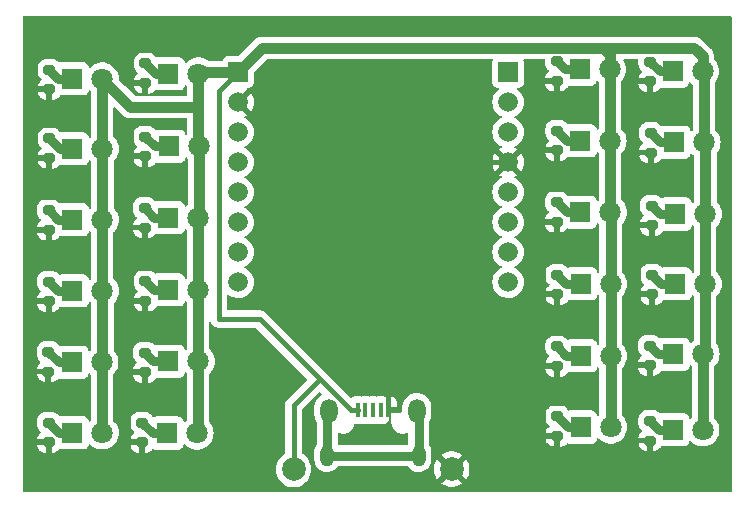
<source format=gbr>
%TF.GenerationSoftware,KiCad,Pcbnew,(7.0.0)*%
%TF.CreationDate,2023-09-27T18:47:42+02:00*%
%TF.ProjectId,ESP32Cam IR LED,45535033-3243-4616-9d20-4952204c4544,rev?*%
%TF.SameCoordinates,Original*%
%TF.FileFunction,Copper,L1,Top*%
%TF.FilePolarity,Positive*%
%FSLAX46Y46*%
G04 Gerber Fmt 4.6, Leading zero omitted, Abs format (unit mm)*
G04 Created by KiCad (PCBNEW (7.0.0)) date 2023-09-27 18:47:42*
%MOMM*%
%LPD*%
G01*
G04 APERTURE LIST*
G04 Aperture macros list*
%AMRoundRect*
0 Rectangle with rounded corners*
0 $1 Rounding radius*
0 $2 $3 $4 $5 $6 $7 $8 $9 X,Y pos of 4 corners*
0 Add a 4 corners polygon primitive as box body*
4,1,4,$2,$3,$4,$5,$6,$7,$8,$9,$2,$3,0*
0 Add four circle primitives for the rounded corners*
1,1,$1+$1,$2,$3*
1,1,$1+$1,$4,$5*
1,1,$1+$1,$6,$7*
1,1,$1+$1,$8,$9*
0 Add four rect primitives between the rounded corners*
20,1,$1+$1,$2,$3,$4,$5,0*
20,1,$1+$1,$4,$5,$6,$7,0*
20,1,$1+$1,$6,$7,$8,$9,0*
20,1,$1+$1,$8,$9,$2,$3,0*%
G04 Aperture macros list end*
%TA.AperFunction,SMDPad,CuDef*%
%ADD10RoundRect,0.200000X0.275000X-0.200000X0.275000X0.200000X-0.275000X0.200000X-0.275000X-0.200000X0*%
%TD*%
%TA.AperFunction,ComponentPad*%
%ADD11R,1.800000X1.800000*%
%TD*%
%TA.AperFunction,ComponentPad*%
%ADD12C,1.800000*%
%TD*%
%TA.AperFunction,SMDPad,CuDef*%
%ADD13R,0.450000X1.300000*%
%TD*%
%TA.AperFunction,ComponentPad*%
%ADD14O,1.150000X1.800000*%
%TD*%
%TA.AperFunction,ComponentPad*%
%ADD15O,1.450000X2.000000*%
%TD*%
%TA.AperFunction,ComponentPad*%
%ADD16C,1.665000*%
%TD*%
%TA.AperFunction,ComponentPad*%
%ADD17R,1.665000X1.665000*%
%TD*%
%TA.AperFunction,SMDPad,CuDef*%
%ADD18C,2.000000*%
%TD*%
%TA.AperFunction,Conductor*%
%ADD19C,0.800000*%
%TD*%
%TA.AperFunction,Conductor*%
%ADD20C,0.900000*%
%TD*%
%TA.AperFunction,Conductor*%
%ADD21C,0.450000*%
%TD*%
G04 APERTURE END LIST*
D10*
%TO.P,R14,1*%
%TO.N,GND*%
X92176600Y-48386000D03*
%TO.P,R14,2*%
%TO.N,Net-(D14-K)*%
X92176600Y-46736000D03*
%TD*%
%TO.P,R3,1*%
%TO.N,GND*%
X49144000Y-55117000D03*
%TO.P,R3,2*%
%TO.N,Net-(D3-K)*%
X49144000Y-53467000D03*
%TD*%
%TO.P,R19,1*%
%TO.N,GND*%
X100050600Y-42544000D03*
%TO.P,R19,2*%
%TO.N,Net-(D19-K)*%
X100050600Y-40894000D03*
%TD*%
%TO.P,R17,1*%
%TO.N,GND*%
X92176600Y-66661800D03*
%TO.P,R17,2*%
%TO.N,Net-(D17-K)*%
X92176600Y-65011800D03*
%TD*%
D11*
%TO.P,D4,1,K*%
%TO.N,Net-(D4-K)*%
X51150599Y-60299599D03*
D12*
%TO.P,D4,2,A*%
%TO.N,Net-(D1-A)*%
X53690600Y-60299600D03*
%TD*%
D13*
%TO.P,J1,1,VBUS*%
%TO.N,Net-(D1-A)*%
X75292199Y-70394199D03*
%TO.P,J1,2,D-*%
%TO.N,unconnected-(J1-D--Pad2)*%
X75942199Y-70394199D03*
%TO.P,J1,3,D+*%
%TO.N,unconnected-(J1-D+-Pad3)*%
X76592199Y-70394199D03*
%TO.P,J1,4,ID*%
%TO.N,unconnected-(J1-ID-Pad4)*%
X77242199Y-70394199D03*
%TO.P,J1,5,GND*%
%TO.N,GND*%
X77892199Y-70394199D03*
D14*
%TO.P,J1,6,Shield*%
%TO.N,unconnected-(J1-Shield-Pad6)*%
X72717199Y-74244199D03*
D15*
X72867199Y-70444199D03*
X80317199Y-70444199D03*
D14*
X80467199Y-74244199D03*
%TD*%
D11*
%TO.P,D9,1,K*%
%TO.N,Net-(D9-K)*%
X59258199Y-54101999D03*
D12*
%TO.P,D9,2,A*%
%TO.N,Net-(D1-A)*%
X61798200Y-54102000D03*
%TD*%
D11*
%TO.P,D15,1,K*%
%TO.N,Net-(D15-K)*%
X94157799Y-53644799D03*
D12*
%TO.P,D15,2,A*%
%TO.N,Net-(D1-A)*%
X96697800Y-53644800D03*
%TD*%
D10*
%TO.P,R11,1*%
%TO.N,GND*%
X57277000Y-67183000D03*
%TO.P,R11,2*%
%TO.N,Net-(D11-K)*%
X57277000Y-65533000D03*
%TD*%
D11*
%TO.P,D5,1,K*%
%TO.N,Net-(D5-K)*%
X51099799Y-66344799D03*
D12*
%TO.P,D5,2,A*%
%TO.N,Net-(D1-A)*%
X53639800Y-66344800D03*
%TD*%
D11*
%TO.P,D8,1,K*%
%TO.N,Net-(D8-K)*%
X59308999Y-48056799D03*
D12*
%TO.P,D8,2,A*%
%TO.N,Net-(D1-A)*%
X61849000Y-48056800D03*
%TD*%
D11*
%TO.P,D12,1,K*%
%TO.N,Net-(D12-K)*%
X59156599Y-72339199D03*
D12*
%TO.P,D12,2,A*%
%TO.N,Net-(D1-A)*%
X61696600Y-72339200D03*
%TD*%
D11*
%TO.P,D2,1,K*%
%TO.N,Net-(D2-K)*%
X51145599Y-48285399D03*
D12*
%TO.P,D2,2,A*%
%TO.N,Net-(D1-A)*%
X53685600Y-48285400D03*
%TD*%
D10*
%TO.P,R12,1*%
%TO.N,GND*%
X57048400Y-73101200D03*
%TO.P,R12,2*%
%TO.N,Net-(D12-K)*%
X57048400Y-71451200D03*
%TD*%
%TO.P,R23,1*%
%TO.N,GND*%
X100025200Y-66597800D03*
%TO.P,R23,2*%
%TO.N,Net-(D23-K)*%
X100025200Y-64947800D03*
%TD*%
D11*
%TO.P,D3,1,K*%
%TO.N,Net-(D3-K)*%
X51125199Y-54279799D03*
D12*
%TO.P,D3,2,A*%
%TO.N,Net-(D1-A)*%
X53665200Y-54279800D03*
%TD*%
D10*
%TO.P,R6,1*%
%TO.N,GND*%
X49144000Y-73100200D03*
%TO.P,R6,2*%
%TO.N,Net-(D6-K)*%
X49144000Y-71450200D03*
%TD*%
D11*
%TO.P,D20,1,K*%
%TO.N,Net-(D20-K)*%
X102082599Y-47726599D03*
D12*
%TO.P,D20,2,A*%
%TO.N,Net-(D1-A)*%
X104622600Y-47726600D03*
%TD*%
D16*
%TO.P,U1,1,IO4*%
%TO.N,unconnected-(U1-IO4-Pad1)*%
X65176400Y-59563000D03*
%TO.P,U1,2,IO2*%
%TO.N,unconnected-(U1-IO2-Pad2)*%
X65176400Y-57023000D03*
%TO.P,U1,3,IO14*%
%TO.N,unconnected-(U1-IO14-Pad3)*%
X65176400Y-54483000D03*
%TO.P,U1,4,IO15*%
%TO.N,unconnected-(U1-IO15-Pad4)*%
X65176400Y-51943000D03*
%TO.P,U1,5,IO13*%
%TO.N,unconnected-(U1-IO13-Pad5)*%
X65176400Y-49403000D03*
%TO.P,U1,6,IO12*%
%TO.N,unconnected-(U1-IO12-Pad6)*%
X65176400Y-46863000D03*
%TO.P,U1,7,GND_1*%
%TO.N,GND*%
X65176400Y-44323000D03*
D17*
%TO.P,U1,8,5V*%
%TO.N,Net-(D1-A)*%
X65176399Y-41782999D03*
%TO.P,U1,9,3V3*%
%TO.N,unconnected-(U1-3V3-Pad9)*%
X88036399Y-41782999D03*
D16*
%TO.P,U1,10,IO16*%
%TO.N,unconnected-(U1-IO16-Pad10)*%
X88036400Y-44323000D03*
%TO.P,U1,11,IO0*%
%TO.N,unconnected-(U1-IO0-Pad11)*%
X88036400Y-46863000D03*
%TO.P,U1,12,GND_2*%
%TO.N,GND*%
X88036400Y-49403000D03*
%TO.P,U1,13,VCC*%
%TO.N,unconnected-(U1-VCC-Pad13)*%
X88036400Y-51943000D03*
%TO.P,U1,14,U0R*%
%TO.N,unconnected-(U1-U0R-Pad14)*%
X88036400Y-54483000D03*
%TO.P,U1,15,U0T*%
%TO.N,unconnected-(U1-U0T-Pad15)*%
X88036400Y-57023000D03*
%TO.P,U1,16,GND_3*%
%TO.N,unconnected-(U1-GND_3-Pad16)*%
X88036400Y-59563000D03*
%TD*%
D11*
%TO.P,D11,1,K*%
%TO.N,Net-(D11-K)*%
X59258199Y-66268599D03*
D12*
%TO.P,D11,2,A*%
%TO.N,Net-(D1-A)*%
X61798200Y-66268600D03*
%TD*%
D11*
%TO.P,D22,1,K*%
%TO.N,Net-(D22-K)*%
X102184199Y-59715399D03*
D12*
%TO.P,D22,2,A*%
%TO.N,Net-(D1-A)*%
X104724200Y-59715400D03*
%TD*%
D11*
%TO.P,D18,1,K*%
%TO.N,Net-(D18-K)*%
X94178199Y-71831199D03*
D12*
%TO.P,D18,2,A*%
%TO.N,Net-(D1-A)*%
X96718200Y-71831200D03*
%TD*%
D11*
%TO.P,D21,1,K*%
%TO.N,Net-(D21-K)*%
X102204599Y-53797199D03*
D12*
%TO.P,D21,2,A*%
%TO.N,Net-(D1-A)*%
X104744600Y-53797200D03*
%TD*%
D10*
%TO.P,R13,1*%
%TO.N,GND*%
X92151200Y-42518600D03*
%TO.P,R13,2*%
%TO.N,Net-(D13-K)*%
X92151200Y-40868600D03*
%TD*%
%TO.P,R21,1*%
%TO.N,GND*%
X100203000Y-54736000D03*
%TO.P,R21,2*%
%TO.N,Net-(D21-K)*%
X100203000Y-53086000D03*
%TD*%
D11*
%TO.P,D14,1,K*%
%TO.N,Net-(D14-K)*%
X94127399Y-47599599D03*
D12*
%TO.P,D14,2,A*%
%TO.N,Net-(D1-A)*%
X96667400Y-47599600D03*
%TD*%
D10*
%TO.P,R2,1*%
%TO.N,GND*%
X49194800Y-49047400D03*
%TO.P,R2,2*%
%TO.N,Net-(D2-K)*%
X49194800Y-47397400D03*
%TD*%
%TO.P,R16,1*%
%TO.N,GND*%
X92202000Y-60603400D03*
%TO.P,R16,2*%
%TO.N,Net-(D16-K)*%
X92202000Y-58953400D03*
%TD*%
%TO.P,R15,1*%
%TO.N,GND*%
X92151200Y-54456600D03*
%TO.P,R15,2*%
%TO.N,Net-(D15-K)*%
X92151200Y-52806600D03*
%TD*%
D11*
%TO.P,D6,1,K*%
%TO.N,Net-(D6-K)*%
X51125199Y-72313799D03*
D12*
%TO.P,D6,2,A*%
%TO.N,Net-(D1-A)*%
X53665200Y-72313800D03*
%TD*%
D11*
%TO.P,D24,1,K*%
%TO.N,Net-(D24-K)*%
X101980999Y-72059799D03*
D12*
%TO.P,D24,2,A*%
%TO.N,Net-(D1-A)*%
X104521000Y-72059800D03*
%TD*%
D10*
%TO.P,R7,1*%
%TO.N,GND*%
X57327800Y-42697400D03*
%TO.P,R7,2*%
%TO.N,Net-(D7-K)*%
X57327800Y-41047400D03*
%TD*%
%TO.P,R10,1*%
%TO.N,GND*%
X57327800Y-61136800D03*
%TO.P,R10,2*%
%TO.N,Net-(D10-K)*%
X57327800Y-59486800D03*
%TD*%
D11*
%TO.P,D10,1,K*%
%TO.N,Net-(D10-K)*%
X59258199Y-60223399D03*
D12*
%TO.P,D10,2,A*%
%TO.N,Net-(D1-A)*%
X61798200Y-60223400D03*
%TD*%
D11*
%TO.P,D7,1,K*%
%TO.N,Net-(D7-K)*%
X59278599Y-41935399D03*
D12*
%TO.P,D7,2,A*%
%TO.N,Net-(D1-A)*%
X61818600Y-41935400D03*
%TD*%
D10*
%TO.P,R5,1*%
%TO.N,GND*%
X49118600Y-67131200D03*
%TO.P,R5,2*%
%TO.N,Net-(D5-K)*%
X49118600Y-65481200D03*
%TD*%
%TO.P,R8,1*%
%TO.N,GND*%
X57302400Y-48894000D03*
%TO.P,R8,2*%
%TO.N,Net-(D8-K)*%
X57302400Y-47244000D03*
%TD*%
D11*
%TO.P,D16,1,K*%
%TO.N,Net-(D16-K)*%
X94183199Y-59715399D03*
D12*
%TO.P,D16,2,A*%
%TO.N,Net-(D1-A)*%
X96723200Y-59715400D03*
%TD*%
D11*
%TO.P,D19,1,K*%
%TO.N,Net-(D19-K)*%
X101955599Y-41706799D03*
D12*
%TO.P,D19,2,A*%
%TO.N,Net-(D1-A)*%
X104495600Y-41706800D03*
%TD*%
D10*
%TO.P,R4,1*%
%TO.N,GND*%
X49144000Y-61162200D03*
%TO.P,R4,2*%
%TO.N,Net-(D4-K)*%
X49144000Y-59512200D03*
%TD*%
D11*
%TO.P,D17,1,K*%
%TO.N,Net-(D17-K)*%
X94178199Y-65811399D03*
D12*
%TO.P,D17,2,A*%
%TO.N,Net-(D1-A)*%
X96718200Y-65811400D03*
%TD*%
D11*
%TO.P,D13,1,K*%
%TO.N,Net-(D13-K)*%
X94101999Y-41554399D03*
D12*
%TO.P,D13,2,A*%
%TO.N,Net-(D1-A)*%
X96642000Y-41554400D03*
%TD*%
D18*
%TO.P,TP1,1,1*%
%TO.N,Net-(D1-A)*%
X69875400Y-75412600D03*
%TD*%
D11*
%TO.P,D23,1,K*%
%TO.N,Net-(D23-K)*%
X102006399Y-65658999D03*
D12*
%TO.P,D23,2,A*%
%TO.N,Net-(D1-A)*%
X104546400Y-65659000D03*
%TD*%
D10*
%TO.P,R9,1*%
%TO.N,GND*%
X57277000Y-54939200D03*
%TO.P,R9,2*%
%TO.N,Net-(D9-K)*%
X57277000Y-53289200D03*
%TD*%
%TO.P,R1,1*%
%TO.N,GND*%
X49194800Y-43243000D03*
%TO.P,R1,2*%
%TO.N,Net-(D1-K)*%
X49194800Y-41593000D03*
%TD*%
%TO.P,R24,1*%
%TO.N,GND*%
X100050600Y-72973200D03*
%TO.P,R24,2*%
%TO.N,Net-(D24-K)*%
X100050600Y-71323200D03*
%TD*%
%TO.P,R18,1*%
%TO.N,GND*%
X92202000Y-72580000D03*
%TO.P,R18,2*%
%TO.N,Net-(D18-K)*%
X92202000Y-70930000D03*
%TD*%
%TO.P,R20,1*%
%TO.N,GND*%
X100126800Y-48589200D03*
%TO.P,R20,2*%
%TO.N,Net-(D20-K)*%
X100126800Y-46939200D03*
%TD*%
D18*
%TO.P,TP2,1,1*%
%TO.N,GND*%
X83261200Y-75387200D03*
%TD*%
D10*
%TO.P,R22,1*%
%TO.N,GND*%
X100228400Y-60578000D03*
%TO.P,R22,2*%
%TO.N,Net-(D22-K)*%
X100228400Y-58928000D03*
%TD*%
D11*
%TO.P,D1,1,K*%
%TO.N,Net-(D1-K)*%
X51125199Y-42341799D03*
D12*
%TO.P,D1,2,A*%
%TO.N,Net-(D1-A)*%
X53665200Y-42341800D03*
%TD*%
D19*
%TO.N,Net-(D1-K)*%
X49943600Y-42341800D02*
X49194800Y-41593000D01*
X51125200Y-42341800D02*
X49943600Y-42341800D01*
D20*
%TO.N,Net-(D1-A)*%
X104495600Y-40434008D02*
X103779592Y-39718000D01*
X53665200Y-42341800D02*
X53665200Y-48265000D01*
X96718200Y-65811400D02*
X96718200Y-71831200D01*
X104495600Y-41706800D02*
X104495600Y-40434008D01*
X53639800Y-72288400D02*
X53665200Y-72313800D01*
X103779592Y-39718000D02*
X95580200Y-39718000D01*
X104622600Y-41833800D02*
X104495600Y-41706800D01*
X104724200Y-53817600D02*
X104744600Y-53797200D01*
D21*
X67011546Y-62687200D02*
X72101073Y-67776727D01*
D20*
X53685600Y-48285400D02*
X53685600Y-54259400D01*
D21*
X69875400Y-70002400D02*
X69875400Y-75412600D01*
D20*
X61971000Y-41783000D02*
X61818600Y-41935400D01*
X96723200Y-59715400D02*
X96723200Y-65806400D01*
X96667400Y-53614400D02*
X96697800Y-53644800D01*
X96078392Y-39718000D02*
X95580200Y-39718000D01*
X96723200Y-65806400D02*
X96718200Y-65811400D01*
X53665200Y-48265000D02*
X53685600Y-48285400D01*
X104521000Y-72059800D02*
X104521000Y-65684400D01*
X61798200Y-60223400D02*
X61798200Y-66268600D01*
X104724200Y-59715400D02*
X104724200Y-53817600D01*
X53685600Y-54259400D02*
X53665200Y-54279800D01*
X67241400Y-39718000D02*
X65176400Y-41783000D01*
X53690600Y-60299600D02*
X53690600Y-66294000D01*
X104744600Y-53797200D02*
X104744600Y-47848600D01*
X104724200Y-65481200D02*
X104546400Y-65659000D01*
X61849000Y-54051200D02*
X61798200Y-54102000D01*
X61798200Y-66268600D02*
X61798200Y-72237600D01*
X96723200Y-53670200D02*
X96697800Y-53644800D01*
X53665200Y-54279800D02*
X53665200Y-60274200D01*
X95580200Y-39718000D02*
X67241400Y-39718000D01*
X61818600Y-44729400D02*
X61818600Y-48026400D01*
X61818600Y-41935400D02*
X61818600Y-44729400D01*
D21*
X63550800Y-62687200D02*
X67011546Y-62687200D01*
D20*
X61849000Y-48056800D02*
X61849000Y-54051200D01*
D21*
X63550800Y-43408600D02*
X63550800Y-62687200D01*
D20*
X61818600Y-48026400D02*
X61849000Y-48056800D01*
X61818600Y-44729400D02*
X56052800Y-44729400D01*
X104521000Y-65684400D02*
X104546400Y-65659000D01*
D21*
X65176400Y-41783000D02*
X63550800Y-43408600D01*
D20*
X61798200Y-72237600D02*
X61696600Y-72339200D01*
X96723200Y-59715400D02*
X96723200Y-53670200D01*
X65176400Y-41783000D02*
X61971000Y-41783000D01*
X96642000Y-47574200D02*
X96667400Y-47599600D01*
X104744600Y-47848600D02*
X104622600Y-47726600D01*
D21*
X72101073Y-67776727D02*
X69875400Y-70002400D01*
D20*
X53690600Y-66294000D02*
X53639800Y-66344800D01*
D21*
X74718546Y-70394200D02*
X75292200Y-70394200D01*
D20*
X53665200Y-60274200D02*
X53690600Y-60299600D01*
X104724200Y-59715400D02*
X104724200Y-65481200D01*
X61798200Y-54102000D02*
X61798200Y-60223400D01*
X96642000Y-41554400D02*
X96642000Y-47574200D01*
X96667400Y-47599600D02*
X96667400Y-53614400D01*
X104622600Y-47726600D02*
X104622600Y-41833800D01*
D21*
X72101073Y-67776727D02*
X74718546Y-70394200D01*
D20*
X56052800Y-44729400D02*
X53665200Y-42341800D01*
X96642000Y-40281608D02*
X96078392Y-39718000D01*
X96642000Y-41554400D02*
X96642000Y-40281608D01*
X53639800Y-66344800D02*
X53639800Y-72288400D01*
D19*
%TO.N,Net-(D2-K)*%
X50082800Y-48285400D02*
X49194800Y-47397400D01*
X51145600Y-48285400D02*
X50082800Y-48285400D01*
%TO.N,Net-(D3-K)*%
X51125200Y-54279800D02*
X49956800Y-54279800D01*
X49956800Y-54279800D02*
X49144000Y-53467000D01*
%TO.N,Net-(D4-K)*%
X49931400Y-60299600D02*
X49144000Y-59512200D01*
X51150600Y-60299600D02*
X49931400Y-60299600D01*
%TO.N,Net-(D5-K)*%
X49982200Y-66344800D02*
X49118600Y-65481200D01*
X51099800Y-66344800D02*
X49982200Y-66344800D01*
D21*
%TO.N,GND*%
X77892200Y-57038800D02*
X65176400Y-44323000D01*
X85528000Y-49403000D02*
X77892200Y-57038800D01*
X77892200Y-70394200D02*
X77892200Y-57038800D01*
X88036400Y-49403000D02*
X85528000Y-49403000D01*
D19*
%TO.N,Net-(D10-K)*%
X58064400Y-60223400D02*
X57327800Y-59486800D01*
X59258200Y-60223400D02*
X58064400Y-60223400D01*
%TO.N,unconnected-(J1-Shield-Pad6)*%
X72717200Y-74244200D02*
X72717200Y-70594200D01*
X80467200Y-74244200D02*
X72717200Y-74244200D01*
X80467200Y-70594200D02*
X80317200Y-70444200D01*
X80467200Y-74244200D02*
X80467200Y-70594200D01*
X72717200Y-70594200D02*
X72867200Y-70444200D01*
%TO.N,Net-(D7-K)*%
X59278600Y-41935400D02*
X58215800Y-41935400D01*
X58215800Y-41935400D02*
X57327800Y-41047400D01*
%TO.N,Net-(D8-K)*%
X59309000Y-48056800D02*
X58115200Y-48056800D01*
X58115200Y-48056800D02*
X57302400Y-47244000D01*
%TO.N,Net-(D11-K)*%
X59258200Y-66268600D02*
X58012600Y-66268600D01*
X58012600Y-66268600D02*
X57277000Y-65533000D01*
%TO.N,Net-(D13-K)*%
X94102000Y-41554400D02*
X92837000Y-41554400D01*
X92837000Y-41554400D02*
X92151200Y-40868600D01*
%TO.N,Net-(D14-K)*%
X94127400Y-47599600D02*
X93040200Y-47599600D01*
X93040200Y-47599600D02*
X92176600Y-46736000D01*
%TO.N,Net-(D15-K)*%
X94157800Y-53644800D02*
X92989400Y-53644800D01*
X92989400Y-53644800D02*
X92151200Y-52806600D01*
%TO.N,Net-(D16-K)*%
X94183200Y-59715400D02*
X92964000Y-59715400D01*
X92964000Y-59715400D02*
X92202000Y-58953400D01*
%TO.N,Net-(D17-K)*%
X92976200Y-65811400D02*
X92176600Y-65011800D01*
X94178200Y-65811400D02*
X92976200Y-65811400D01*
%TO.N,Net-(D19-K)*%
X100863400Y-41706800D02*
X100050600Y-40894000D01*
X101955600Y-41706800D02*
X100863400Y-41706800D01*
%TO.N,Net-(D20-K)*%
X100914200Y-47726600D02*
X100126800Y-46939200D01*
X102082600Y-47726600D02*
X100914200Y-47726600D01*
%TO.N,Net-(D21-K)*%
X102204600Y-53797200D02*
X100914200Y-53797200D01*
X100914200Y-53797200D02*
X100203000Y-53086000D01*
%TO.N,Net-(D22-K)*%
X101015800Y-59715400D02*
X100228400Y-58928000D01*
X102184200Y-59715400D02*
X101015800Y-59715400D01*
%TO.N,Net-(D23-K)*%
X102006400Y-65659000D02*
X100736400Y-65659000D01*
X100736400Y-65659000D02*
X100025200Y-64947800D01*
%TO.N,Net-(D6-K)*%
X50007600Y-72313800D02*
X49144000Y-71450200D01*
X51125200Y-72313800D02*
X50007600Y-72313800D01*
%TO.N,Net-(D9-K)*%
X59258200Y-54102000D02*
X58089800Y-54102000D01*
X58089800Y-54102000D02*
X57277000Y-53289200D01*
%TO.N,Net-(D12-K)*%
X57936400Y-72339200D02*
X57048400Y-71451200D01*
X59156600Y-72339200D02*
X57936400Y-72339200D01*
%TO.N,Net-(D18-K)*%
X94178200Y-71831200D02*
X93103200Y-71831200D01*
X93103200Y-71831200D02*
X92202000Y-70930000D01*
%TO.N,Net-(D24-K)*%
X100787200Y-72059800D02*
X100050600Y-71323200D01*
X101981000Y-72059800D02*
X100787200Y-72059800D01*
%TD*%
%TA.AperFunction,Conductor*%
%TO.N,GND*%
G36*
X106991455Y-37077345D02*
G01*
X107010200Y-37122600D01*
X107010200Y-77279000D01*
X106991455Y-77324255D01*
X106946200Y-77343000D01*
X47003200Y-77343000D01*
X46957945Y-77324255D01*
X46939200Y-77279000D01*
X46939200Y-73361821D01*
X48169459Y-73361821D01*
X48175101Y-73423925D01*
X48176418Y-73430543D01*
X48224830Y-73585903D01*
X48227983Y-73592909D01*
X48311922Y-73731761D01*
X48316662Y-73737811D01*
X48431388Y-73852537D01*
X48437438Y-73857277D01*
X48576290Y-73941216D01*
X48583296Y-73944369D01*
X48738663Y-73992784D01*
X48745266Y-73994097D01*
X48810977Y-74000068D01*
X48813874Y-74000200D01*
X48881271Y-74000200D01*
X48890271Y-73996471D01*
X48894000Y-73987471D01*
X48894000Y-73362929D01*
X48890271Y-73353928D01*
X48881271Y-73350200D01*
X48181730Y-73350200D01*
X48172729Y-73353928D01*
X48169459Y-73361821D01*
X46939200Y-73361821D01*
X46939200Y-67392821D01*
X48144059Y-67392821D01*
X48149701Y-67454925D01*
X48151018Y-67461543D01*
X48199430Y-67616903D01*
X48202583Y-67623909D01*
X48286522Y-67762761D01*
X48291262Y-67768811D01*
X48405988Y-67883537D01*
X48412038Y-67888277D01*
X48550890Y-67972216D01*
X48557896Y-67975369D01*
X48713263Y-68023784D01*
X48719866Y-68025097D01*
X48785577Y-68031068D01*
X48788474Y-68031200D01*
X48855871Y-68031200D01*
X48864871Y-68027471D01*
X48868600Y-68018471D01*
X48868600Y-67393929D01*
X48864871Y-67384928D01*
X48855871Y-67381200D01*
X48156330Y-67381200D01*
X48147329Y-67384928D01*
X48144059Y-67392821D01*
X46939200Y-67392821D01*
X46939200Y-65737816D01*
X48143100Y-65737816D01*
X48143230Y-65739252D01*
X48143231Y-65739263D01*
X48149207Y-65805024D01*
X48149208Y-65805029D01*
X48149514Y-65808396D01*
X48150518Y-65811619D01*
X48150520Y-65811627D01*
X48198970Y-65967110D01*
X48200122Y-65970806D01*
X48202123Y-65974116D01*
X48241989Y-66040063D01*
X48288128Y-66116385D01*
X48408415Y-66236672D01*
X48411724Y-66238672D01*
X48411730Y-66238677D01*
X48433310Y-66251722D01*
X48460487Y-66285006D01*
X48460487Y-66327976D01*
X48433312Y-66361261D01*
X48412041Y-66374120D01*
X48405988Y-66378862D01*
X48291262Y-66493588D01*
X48286522Y-66499638D01*
X48202583Y-66638490D01*
X48199430Y-66645496D01*
X48151015Y-66800863D01*
X48149702Y-66807466D01*
X48144058Y-66869578D01*
X48147328Y-66877471D01*
X48156329Y-66881200D01*
X49218590Y-66881200D01*
X49263845Y-66899945D01*
X49291779Y-66927879D01*
X49298297Y-66935510D01*
X49309312Y-66950671D01*
X49311805Y-66952915D01*
X49311808Y-66952919D01*
X49347424Y-66984987D01*
X49363067Y-67006517D01*
X49368600Y-67032548D01*
X49368600Y-68018470D01*
X49372328Y-68027470D01*
X49381329Y-68031199D01*
X49448723Y-68031199D01*
X49451624Y-68031067D01*
X49517325Y-68025098D01*
X49523943Y-68023781D01*
X49679303Y-67975369D01*
X49686309Y-67972216D01*
X49825161Y-67888277D01*
X49831211Y-67883537D01*
X49945939Y-67768809D01*
X49950677Y-67762761D01*
X49961071Y-67745567D01*
X49994798Y-67718233D01*
X50038206Y-67718708D01*
X50092317Y-67738891D01*
X50151927Y-67745300D01*
X52047672Y-67745299D01*
X52107283Y-67738891D01*
X52242131Y-67688596D01*
X52357346Y-67602346D01*
X52443596Y-67487131D01*
X52493891Y-67352283D01*
X52496554Y-67327507D01*
X52518945Y-67285409D01*
X52564232Y-67270477D01*
X52607273Y-67291003D01*
X52642142Y-67328880D01*
X52667140Y-67356036D01*
X52672386Y-67361734D01*
X52689300Y-67405080D01*
X52689300Y-71281112D01*
X52672386Y-71324457D01*
X52666280Y-71331091D01*
X52632673Y-71367597D01*
X52589632Y-71388123D01*
X52544346Y-71373191D01*
X52521954Y-71331091D01*
X52519719Y-71310299D01*
X52519291Y-71306317D01*
X52468996Y-71171469D01*
X52382746Y-71056254D01*
X52267531Y-70970004D01*
X52263243Y-70968404D01*
X52263240Y-70968403D01*
X52149507Y-70925984D01*
X52132683Y-70919709D01*
X52128702Y-70919281D01*
X52128698Y-70919280D01*
X52074778Y-70913483D01*
X52074772Y-70913482D01*
X52073073Y-70913300D01*
X52071360Y-70913300D01*
X50179042Y-70913300D01*
X50179023Y-70913300D01*
X50177328Y-70913301D01*
X50175632Y-70913483D01*
X50175619Y-70913484D01*
X50121699Y-70919280D01*
X50121691Y-70919281D01*
X50117717Y-70919709D01*
X50113973Y-70921105D01*
X50113966Y-70921107D01*
X50102165Y-70925509D01*
X50058757Y-70925984D01*
X50025032Y-70898652D01*
X50016777Y-70884997D01*
X50015769Y-70883328D01*
X49976477Y-70818330D01*
X49976472Y-70818324D01*
X49974472Y-70815015D01*
X49854185Y-70694728D01*
X49843080Y-70688015D01*
X49711916Y-70608723D01*
X49708606Y-70606722D01*
X49704912Y-70605570D01*
X49704910Y-70605570D01*
X49549427Y-70557120D01*
X49549419Y-70557118D01*
X49546196Y-70556114D01*
X49542829Y-70555808D01*
X49542824Y-70555807D01*
X49477063Y-70549831D01*
X49477052Y-70549830D01*
X49475616Y-70549700D01*
X49474167Y-70549700D01*
X49169251Y-70549700D01*
X49165902Y-70549612D01*
X49099960Y-70546156D01*
X49099955Y-70546156D01*
X49096612Y-70545981D01*
X49093304Y-70546504D01*
X49093301Y-70546505D01*
X49078106Y-70548912D01*
X49068094Y-70549700D01*
X48812384Y-70549700D01*
X48810948Y-70549830D01*
X48810936Y-70549831D01*
X48745175Y-70555807D01*
X48745168Y-70555808D01*
X48741804Y-70556114D01*
X48738581Y-70557118D01*
X48738572Y-70557120D01*
X48583089Y-70605570D01*
X48583084Y-70605571D01*
X48579394Y-70606722D01*
X48576086Y-70608721D01*
X48576083Y-70608723D01*
X48437127Y-70692725D01*
X48437122Y-70692728D01*
X48433815Y-70694728D01*
X48431081Y-70697461D01*
X48431077Y-70697465D01*
X48316265Y-70812277D01*
X48316261Y-70812281D01*
X48313528Y-70815015D01*
X48311528Y-70818322D01*
X48311525Y-70818327D01*
X48227523Y-70957283D01*
X48227521Y-70957286D01*
X48225522Y-70960594D01*
X48224371Y-70964284D01*
X48224370Y-70964289D01*
X48175920Y-71119772D01*
X48175918Y-71119781D01*
X48174914Y-71123004D01*
X48174608Y-71126368D01*
X48174607Y-71126375D01*
X48168631Y-71192136D01*
X48168630Y-71192148D01*
X48168500Y-71193584D01*
X48168500Y-71706816D01*
X48168630Y-71708252D01*
X48168631Y-71708263D01*
X48174607Y-71774024D01*
X48174608Y-71774029D01*
X48174914Y-71777396D01*
X48175918Y-71780619D01*
X48175920Y-71780627D01*
X48224370Y-71936110D01*
X48225522Y-71939806D01*
X48234751Y-71955072D01*
X48307814Y-72075934D01*
X48313528Y-72085385D01*
X48433815Y-72205672D01*
X48437124Y-72207672D01*
X48437130Y-72207677D01*
X48458710Y-72220722D01*
X48485887Y-72254006D01*
X48485887Y-72296976D01*
X48458712Y-72330261D01*
X48437441Y-72343120D01*
X48431388Y-72347862D01*
X48316662Y-72462588D01*
X48311922Y-72468638D01*
X48227983Y-72607490D01*
X48224830Y-72614496D01*
X48176415Y-72769863D01*
X48175102Y-72776466D01*
X48169458Y-72838578D01*
X48172728Y-72846471D01*
X48181729Y-72850200D01*
X49243990Y-72850200D01*
X49289245Y-72868945D01*
X49317179Y-72896879D01*
X49323697Y-72904510D01*
X49334712Y-72919671D01*
X49337205Y-72921915D01*
X49337208Y-72921919D01*
X49372824Y-72953987D01*
X49388467Y-72975517D01*
X49394000Y-73001548D01*
X49394000Y-73987470D01*
X49397728Y-73996470D01*
X49406729Y-74000199D01*
X49474123Y-74000199D01*
X49477024Y-74000067D01*
X49542725Y-73994098D01*
X49549343Y-73992781D01*
X49704703Y-73944369D01*
X49711709Y-73941216D01*
X49850561Y-73857277D01*
X49856611Y-73852537D01*
X49971339Y-73737809D01*
X49976077Y-73731761D01*
X49986471Y-73714567D01*
X50020198Y-73687233D01*
X50063606Y-73687708D01*
X50117717Y-73707891D01*
X50177327Y-73714300D01*
X52073072Y-73714299D01*
X52132683Y-73707891D01*
X52267531Y-73657596D01*
X52382746Y-73571346D01*
X52468996Y-73456131D01*
X52519291Y-73321283D01*
X52521954Y-73296507D01*
X52544345Y-73254409D01*
X52589632Y-73239477D01*
X52632673Y-73260003D01*
X52672755Y-73303543D01*
X52713416Y-73347713D01*
X52896574Y-73490270D01*
X53100697Y-73600736D01*
X53320219Y-73676098D01*
X53549151Y-73714300D01*
X53778606Y-73714300D01*
X53781249Y-73714300D01*
X54010181Y-73676098D01*
X54229703Y-73600736D01*
X54433826Y-73490270D01*
X54597573Y-73362821D01*
X56073859Y-73362821D01*
X56079501Y-73424925D01*
X56080818Y-73431543D01*
X56129230Y-73586903D01*
X56132383Y-73593909D01*
X56216322Y-73732761D01*
X56221062Y-73738811D01*
X56335788Y-73853537D01*
X56341838Y-73858277D01*
X56480690Y-73942216D01*
X56487696Y-73945369D01*
X56643063Y-73993784D01*
X56649666Y-73995097D01*
X56715377Y-74001068D01*
X56718274Y-74001200D01*
X56785671Y-74001200D01*
X56794671Y-73997471D01*
X56798400Y-73988471D01*
X56798400Y-73363929D01*
X56794671Y-73354928D01*
X56785671Y-73351200D01*
X56086130Y-73351200D01*
X56077129Y-73354928D01*
X56073859Y-73362821D01*
X54597573Y-73362821D01*
X54616984Y-73347713D01*
X54774179Y-73176953D01*
X54901124Y-72982649D01*
X54994357Y-72770100D01*
X55051334Y-72545105D01*
X55070500Y-72313800D01*
X55051334Y-72082495D01*
X54994357Y-71857500D01*
X54901124Y-71644951D01*
X54796786Y-71485250D01*
X54775623Y-71452857D01*
X54775622Y-71452855D01*
X54774179Y-71450647D01*
X54616984Y-71279887D01*
X54614898Y-71278264D01*
X54612946Y-71276466D01*
X54613225Y-71276162D01*
X54596803Y-71255939D01*
X54590300Y-71227830D01*
X54590300Y-67444621D01*
X56302459Y-67444621D01*
X56308101Y-67506725D01*
X56309418Y-67513343D01*
X56357830Y-67668703D01*
X56360983Y-67675709D01*
X56444922Y-67814561D01*
X56449662Y-67820611D01*
X56564388Y-67935337D01*
X56570438Y-67940077D01*
X56709290Y-68024016D01*
X56716296Y-68027169D01*
X56871663Y-68075584D01*
X56878266Y-68076897D01*
X56943977Y-68082868D01*
X56946874Y-68083000D01*
X57014271Y-68083000D01*
X57023271Y-68079271D01*
X57027000Y-68070271D01*
X57027000Y-67445729D01*
X57023271Y-67436728D01*
X57014271Y-67433000D01*
X56314730Y-67433000D01*
X56305729Y-67436728D01*
X56302459Y-67444621D01*
X54590300Y-67444621D01*
X54590300Y-67405080D01*
X54607214Y-67361734D01*
X54748779Y-67207953D01*
X54875724Y-67013649D01*
X54968957Y-66801100D01*
X55025934Y-66576105D01*
X55045100Y-66344800D01*
X55025934Y-66113495D01*
X54968957Y-65888500D01*
X54875724Y-65675951D01*
X54761688Y-65501406D01*
X54750223Y-65483857D01*
X54750222Y-65483855D01*
X54748779Y-65481647D01*
X54658013Y-65383049D01*
X54641100Y-65339704D01*
X54641100Y-61398421D01*
X56353259Y-61398421D01*
X56358901Y-61460525D01*
X56360218Y-61467143D01*
X56408630Y-61622503D01*
X56411783Y-61629509D01*
X56495722Y-61768361D01*
X56500462Y-61774411D01*
X56615188Y-61889137D01*
X56621238Y-61893877D01*
X56760090Y-61977816D01*
X56767096Y-61980969D01*
X56922463Y-62029384D01*
X56929066Y-62030697D01*
X56994777Y-62036668D01*
X56997674Y-62036800D01*
X57065071Y-62036800D01*
X57074071Y-62033071D01*
X57077800Y-62024071D01*
X57077800Y-61399529D01*
X57074071Y-61390528D01*
X57065071Y-61386800D01*
X56365530Y-61386800D01*
X56356529Y-61390528D01*
X56353259Y-61398421D01*
X54641100Y-61398421D01*
X54641100Y-61359880D01*
X54658014Y-61316534D01*
X54799579Y-61162753D01*
X54926524Y-60968449D01*
X55019757Y-60755900D01*
X55076734Y-60530905D01*
X55095900Y-60299600D01*
X55076734Y-60068295D01*
X55019757Y-59843300D01*
X54926524Y-59630751D01*
X54803864Y-59443006D01*
X54801023Y-59438657D01*
X54801022Y-59438655D01*
X54799579Y-59436447D01*
X54642384Y-59265687D01*
X54640298Y-59264064D01*
X54638346Y-59262266D01*
X54638625Y-59261962D01*
X54622203Y-59241739D01*
X54615700Y-59213630D01*
X54615700Y-55340080D01*
X54632614Y-55296734D01*
X54720908Y-55200821D01*
X56302459Y-55200821D01*
X56308101Y-55262925D01*
X56309418Y-55269543D01*
X56357830Y-55424903D01*
X56360983Y-55431909D01*
X56444922Y-55570761D01*
X56449662Y-55576811D01*
X56564388Y-55691537D01*
X56570438Y-55696277D01*
X56709290Y-55780216D01*
X56716296Y-55783369D01*
X56871663Y-55831784D01*
X56878266Y-55833097D01*
X56943977Y-55839068D01*
X56946874Y-55839200D01*
X57014271Y-55839200D01*
X57023271Y-55835471D01*
X57027000Y-55826471D01*
X57027000Y-55201929D01*
X57023271Y-55192928D01*
X57014271Y-55189200D01*
X56314730Y-55189200D01*
X56305729Y-55192928D01*
X56302459Y-55200821D01*
X54720908Y-55200821D01*
X54774179Y-55142953D01*
X54901124Y-54948649D01*
X54994357Y-54736100D01*
X55051334Y-54511105D01*
X55070500Y-54279800D01*
X55051334Y-54048495D01*
X54994357Y-53823500D01*
X54901124Y-53610951D01*
X54792391Y-53444522D01*
X54775623Y-53418857D01*
X54775622Y-53418855D01*
X54774179Y-53416647D01*
X54653013Y-53285026D01*
X54636100Y-53241681D01*
X54636100Y-49345680D01*
X54653014Y-49302334D01*
X54657556Y-49297400D01*
X54788072Y-49155621D01*
X56327859Y-49155621D01*
X56333501Y-49217725D01*
X56334818Y-49224343D01*
X56383230Y-49379703D01*
X56386383Y-49386709D01*
X56470322Y-49525561D01*
X56475062Y-49531611D01*
X56589788Y-49646337D01*
X56595838Y-49651077D01*
X56734690Y-49735016D01*
X56741696Y-49738169D01*
X56897063Y-49786584D01*
X56903666Y-49787897D01*
X56969377Y-49793868D01*
X56972274Y-49794000D01*
X57039671Y-49794000D01*
X57048671Y-49790271D01*
X57052400Y-49781271D01*
X57052400Y-49156729D01*
X57048671Y-49147728D01*
X57039671Y-49144000D01*
X56340130Y-49144000D01*
X56331129Y-49147728D01*
X56327859Y-49155621D01*
X54788072Y-49155621D01*
X54794579Y-49148553D01*
X54921524Y-48954249D01*
X55014757Y-48741700D01*
X55071734Y-48516705D01*
X55090900Y-48285400D01*
X55071734Y-48054095D01*
X55014757Y-47829100D01*
X54921524Y-47616551D01*
X54798864Y-47428806D01*
X54796023Y-47424457D01*
X54796022Y-47424455D01*
X54794579Y-47422247D01*
X54637384Y-47251487D01*
X54636110Y-47250495D01*
X54621091Y-47229459D01*
X54615700Y-47203750D01*
X54615700Y-44791020D01*
X54634445Y-44745765D01*
X54679700Y-44727020D01*
X54724955Y-44745765D01*
X55371597Y-45392407D01*
X55372729Y-45393568D01*
X55408062Y-45430739D01*
X55430477Y-45454319D01*
X55478158Y-45487506D01*
X55482033Y-45490429D01*
X55524533Y-45525083D01*
X55524536Y-45525085D01*
X55527049Y-45527134D01*
X55555703Y-45542101D01*
X55562605Y-45546282D01*
X55589142Y-45564753D01*
X55642536Y-45587665D01*
X55646916Y-45589745D01*
X55653146Y-45593000D01*
X55695520Y-45615135D01*
X55695522Y-45615135D01*
X55698394Y-45616636D01*
X55713875Y-45621065D01*
X55729453Y-45625523D01*
X55737087Y-45628241D01*
X55766788Y-45640987D01*
X55823707Y-45652683D01*
X55828407Y-45653837D01*
X55884248Y-45669816D01*
X55916463Y-45672268D01*
X55924479Y-45673392D01*
X55956144Y-45679900D01*
X56014233Y-45679900D01*
X56019093Y-45680085D01*
X56077003Y-45684495D01*
X56109054Y-45680412D01*
X56117140Y-45679900D01*
X60804100Y-45679900D01*
X60849355Y-45698645D01*
X60868100Y-45743900D01*
X60868100Y-47029544D01*
X60851187Y-47072888D01*
X60818010Y-47108928D01*
X60816473Y-47110598D01*
X60773432Y-47131123D01*
X60728145Y-47116191D01*
X60705754Y-47074091D01*
X60703519Y-47053299D01*
X60703091Y-47049317D01*
X60652796Y-46914469D01*
X60566546Y-46799254D01*
X60451331Y-46713004D01*
X60447043Y-46711404D01*
X60447040Y-46711403D01*
X60346549Y-46673923D01*
X60316483Y-46662709D01*
X60312502Y-46662281D01*
X60312498Y-46662280D01*
X60258578Y-46656483D01*
X60258572Y-46656482D01*
X60256873Y-46656300D01*
X60255160Y-46656300D01*
X58362842Y-46656300D01*
X58362823Y-46656300D01*
X58361128Y-46656301D01*
X58359432Y-46656483D01*
X58359419Y-46656484D01*
X58305499Y-46662280D01*
X58305491Y-46662281D01*
X58301517Y-46662709D01*
X58297767Y-46664107D01*
X58297765Y-46664108D01*
X58240181Y-46685585D01*
X58196772Y-46686061D01*
X58163046Y-46658729D01*
X58134877Y-46612130D01*
X58134872Y-46612124D01*
X58132872Y-46608815D01*
X58012585Y-46488528D01*
X57867006Y-46400522D01*
X57863312Y-46399370D01*
X57863310Y-46399370D01*
X57707827Y-46350920D01*
X57707819Y-46350918D01*
X57704596Y-46349914D01*
X57701229Y-46349608D01*
X57701224Y-46349607D01*
X57635463Y-46343631D01*
X57635452Y-46343630D01*
X57634016Y-46343500D01*
X57632567Y-46343500D01*
X57327651Y-46343500D01*
X57324302Y-46343412D01*
X57258360Y-46339956D01*
X57258355Y-46339956D01*
X57255012Y-46339781D01*
X57251704Y-46340304D01*
X57251701Y-46340305D01*
X57236506Y-46342712D01*
X57226494Y-46343500D01*
X56970784Y-46343500D01*
X56969348Y-46343630D01*
X56969336Y-46343631D01*
X56903575Y-46349607D01*
X56903568Y-46349608D01*
X56900204Y-46349914D01*
X56896981Y-46350918D01*
X56896972Y-46350920D01*
X56741489Y-46399370D01*
X56741484Y-46399371D01*
X56737794Y-46400522D01*
X56734486Y-46402521D01*
X56734483Y-46402523D01*
X56595527Y-46486525D01*
X56595522Y-46486528D01*
X56592215Y-46488528D01*
X56589481Y-46491261D01*
X56589477Y-46491265D01*
X56474665Y-46606077D01*
X56474661Y-46606081D01*
X56471928Y-46608815D01*
X56469928Y-46612122D01*
X56469925Y-46612127D01*
X56385923Y-46751083D01*
X56385921Y-46751086D01*
X56383922Y-46754394D01*
X56382771Y-46758084D01*
X56382770Y-46758089D01*
X56334320Y-46913572D01*
X56334318Y-46913581D01*
X56333314Y-46916804D01*
X56333008Y-46920168D01*
X56333007Y-46920175D01*
X56327031Y-46985936D01*
X56327030Y-46985948D01*
X56326900Y-46987384D01*
X56326900Y-47500616D01*
X56327030Y-47502052D01*
X56327031Y-47502063D01*
X56333007Y-47567824D01*
X56333008Y-47567829D01*
X56333314Y-47571196D01*
X56334318Y-47574419D01*
X56334320Y-47574427D01*
X56380651Y-47723109D01*
X56383922Y-47733606D01*
X56385923Y-47736916D01*
X56444291Y-47833469D01*
X56471928Y-47879185D01*
X56592215Y-47999472D01*
X56595524Y-48001472D01*
X56595530Y-48001477D01*
X56617110Y-48014522D01*
X56644287Y-48047806D01*
X56644287Y-48090776D01*
X56617112Y-48124061D01*
X56595841Y-48136920D01*
X56589788Y-48141662D01*
X56475062Y-48256388D01*
X56470322Y-48262438D01*
X56386383Y-48401290D01*
X56383230Y-48408296D01*
X56334815Y-48563663D01*
X56333502Y-48570266D01*
X56327858Y-48632378D01*
X56331128Y-48640271D01*
X56340129Y-48644000D01*
X57397478Y-48644000D01*
X57423507Y-48649532D01*
X57442027Y-48662986D01*
X57442312Y-48662671D01*
X57493860Y-48709085D01*
X57496291Y-48711391D01*
X57511820Y-48726920D01*
X57513125Y-48727977D01*
X57513132Y-48727983D01*
X57528675Y-48740569D01*
X57546165Y-48762754D01*
X57552400Y-48790307D01*
X57552400Y-49781270D01*
X57556128Y-49790270D01*
X57565129Y-49793999D01*
X57632523Y-49793999D01*
X57635424Y-49793867D01*
X57701125Y-49787898D01*
X57707743Y-49786581D01*
X57863103Y-49738169D01*
X57870109Y-49735016D01*
X58008961Y-49651077D01*
X58015011Y-49646337D01*
X58129739Y-49531609D01*
X58134477Y-49525561D01*
X58174605Y-49459181D01*
X58208332Y-49431848D01*
X58251738Y-49432324D01*
X58301517Y-49450891D01*
X58361127Y-49457300D01*
X60256872Y-49457299D01*
X60316483Y-49450891D01*
X60451331Y-49400596D01*
X60566546Y-49314346D01*
X60652796Y-49199131D01*
X60703091Y-49064283D01*
X60705754Y-49039507D01*
X60728145Y-48997409D01*
X60773432Y-48982477D01*
X60816473Y-49003003D01*
X60854935Y-49044783D01*
X60876340Y-49068036D01*
X60881586Y-49073734D01*
X60898500Y-49117080D01*
X60898500Y-52996261D01*
X60891997Y-53024369D01*
X60873810Y-53046765D01*
X60846416Y-53068087D01*
X60844626Y-53070030D01*
X60844622Y-53070035D01*
X60765673Y-53155797D01*
X60722632Y-53176323D01*
X60677346Y-53161391D01*
X60654954Y-53119291D01*
X60652719Y-53098499D01*
X60652291Y-53094517D01*
X60601996Y-52959669D01*
X60515746Y-52844454D01*
X60498862Y-52831815D01*
X60493225Y-52827594D01*
X60400531Y-52758204D01*
X60396243Y-52756604D01*
X60396240Y-52756603D01*
X60275386Y-52711528D01*
X60265683Y-52707909D01*
X60261702Y-52707481D01*
X60261698Y-52707480D01*
X60207778Y-52701683D01*
X60207772Y-52701682D01*
X60206073Y-52701500D01*
X60204360Y-52701500D01*
X58312042Y-52701500D01*
X58312023Y-52701500D01*
X58310328Y-52701501D01*
X58308632Y-52701683D01*
X58308619Y-52701684D01*
X58254699Y-52707480D01*
X58254691Y-52707481D01*
X58250717Y-52707909D01*
X58246973Y-52709305D01*
X58246962Y-52709308D01*
X58210107Y-52723054D01*
X58166699Y-52723530D01*
X58132973Y-52696199D01*
X58111629Y-52660891D01*
X58107472Y-52654015D01*
X57987185Y-52533728D01*
X57877528Y-52467438D01*
X57858854Y-52456149D01*
X57841606Y-52445722D01*
X57837912Y-52444570D01*
X57837910Y-52444570D01*
X57682427Y-52396120D01*
X57682419Y-52396118D01*
X57679196Y-52395114D01*
X57675829Y-52394808D01*
X57675824Y-52394807D01*
X57610063Y-52388831D01*
X57610052Y-52388830D01*
X57608616Y-52388700D01*
X57607167Y-52388700D01*
X57302251Y-52388700D01*
X57298902Y-52388612D01*
X57232960Y-52385156D01*
X57232955Y-52385156D01*
X57229612Y-52384981D01*
X57226304Y-52385504D01*
X57226301Y-52385505D01*
X57211106Y-52387912D01*
X57201094Y-52388700D01*
X56945384Y-52388700D01*
X56943948Y-52388830D01*
X56943936Y-52388831D01*
X56878175Y-52394807D01*
X56878168Y-52394808D01*
X56874804Y-52395114D01*
X56871581Y-52396118D01*
X56871572Y-52396120D01*
X56716089Y-52444570D01*
X56716084Y-52444571D01*
X56712394Y-52445722D01*
X56709086Y-52447721D01*
X56709083Y-52447723D01*
X56570127Y-52531725D01*
X56570122Y-52531728D01*
X56566815Y-52533728D01*
X56564081Y-52536461D01*
X56564077Y-52536465D01*
X56449265Y-52651277D01*
X56449261Y-52651281D01*
X56446528Y-52654015D01*
X56444528Y-52657322D01*
X56444525Y-52657327D01*
X56360523Y-52796283D01*
X56360521Y-52796286D01*
X56358522Y-52799594D01*
X56357371Y-52803284D01*
X56357370Y-52803289D01*
X56308920Y-52958772D01*
X56308918Y-52958781D01*
X56307914Y-52962004D01*
X56307608Y-52965368D01*
X56307607Y-52965375D01*
X56301631Y-53031136D01*
X56301630Y-53031148D01*
X56301500Y-53032584D01*
X56301500Y-53545816D01*
X56301630Y-53547252D01*
X56301631Y-53547263D01*
X56307607Y-53613024D01*
X56307608Y-53613029D01*
X56307914Y-53616396D01*
X56308918Y-53619619D01*
X56308920Y-53619627D01*
X56341775Y-53725063D01*
X56358522Y-53778806D01*
X56360523Y-53782116D01*
X56418891Y-53878669D01*
X56446528Y-53924385D01*
X56566815Y-54044672D01*
X56570124Y-54046672D01*
X56570130Y-54046677D01*
X56591710Y-54059722D01*
X56618887Y-54093006D01*
X56618887Y-54135976D01*
X56591712Y-54169261D01*
X56570441Y-54182120D01*
X56564388Y-54186862D01*
X56449662Y-54301588D01*
X56444922Y-54307638D01*
X56360983Y-54446490D01*
X56357830Y-54453496D01*
X56309415Y-54608863D01*
X56308102Y-54615466D01*
X56302458Y-54677578D01*
X56305728Y-54685471D01*
X56314729Y-54689200D01*
X57372078Y-54689200D01*
X57398107Y-54694732D01*
X57416627Y-54708186D01*
X57416912Y-54707871D01*
X57450954Y-54738523D01*
X57468460Y-54754285D01*
X57470891Y-54756591D01*
X57486420Y-54772120D01*
X57487725Y-54773177D01*
X57487732Y-54773183D01*
X57503275Y-54785769D01*
X57520765Y-54807954D01*
X57527000Y-54835507D01*
X57527000Y-55826470D01*
X57530728Y-55835470D01*
X57539729Y-55839199D01*
X57607123Y-55839199D01*
X57610024Y-55839067D01*
X57675725Y-55833098D01*
X57682343Y-55831781D01*
X57837703Y-55783369D01*
X57844709Y-55780216D01*
X57983561Y-55696277D01*
X57989611Y-55691537D01*
X58104337Y-55576811D01*
X58109080Y-55570758D01*
X58144532Y-55512112D01*
X58178259Y-55484780D01*
X58221666Y-55485255D01*
X58250717Y-55496091D01*
X58310327Y-55502500D01*
X60206072Y-55502499D01*
X60265683Y-55496091D01*
X60400531Y-55445796D01*
X60515746Y-55359546D01*
X60601996Y-55244331D01*
X60652291Y-55109483D01*
X60654954Y-55084707D01*
X60677345Y-55042609D01*
X60722632Y-55027677D01*
X60765673Y-55048203D01*
X60802457Y-55088161D01*
X60825540Y-55113236D01*
X60830786Y-55118934D01*
X60847700Y-55162280D01*
X60847700Y-59163120D01*
X60830786Y-59206466D01*
X60765673Y-59277197D01*
X60722632Y-59297723D01*
X60677346Y-59282791D01*
X60654954Y-59240691D01*
X60652719Y-59219899D01*
X60652291Y-59215917D01*
X60601996Y-59081069D01*
X60515746Y-58965854D01*
X60400531Y-58879604D01*
X60396243Y-58878004D01*
X60396240Y-58878003D01*
X60305446Y-58844139D01*
X60265683Y-58829309D01*
X60261702Y-58828881D01*
X60261698Y-58828880D01*
X60207778Y-58823083D01*
X60207772Y-58823082D01*
X60206073Y-58822900D01*
X60204360Y-58822900D01*
X58312042Y-58822900D01*
X58312023Y-58822900D01*
X58310328Y-58822901D01*
X58308632Y-58823083D01*
X58308619Y-58823084D01*
X58254699Y-58828880D01*
X58254691Y-58828881D01*
X58250717Y-58829309D01*
X58246967Y-58830707D01*
X58246965Y-58830708D01*
X58205675Y-58846108D01*
X58169705Y-58848680D01*
X58138055Y-58831398D01*
X58040722Y-58734065D01*
X58037985Y-58731328D01*
X57994734Y-58705182D01*
X57895716Y-58645323D01*
X57892406Y-58643322D01*
X57888712Y-58642170D01*
X57888710Y-58642170D01*
X57733227Y-58593720D01*
X57733219Y-58593718D01*
X57729996Y-58592714D01*
X57726629Y-58592408D01*
X57726624Y-58592407D01*
X57660863Y-58586431D01*
X57660852Y-58586430D01*
X57659416Y-58586300D01*
X57657967Y-58586300D01*
X57353051Y-58586300D01*
X57349702Y-58586212D01*
X57283760Y-58582756D01*
X57283755Y-58582756D01*
X57280412Y-58582581D01*
X57277104Y-58583104D01*
X57277101Y-58583105D01*
X57261906Y-58585512D01*
X57251894Y-58586300D01*
X56996184Y-58586300D01*
X56994748Y-58586430D01*
X56994736Y-58586431D01*
X56928975Y-58592407D01*
X56928968Y-58592408D01*
X56925604Y-58592714D01*
X56922381Y-58593718D01*
X56922372Y-58593720D01*
X56766889Y-58642170D01*
X56766884Y-58642171D01*
X56763194Y-58643322D01*
X56759886Y-58645321D01*
X56759883Y-58645323D01*
X56620927Y-58729325D01*
X56620922Y-58729328D01*
X56617615Y-58731328D01*
X56614881Y-58734061D01*
X56614877Y-58734065D01*
X56500065Y-58848877D01*
X56500061Y-58848881D01*
X56497328Y-58851615D01*
X56495328Y-58854922D01*
X56495325Y-58854927D01*
X56411323Y-58993883D01*
X56411321Y-58993886D01*
X56409322Y-58997194D01*
X56408171Y-59000884D01*
X56408170Y-59000889D01*
X56359720Y-59156372D01*
X56359718Y-59156381D01*
X56358714Y-59159604D01*
X56358408Y-59162968D01*
X56358407Y-59162975D01*
X56352431Y-59228736D01*
X56352430Y-59228748D01*
X56352300Y-59230184D01*
X56352300Y-59743416D01*
X56352430Y-59744852D01*
X56352431Y-59744863D01*
X56358407Y-59810624D01*
X56358408Y-59810629D01*
X56358714Y-59813996D01*
X56359718Y-59817219D01*
X56359720Y-59817227D01*
X56408170Y-59972710D01*
X56409322Y-59976406D01*
X56411323Y-59979716D01*
X56463320Y-60065730D01*
X56497328Y-60121985D01*
X56617615Y-60242272D01*
X56620924Y-60244272D01*
X56620930Y-60244277D01*
X56642510Y-60257322D01*
X56669687Y-60290606D01*
X56669687Y-60333576D01*
X56642512Y-60366861D01*
X56621241Y-60379720D01*
X56615188Y-60384462D01*
X56500462Y-60499188D01*
X56495722Y-60505238D01*
X56411783Y-60644090D01*
X56408630Y-60651096D01*
X56360215Y-60806463D01*
X56358902Y-60813066D01*
X56353258Y-60875178D01*
X56356528Y-60883071D01*
X56365529Y-60886800D01*
X57430058Y-60886800D01*
X57470334Y-60901062D01*
X57478072Y-60907328D01*
X57480620Y-60909504D01*
X57532184Y-60955933D01*
X57535089Y-60957610D01*
X57535093Y-60957613D01*
X57545799Y-60963794D01*
X57569225Y-60987220D01*
X57577800Y-61019220D01*
X57577800Y-62024070D01*
X57581528Y-62033070D01*
X57590529Y-62036799D01*
X57657923Y-62036799D01*
X57660824Y-62036667D01*
X57726525Y-62030698D01*
X57733143Y-62029381D01*
X57888503Y-61980969D01*
X57895509Y-61977816D01*
X58034361Y-61893877D01*
X58040411Y-61889137D01*
X58155137Y-61774411D01*
X58159877Y-61768361D01*
X58229974Y-61652408D01*
X58256333Y-61628170D01*
X58291586Y-61621885D01*
X58310327Y-61623900D01*
X60206072Y-61623899D01*
X60265683Y-61617491D01*
X60400531Y-61567196D01*
X60515746Y-61480946D01*
X60601996Y-61365731D01*
X60652291Y-61230883D01*
X60654954Y-61206107D01*
X60677345Y-61164009D01*
X60722632Y-61149077D01*
X60765673Y-61169603D01*
X60802457Y-61209561D01*
X60825540Y-61234636D01*
X60830786Y-61240334D01*
X60847700Y-61283680D01*
X60847700Y-65208320D01*
X60830786Y-65251666D01*
X60765673Y-65322397D01*
X60722632Y-65342923D01*
X60677346Y-65327991D01*
X60654954Y-65285891D01*
X60653776Y-65274936D01*
X60652291Y-65261117D01*
X60601996Y-65126269D01*
X60515746Y-65011054D01*
X60400531Y-64924804D01*
X60396243Y-64923204D01*
X60396240Y-64923203D01*
X60295749Y-64885723D01*
X60265683Y-64874509D01*
X60261702Y-64874081D01*
X60261698Y-64874080D01*
X60207778Y-64868283D01*
X60207772Y-64868282D01*
X60206073Y-64868100D01*
X60204360Y-64868100D01*
X58312042Y-64868100D01*
X58312023Y-64868100D01*
X58310328Y-64868101D01*
X58308632Y-64868283D01*
X58308619Y-64868284D01*
X58254699Y-64874080D01*
X58254691Y-64874081D01*
X58250717Y-64874509D01*
X58246972Y-64875905D01*
X58246962Y-64875908D01*
X58167945Y-64905379D01*
X58131976Y-64907951D01*
X58100326Y-64890669D01*
X57989922Y-64780265D01*
X57989921Y-64780264D01*
X57987185Y-64777528D01*
X57947828Y-64753736D01*
X57844916Y-64691523D01*
X57841606Y-64689522D01*
X57837912Y-64688370D01*
X57837910Y-64688370D01*
X57682427Y-64639920D01*
X57682419Y-64639918D01*
X57679196Y-64638914D01*
X57675829Y-64638608D01*
X57675824Y-64638607D01*
X57610063Y-64632631D01*
X57610052Y-64632630D01*
X57608616Y-64632500D01*
X57607167Y-64632500D01*
X57302251Y-64632500D01*
X57298902Y-64632412D01*
X57232960Y-64628956D01*
X57232955Y-64628956D01*
X57229612Y-64628781D01*
X57226304Y-64629304D01*
X57226301Y-64629305D01*
X57211106Y-64631712D01*
X57201094Y-64632500D01*
X56945384Y-64632500D01*
X56943948Y-64632630D01*
X56943936Y-64632631D01*
X56878175Y-64638607D01*
X56878168Y-64638608D01*
X56874804Y-64638914D01*
X56871581Y-64639918D01*
X56871572Y-64639920D01*
X56716089Y-64688370D01*
X56716084Y-64688371D01*
X56712394Y-64689522D01*
X56709086Y-64691521D01*
X56709083Y-64691523D01*
X56570127Y-64775525D01*
X56570122Y-64775528D01*
X56566815Y-64777528D01*
X56564081Y-64780261D01*
X56564077Y-64780265D01*
X56449265Y-64895077D01*
X56449261Y-64895081D01*
X56446528Y-64897815D01*
X56444528Y-64901122D01*
X56444525Y-64901127D01*
X56360523Y-65040083D01*
X56360521Y-65040086D01*
X56358522Y-65043394D01*
X56357371Y-65047084D01*
X56357370Y-65047089D01*
X56308920Y-65202572D01*
X56308918Y-65202581D01*
X56307914Y-65205804D01*
X56307608Y-65209168D01*
X56307607Y-65209175D01*
X56301631Y-65274936D01*
X56301630Y-65274948D01*
X56301500Y-65276384D01*
X56301500Y-65789616D01*
X56301630Y-65791052D01*
X56301631Y-65791063D01*
X56307607Y-65856824D01*
X56307608Y-65856829D01*
X56307914Y-65860196D01*
X56308918Y-65863419D01*
X56308920Y-65863427D01*
X56343412Y-65974116D01*
X56358522Y-66022606D01*
X56360523Y-66025916D01*
X56416022Y-66117723D01*
X56446528Y-66168185D01*
X56566815Y-66288472D01*
X56570124Y-66290472D01*
X56570130Y-66290477D01*
X56591710Y-66303522D01*
X56618887Y-66336806D01*
X56618887Y-66379776D01*
X56591712Y-66413061D01*
X56570441Y-66425920D01*
X56564388Y-66430662D01*
X56449662Y-66545388D01*
X56444922Y-66551438D01*
X56360983Y-66690290D01*
X56357830Y-66697296D01*
X56309415Y-66852663D01*
X56308102Y-66859266D01*
X56302458Y-66921378D01*
X56305728Y-66929271D01*
X56314729Y-66933000D01*
X57379494Y-66933000D01*
X57419772Y-66947264D01*
X57423979Y-66950671D01*
X57426260Y-66952518D01*
X57428804Y-66954691D01*
X57453122Y-66976587D01*
X57480384Y-67001133D01*
X57495000Y-67009571D01*
X57518426Y-67032997D01*
X57527000Y-67064997D01*
X57527000Y-68070270D01*
X57530728Y-68079270D01*
X57539729Y-68082999D01*
X57607123Y-68082999D01*
X57610024Y-68082867D01*
X57675725Y-68076898D01*
X57682343Y-68075581D01*
X57837703Y-68027169D01*
X57844709Y-68024016D01*
X57983561Y-67940077D01*
X57989611Y-67935337D01*
X58104337Y-67820611D01*
X58109080Y-67814558D01*
X58183268Y-67691835D01*
X58213266Y-67665933D01*
X58250701Y-67662831D01*
X58250717Y-67662691D01*
X58310327Y-67669100D01*
X60206072Y-67669099D01*
X60265683Y-67662691D01*
X60400531Y-67612396D01*
X60515746Y-67526146D01*
X60601996Y-67410931D01*
X60652291Y-67276083D01*
X60654954Y-67251307D01*
X60677345Y-67209209D01*
X60722632Y-67194277D01*
X60765673Y-67214803D01*
X60814020Y-67267321D01*
X60825540Y-67279836D01*
X60830786Y-67285534D01*
X60847700Y-67328880D01*
X60847700Y-71193923D01*
X60841197Y-71222032D01*
X60823009Y-71244426D01*
X60744816Y-71305287D01*
X60743026Y-71307230D01*
X60743022Y-71307235D01*
X60664073Y-71392997D01*
X60621032Y-71413523D01*
X60575746Y-71398591D01*
X60553354Y-71356491D01*
X60551119Y-71335699D01*
X60550691Y-71331717D01*
X60500396Y-71196869D01*
X60414146Y-71081654D01*
X60298931Y-70995404D01*
X60294643Y-70993804D01*
X60294640Y-70993803D01*
X60196723Y-70957283D01*
X60164083Y-70945109D01*
X60160102Y-70944681D01*
X60160098Y-70944680D01*
X60106178Y-70938883D01*
X60106172Y-70938882D01*
X60104473Y-70938700D01*
X60102760Y-70938700D01*
X58210442Y-70938700D01*
X58210423Y-70938700D01*
X58208728Y-70938701D01*
X58207032Y-70938883D01*
X58207019Y-70938884D01*
X58153099Y-70944680D01*
X58153091Y-70944681D01*
X58149117Y-70945109D01*
X58145367Y-70946507D01*
X58145365Y-70946508D01*
X58041971Y-70985071D01*
X57998563Y-70985548D01*
X57964836Y-70958216D01*
X57923955Y-70890591D01*
X57878872Y-70816015D01*
X57758585Y-70695728D01*
X57754335Y-70693159D01*
X57616316Y-70609723D01*
X57613006Y-70607722D01*
X57609312Y-70606570D01*
X57609310Y-70606570D01*
X57453827Y-70558120D01*
X57453819Y-70558118D01*
X57450596Y-70557114D01*
X57447229Y-70556808D01*
X57447224Y-70556807D01*
X57381463Y-70550831D01*
X57381452Y-70550830D01*
X57380016Y-70550700D01*
X57378567Y-70550700D01*
X57073651Y-70550700D01*
X57070302Y-70550612D01*
X57004360Y-70547156D01*
X57004355Y-70547156D01*
X57001012Y-70546981D01*
X56997704Y-70547504D01*
X56997701Y-70547505D01*
X56982506Y-70549912D01*
X56972494Y-70550700D01*
X56716784Y-70550700D01*
X56715348Y-70550830D01*
X56715336Y-70550831D01*
X56649575Y-70556807D01*
X56649568Y-70556808D01*
X56646204Y-70557114D01*
X56642981Y-70558118D01*
X56642972Y-70558120D01*
X56487489Y-70606570D01*
X56487484Y-70606571D01*
X56483794Y-70607722D01*
X56480486Y-70609721D01*
X56480483Y-70609723D01*
X56341527Y-70693725D01*
X56341522Y-70693728D01*
X56338215Y-70695728D01*
X56335481Y-70698461D01*
X56335477Y-70698465D01*
X56220665Y-70813277D01*
X56220661Y-70813281D01*
X56217928Y-70816015D01*
X56215928Y-70819322D01*
X56215925Y-70819327D01*
X56131923Y-70958283D01*
X56131921Y-70958286D01*
X56129922Y-70961594D01*
X56128771Y-70965284D01*
X56128770Y-70965289D01*
X56080320Y-71120772D01*
X56080318Y-71120781D01*
X56079314Y-71124004D01*
X56079008Y-71127368D01*
X56079007Y-71127375D01*
X56073031Y-71193136D01*
X56073030Y-71193148D01*
X56072900Y-71194584D01*
X56072900Y-71707816D01*
X56073030Y-71709252D01*
X56073031Y-71709263D01*
X56079007Y-71775024D01*
X56079008Y-71775029D01*
X56079314Y-71778396D01*
X56080318Y-71781619D01*
X56080320Y-71781627D01*
X56128770Y-71937110D01*
X56129922Y-71940806D01*
X56131923Y-71944116D01*
X56215320Y-72082072D01*
X56217928Y-72086385D01*
X56338215Y-72206672D01*
X56341524Y-72208672D01*
X56341530Y-72208677D01*
X56363110Y-72221722D01*
X56390287Y-72255006D01*
X56390287Y-72297976D01*
X56363112Y-72331261D01*
X56341841Y-72344120D01*
X56335788Y-72348862D01*
X56221062Y-72463588D01*
X56216322Y-72469638D01*
X56132383Y-72608490D01*
X56129230Y-72615496D01*
X56080815Y-72770863D01*
X56079502Y-72777466D01*
X56073858Y-72839578D01*
X56077128Y-72847471D01*
X56086129Y-72851200D01*
X57148390Y-72851200D01*
X57193645Y-72869945D01*
X57245979Y-72922279D01*
X57252497Y-72929910D01*
X57263512Y-72945071D01*
X57277226Y-72957419D01*
X57292867Y-72978946D01*
X57298400Y-73004978D01*
X57298400Y-73988470D01*
X57302128Y-73997470D01*
X57311129Y-74001199D01*
X57378523Y-74001199D01*
X57381424Y-74001067D01*
X57447125Y-73995098D01*
X57453743Y-73993781D01*
X57609103Y-73945369D01*
X57616109Y-73942216D01*
X57754961Y-73858277D01*
X57761011Y-73853537D01*
X57875737Y-73738811D01*
X57880480Y-73732757D01*
X57906316Y-73690020D01*
X57932072Y-73666083D01*
X57966586Y-73659366D01*
X57999439Y-73671894D01*
X58014269Y-73682996D01*
X58149117Y-73733291D01*
X58208727Y-73739700D01*
X60104472Y-73739699D01*
X60164083Y-73733291D01*
X60298931Y-73682996D01*
X60414146Y-73596746D01*
X60500396Y-73481531D01*
X60550691Y-73346683D01*
X60553354Y-73321907D01*
X60575745Y-73279809D01*
X60621032Y-73264877D01*
X60664073Y-73285403D01*
X60700558Y-73325036D01*
X60744816Y-73373113D01*
X60927974Y-73515670D01*
X61132097Y-73626136D01*
X61351619Y-73701498D01*
X61580551Y-73739700D01*
X61810006Y-73739700D01*
X61812649Y-73739700D01*
X62041581Y-73701498D01*
X62261103Y-73626136D01*
X62465226Y-73515670D01*
X62648384Y-73373113D01*
X62805579Y-73202353D01*
X62932524Y-73008049D01*
X63025757Y-72795500D01*
X63082734Y-72570505D01*
X63101900Y-72339200D01*
X63082734Y-72107895D01*
X63025757Y-71882900D01*
X62932524Y-71670351D01*
X62805579Y-71476047D01*
X62765612Y-71432631D01*
X62748700Y-71389287D01*
X62748700Y-67328880D01*
X62765614Y-67285534D01*
X62765729Y-67285409D01*
X62907179Y-67131753D01*
X63034124Y-66937449D01*
X63127357Y-66724900D01*
X63184334Y-66499905D01*
X63203500Y-66268600D01*
X63184334Y-66037295D01*
X63127357Y-65812300D01*
X63034124Y-65599751D01*
X62907179Y-65405447D01*
X62765613Y-65251665D01*
X62748700Y-65208320D01*
X62748700Y-62969379D01*
X62763081Y-62928957D01*
X62799760Y-62906701D01*
X62842255Y-62912612D01*
X62871467Y-62944034D01*
X62875537Y-62953471D01*
X62876910Y-62956925D01*
X62898056Y-63015020D01*
X62900099Y-63018127D01*
X62900101Y-63018130D01*
X62906697Y-63028159D01*
X62911988Y-63037972D01*
X62916743Y-63048995D01*
X62916746Y-63049001D01*
X62918221Y-63052419D01*
X62920445Y-63055406D01*
X62920446Y-63055408D01*
X62955147Y-63102019D01*
X62957281Y-63105068D01*
X62991251Y-63156717D01*
X62993963Y-63159276D01*
X62993966Y-63159279D01*
X63002691Y-63167511D01*
X63010106Y-63175843D01*
X63019498Y-63188458D01*
X63065652Y-63227186D01*
X63066871Y-63228209D01*
X63069651Y-63230684D01*
X63114612Y-63273102D01*
X63128233Y-63280966D01*
X63137368Y-63287363D01*
X63149417Y-63297473D01*
X63204702Y-63325238D01*
X63207932Y-63326981D01*
X63258257Y-63356036D01*
X63258259Y-63356037D01*
X63261488Y-63357901D01*
X63276556Y-63362411D01*
X63286924Y-63366531D01*
X63297643Y-63371915D01*
X63297646Y-63371916D01*
X63300975Y-63373588D01*
X63361136Y-63387846D01*
X63364732Y-63388809D01*
X63423961Y-63406542D01*
X63439660Y-63407455D01*
X63450694Y-63409071D01*
X63466001Y-63412700D01*
X63527825Y-63412700D01*
X63531546Y-63412808D01*
X63593271Y-63416403D01*
X63608760Y-63413671D01*
X63619872Y-63412700D01*
X66684524Y-63412700D01*
X66729779Y-63431445D01*
X71029806Y-67731472D01*
X71046370Y-67760163D01*
X71046370Y-67793291D01*
X71029806Y-67821982D01*
X69403065Y-69448722D01*
X69396031Y-69454801D01*
X69377134Y-69468870D01*
X69377131Y-69468872D01*
X69374142Y-69471098D01*
X69371746Y-69473952D01*
X69371742Y-69473957D01*
X69341786Y-69509657D01*
X69338019Y-69513769D01*
X69333825Y-69517962D01*
X69333810Y-69517978D01*
X69332515Y-69519274D01*
X69331371Y-69520719D01*
X69331360Y-69520733D01*
X69313436Y-69543400D01*
X69312264Y-69544839D01*
X69267522Y-69598162D01*
X69267519Y-69598165D01*
X69265127Y-69601017D01*
X69263458Y-69604338D01*
X69263453Y-69604347D01*
X69263262Y-69604729D01*
X69256284Y-69615682D01*
X69256022Y-69616013D01*
X69256019Y-69616016D01*
X69253711Y-69618937D01*
X69252140Y-69622304D01*
X69252133Y-69622317D01*
X69222729Y-69685374D01*
X69221919Y-69687048D01*
X69190685Y-69749241D01*
X69190681Y-69749250D01*
X69189012Y-69752575D01*
X69188152Y-69756200D01*
X69188149Y-69756210D01*
X69188053Y-69756615D01*
X69183791Y-69768881D01*
X69183611Y-69769265D01*
X69183607Y-69769274D01*
X69182037Y-69772644D01*
X69181284Y-69776289D01*
X69181281Y-69776299D01*
X69167207Y-69844452D01*
X69166805Y-69846267D01*
X69150759Y-69913973D01*
X69150758Y-69913979D01*
X69149900Y-69917601D01*
X69149900Y-69921326D01*
X69149900Y-69921737D01*
X69148578Y-69934679D01*
X69147740Y-69938738D01*
X69147848Y-69942462D01*
X69147848Y-69942467D01*
X69149873Y-70012040D01*
X69149900Y-70013902D01*
X69149900Y-74060950D01*
X69140880Y-74093710D01*
X69116361Y-74117236D01*
X69054221Y-74150864D01*
X69054211Y-74150870D01*
X69051891Y-74152126D01*
X69049806Y-74153748D01*
X69049801Y-74153752D01*
X68857740Y-74303239D01*
X68857733Y-74303245D01*
X68855656Y-74304862D01*
X68853868Y-74306803D01*
X68853865Y-74306807D01*
X68689027Y-74485869D01*
X68687236Y-74487815D01*
X68685798Y-74490015D01*
X68685791Y-74490025D01*
X68552671Y-74693782D01*
X68552668Y-74693786D01*
X68551227Y-74695993D01*
X68550169Y-74698403D01*
X68550164Y-74698414D01*
X68452400Y-74921295D01*
X68451337Y-74923719D01*
X68450689Y-74926274D01*
X68450688Y-74926280D01*
X68390941Y-75162214D01*
X68390939Y-75162220D01*
X68390292Y-75164779D01*
X68390073Y-75167418D01*
X68390073Y-75167420D01*
X68384303Y-75237054D01*
X68369757Y-75412600D01*
X68390292Y-75660421D01*
X68451337Y-75901481D01*
X68452400Y-75903904D01*
X68550164Y-76126785D01*
X68550167Y-76126790D01*
X68551227Y-76129207D01*
X68552671Y-76131417D01*
X68632587Y-76253739D01*
X68687236Y-76337385D01*
X68855656Y-76520338D01*
X69051891Y-76673074D01*
X69270590Y-76791428D01*
X69505786Y-76872171D01*
X69751065Y-76913100D01*
X69997092Y-76913100D01*
X69999735Y-76913100D01*
X70245014Y-76872171D01*
X70480210Y-76791428D01*
X70698909Y-76673074D01*
X70779145Y-76610624D01*
X82394139Y-76610624D01*
X82398321Y-76616398D01*
X82435872Y-76645624D01*
X82440297Y-76648515D01*
X82654259Y-76764305D01*
X82659100Y-76766429D01*
X82889208Y-76845425D01*
X82894318Y-76846719D01*
X83134297Y-76886764D01*
X83139549Y-76887200D01*
X83382851Y-76887200D01*
X83388102Y-76886764D01*
X83628081Y-76846719D01*
X83633191Y-76845425D01*
X83863299Y-76766429D01*
X83868140Y-76764305D01*
X84082103Y-76648514D01*
X84086523Y-76645627D01*
X84124077Y-76616397D01*
X84128260Y-76610624D01*
X84124823Y-76604376D01*
X83270200Y-75749753D01*
X83261200Y-75746025D01*
X83252199Y-75749753D01*
X82397577Y-76604374D01*
X82394139Y-76610624D01*
X70779145Y-76610624D01*
X70895144Y-76520338D01*
X71063564Y-76337385D01*
X71199573Y-76129207D01*
X71299463Y-75901481D01*
X71360508Y-75660421D01*
X71381043Y-75412600D01*
X71360508Y-75164779D01*
X71299463Y-74923719D01*
X71199573Y-74695993D01*
X71063564Y-74487815D01*
X70895144Y-74304862D01*
X70698909Y-74152126D01*
X70696582Y-74150867D01*
X70696578Y-74150864D01*
X70634439Y-74117236D01*
X70609920Y-74093710D01*
X70600900Y-74060950D01*
X70600900Y-70329422D01*
X70619645Y-70284167D01*
X72055818Y-68847994D01*
X72101073Y-68829249D01*
X72146328Y-68847994D01*
X72291876Y-68993542D01*
X72309756Y-69028312D01*
X72304074Y-69066996D01*
X72276949Y-69095155D01*
X72191878Y-69140934D01*
X72191869Y-69140939D01*
X72189347Y-69142297D01*
X72187106Y-69144083D01*
X72187097Y-69144090D01*
X72019124Y-69278045D01*
X72019121Y-69278047D01*
X72016880Y-69279835D01*
X72014997Y-69281989D01*
X72014993Y-69281994D01*
X71873628Y-69443800D01*
X71871743Y-69445958D01*
X71870277Y-69448410D01*
X71870273Y-69448417D01*
X71760071Y-69632863D01*
X71760068Y-69632868D01*
X71758600Y-69635326D01*
X71757593Y-69638007D01*
X71757591Y-69638013D01*
X71682098Y-69839164D01*
X71682096Y-69839169D01*
X71681089Y-69841854D01*
X71680577Y-69844673D01*
X71680575Y-69844682D01*
X71642213Y-70056073D01*
X71642212Y-70056079D01*
X71641700Y-70058903D01*
X71641700Y-70774232D01*
X71641827Y-70775649D01*
X71641828Y-70775659D01*
X71655315Y-70925509D01*
X71656521Y-70938906D01*
X71657282Y-70941666D01*
X71657284Y-70941673D01*
X71680526Y-71025887D01*
X71715207Y-71151550D01*
X71803888Y-71335699D01*
X71810362Y-71349141D01*
X71816700Y-71376910D01*
X71816700Y-73312308D01*
X71806540Y-73346909D01*
X71758556Y-73421572D01*
X71758552Y-73421578D01*
X71756909Y-73424136D01*
X71755779Y-73426956D01*
X71755778Y-73426960D01*
X71681702Y-73611990D01*
X71681698Y-73612000D01*
X71680571Y-73614818D01*
X71679995Y-73617805D01*
X71679993Y-73617813D01*
X71642277Y-73813504D01*
X71642276Y-73813512D01*
X71641700Y-73816502D01*
X71641700Y-74620432D01*
X71641843Y-74621938D01*
X71641844Y-74621942D01*
X71646900Y-74674895D01*
X71656332Y-74773666D01*
X71657187Y-74776580D01*
X71657189Y-74776587D01*
X71685670Y-74873582D01*
X71714199Y-74970741D01*
X71715590Y-74973439D01*
X71715592Y-74973444D01*
X71762413Y-75064264D01*
X71808316Y-75153304D01*
X71935284Y-75314756D01*
X71937589Y-75316753D01*
X72025763Y-75393157D01*
X72090511Y-75449261D01*
X72268389Y-75551959D01*
X72462488Y-75619137D01*
X72665793Y-75648368D01*
X72870956Y-75638595D01*
X73070562Y-75590171D01*
X73257396Y-75504847D01*
X73424706Y-75385706D01*
X73566445Y-75237054D01*
X73606904Y-75174098D01*
X73630072Y-75152528D01*
X73660744Y-75144700D01*
X79520461Y-75144700D01*
X79548425Y-75151133D01*
X79570768Y-75169138D01*
X79685284Y-75314756D01*
X79687589Y-75316753D01*
X79775763Y-75393157D01*
X79840511Y-75449261D01*
X80018389Y-75551959D01*
X80212488Y-75619137D01*
X80415793Y-75648368D01*
X80620956Y-75638595D01*
X80820562Y-75590171D01*
X81007396Y-75504847D01*
X81168896Y-75389843D01*
X81756278Y-75389843D01*
X81776368Y-75632296D01*
X81777236Y-75637502D01*
X81836963Y-75873358D01*
X81838672Y-75878336D01*
X81936406Y-76101148D01*
X81938911Y-76105778D01*
X82032540Y-76249087D01*
X82038110Y-76253739D01*
X82044516Y-76250329D01*
X82901689Y-75393157D01*
X82905129Y-75387200D01*
X83620025Y-75387200D01*
X83623753Y-75396200D01*
X84477882Y-76250329D01*
X84484288Y-76253739D01*
X84489857Y-76249088D01*
X84583479Y-76105791D01*
X84585997Y-76101139D01*
X84683727Y-75878336D01*
X84685436Y-75873358D01*
X84745163Y-75637502D01*
X84746031Y-75632296D01*
X84766122Y-75389843D01*
X84766122Y-75384557D01*
X84746031Y-75142103D01*
X84745163Y-75136897D01*
X84685436Y-74901041D01*
X84683727Y-74896063D01*
X84585993Y-74673251D01*
X84583488Y-74668621D01*
X84489858Y-74525311D01*
X84484288Y-74520659D01*
X84477882Y-74524069D01*
X83623753Y-75378199D01*
X83620025Y-75387200D01*
X82905129Y-75387200D01*
X82901689Y-75381242D01*
X82044516Y-74524069D01*
X82038109Y-74520659D01*
X82032542Y-74525308D01*
X81938912Y-74668621D01*
X81936406Y-74673251D01*
X81838672Y-74896063D01*
X81836963Y-74901041D01*
X81777236Y-75136897D01*
X81776368Y-75142103D01*
X81756278Y-75384557D01*
X81756278Y-75389843D01*
X81168896Y-75389843D01*
X81174706Y-75385706D01*
X81316445Y-75237054D01*
X81427491Y-75064264D01*
X81503829Y-74873582D01*
X81542700Y-74671898D01*
X81542700Y-74163773D01*
X82394138Y-74163773D01*
X82397577Y-74170024D01*
X83255242Y-75027689D01*
X83261199Y-75031129D01*
X83267157Y-75027689D01*
X84124821Y-74170024D01*
X84128259Y-74163774D01*
X84124077Y-74158000D01*
X84086527Y-74128775D01*
X84082102Y-74125884D01*
X83868140Y-74010094D01*
X83863299Y-74007970D01*
X83633191Y-73928974D01*
X83628081Y-73927680D01*
X83388102Y-73887635D01*
X83382851Y-73887200D01*
X83139549Y-73887200D01*
X83134297Y-73887635D01*
X82894318Y-73927680D01*
X82889208Y-73928974D01*
X82659100Y-74007970D01*
X82654259Y-74010094D01*
X82440298Y-74125883D01*
X82435875Y-74128773D01*
X82398320Y-74158002D01*
X82394138Y-74163773D01*
X81542700Y-74163773D01*
X81542700Y-73867968D01*
X81528068Y-73714734D01*
X81470201Y-73517659D01*
X81376084Y-73335096D01*
X81376785Y-73334734D01*
X81367700Y-73303794D01*
X81367700Y-72841621D01*
X91227459Y-72841621D01*
X91233101Y-72903725D01*
X91234418Y-72910343D01*
X91282830Y-73065703D01*
X91285983Y-73072709D01*
X91369922Y-73211561D01*
X91374662Y-73217611D01*
X91489388Y-73332337D01*
X91495438Y-73337077D01*
X91634290Y-73421016D01*
X91641296Y-73424169D01*
X91796663Y-73472584D01*
X91803266Y-73473897D01*
X91868977Y-73479868D01*
X91871874Y-73480000D01*
X91939271Y-73480000D01*
X91948271Y-73476271D01*
X91952000Y-73467271D01*
X91952000Y-72842729D01*
X91948271Y-72833728D01*
X91939271Y-72830000D01*
X91239730Y-72830000D01*
X91230729Y-72833728D01*
X91227459Y-72841621D01*
X81367700Y-72841621D01*
X81367700Y-71367980D01*
X81376759Y-71335154D01*
X81378207Y-71332730D01*
X81425800Y-71253074D01*
X81503311Y-71046546D01*
X81542700Y-70829497D01*
X81542700Y-70114168D01*
X81527879Y-69949494D01*
X81469193Y-69736850D01*
X81373481Y-69538102D01*
X81243819Y-69359637D01*
X81241738Y-69357647D01*
X81086455Y-69209181D01*
X81086450Y-69209177D01*
X81084375Y-69207193D01*
X80900273Y-69085669D01*
X80766080Y-69028312D01*
X80700073Y-69000099D01*
X80700070Y-69000098D01*
X80697431Y-68998970D01*
X80694630Y-68998330D01*
X80694625Y-68998329D01*
X80485170Y-68950522D01*
X80485164Y-68950521D01*
X80482368Y-68949883D01*
X80479503Y-68949754D01*
X80479501Y-68949754D01*
X80264857Y-68940114D01*
X80264851Y-68940114D01*
X80261996Y-68939986D01*
X80259163Y-68940369D01*
X80259156Y-68940370D01*
X80046249Y-68969210D01*
X80046240Y-68969211D01*
X80043398Y-68969597D01*
X80040672Y-68970482D01*
X80040662Y-68970485D01*
X79836330Y-69036877D01*
X79836327Y-69036878D01*
X79833601Y-69037764D01*
X79831080Y-69039120D01*
X79831072Y-69039124D01*
X79641878Y-69140934D01*
X79641869Y-69140939D01*
X79639347Y-69142297D01*
X79637106Y-69144083D01*
X79637097Y-69144090D01*
X79469124Y-69278045D01*
X79469121Y-69278047D01*
X79466880Y-69279835D01*
X79464997Y-69281989D01*
X79464993Y-69281994D01*
X79323628Y-69443800D01*
X79321743Y-69445958D01*
X79320277Y-69448410D01*
X79320273Y-69448417D01*
X79210071Y-69632863D01*
X79210068Y-69632868D01*
X79208600Y-69635326D01*
X79207593Y-69638007D01*
X79207591Y-69638013D01*
X79132098Y-69839164D01*
X79132096Y-69839169D01*
X79131089Y-69841854D01*
X79130577Y-69844673D01*
X79130575Y-69844682D01*
X79092213Y-70056073D01*
X79092212Y-70056079D01*
X79091700Y-70058903D01*
X79091700Y-70061777D01*
X79091700Y-70529700D01*
X79072955Y-70574955D01*
X79027700Y-70593700D01*
X78997554Y-70593700D01*
X78994277Y-70594396D01*
X78994271Y-70594397D01*
X78954412Y-70602869D01*
X78947798Y-70603916D01*
X78907280Y-70608175D01*
X78907277Y-70608175D01*
X78903944Y-70608526D01*
X78900761Y-70609559D01*
X78900752Y-70609562D01*
X78861995Y-70622155D01*
X78855526Y-70623888D01*
X78815679Y-70632358D01*
X78815675Y-70632359D01*
X78812397Y-70633056D01*
X78809339Y-70634417D01*
X78809328Y-70634421D01*
X78772105Y-70650994D01*
X78765853Y-70653394D01*
X78727108Y-70665983D01*
X78727101Y-70665986D01*
X78723916Y-70667021D01*
X78721015Y-70668695D01*
X78721010Y-70668698D01*
X78712722Y-70673483D01*
X78677931Y-70681994D01*
X78644016Y-70670480D01*
X78621598Y-70642547D01*
X78613471Y-70622928D01*
X78604471Y-70619200D01*
X78129929Y-70619200D01*
X78120928Y-70622928D01*
X78117200Y-70631929D01*
X78117200Y-71531471D01*
X78120928Y-71540471D01*
X78129929Y-71544200D01*
X78130384Y-71544200D01*
X78170661Y-71558463D01*
X78192985Y-71594894D01*
X78194610Y-71602536D01*
X78200869Y-71631986D01*
X78201916Y-71638600D01*
X78205253Y-71670351D01*
X78206526Y-71682456D01*
X78207559Y-71685636D01*
X78207561Y-71685644D01*
X78220156Y-71724404D01*
X78221889Y-71730875D01*
X78230357Y-71770718D01*
X78230358Y-71770721D01*
X78231056Y-71774003D01*
X78232419Y-71777065D01*
X78232421Y-71777070D01*
X78248992Y-71814290D01*
X78251392Y-71820543D01*
X78263982Y-71859290D01*
X78263986Y-71859299D01*
X78265021Y-71862484D01*
X78266695Y-71865384D01*
X78266698Y-71865390D01*
X78287073Y-71900681D01*
X78290114Y-71906648D01*
X78308049Y-71946930D01*
X78318360Y-71961122D01*
X78333966Y-71982603D01*
X78337612Y-71988217D01*
X78359667Y-72026416D01*
X78361907Y-72028904D01*
X78361908Y-72028905D01*
X78389179Y-72059192D01*
X78393395Y-72064399D01*
X78410630Y-72088122D01*
X78419312Y-72100071D01*
X78452083Y-72129578D01*
X78456815Y-72134310D01*
X78482211Y-72162515D01*
X78486329Y-72167088D01*
X78522014Y-72193014D01*
X78527204Y-72197217D01*
X78559984Y-72226733D01*
X78598190Y-72248792D01*
X78603787Y-72252427D01*
X78636755Y-72276380D01*
X78636765Y-72276385D01*
X78639470Y-72278351D01*
X78642526Y-72279711D01*
X78642532Y-72279715D01*
X78668116Y-72291105D01*
X78679744Y-72296282D01*
X78679756Y-72296287D01*
X78685710Y-72299320D01*
X78723916Y-72321379D01*
X78765867Y-72335009D01*
X78772101Y-72337402D01*
X78812397Y-72355344D01*
X78855544Y-72364514D01*
X78861994Y-72366243D01*
X78903944Y-72379874D01*
X78947806Y-72384483D01*
X78954411Y-72385529D01*
X78997554Y-72394700D01*
X79045008Y-72394700D01*
X79183493Y-72394700D01*
X79186846Y-72394700D01*
X79229984Y-72385530D01*
X79236595Y-72384483D01*
X79280456Y-72379874D01*
X79322409Y-72366241D01*
X79328854Y-72364514D01*
X79372003Y-72355344D01*
X79412295Y-72337403D01*
X79418539Y-72335006D01*
X79460484Y-72321379D01*
X79470699Y-72315480D01*
X79513812Y-72307878D01*
X79551726Y-72329767D01*
X79566700Y-72370906D01*
X79566700Y-73279700D01*
X79547955Y-73324955D01*
X79502700Y-73343700D01*
X73681700Y-73343700D01*
X73636445Y-73324955D01*
X73617700Y-73279700D01*
X73617700Y-72370906D01*
X73632673Y-72329768D01*
X73670586Y-72307878D01*
X73713698Y-72315479D01*
X73723916Y-72321379D01*
X73765867Y-72335009D01*
X73772101Y-72337402D01*
X73812397Y-72355344D01*
X73855544Y-72364514D01*
X73861994Y-72366243D01*
X73903944Y-72379874D01*
X73947806Y-72384483D01*
X73954411Y-72385529D01*
X73997554Y-72394700D01*
X74045008Y-72394700D01*
X74183493Y-72394700D01*
X74186846Y-72394700D01*
X74229984Y-72385530D01*
X74236595Y-72384483D01*
X74280456Y-72379874D01*
X74322409Y-72366241D01*
X74328854Y-72364514D01*
X74372003Y-72355344D01*
X74412295Y-72337403D01*
X74418539Y-72335006D01*
X74460484Y-72321379D01*
X74498688Y-72299320D01*
X74504625Y-72296295D01*
X74544930Y-72278351D01*
X74580615Y-72252423D01*
X74586217Y-72248787D01*
X74586233Y-72248778D01*
X74624416Y-72226733D01*
X74657196Y-72197216D01*
X74662375Y-72193020D01*
X74698071Y-72167088D01*
X74727584Y-72134310D01*
X74732316Y-72129578D01*
X74765088Y-72100071D01*
X74791020Y-72064375D01*
X74795220Y-72059192D01*
X74824733Y-72026416D01*
X74846788Y-71988215D01*
X74850423Y-71982615D01*
X74876351Y-71946930D01*
X74894295Y-71906625D01*
X74897320Y-71900688D01*
X74919379Y-71862484D01*
X74933006Y-71820539D01*
X74935403Y-71814295D01*
X74953344Y-71774003D01*
X74962514Y-71730854D01*
X74964243Y-71724404D01*
X74977874Y-71682456D01*
X74982483Y-71638595D01*
X74983527Y-71632000D01*
X74991309Y-71595389D01*
X75013632Y-71558962D01*
X75053906Y-71544699D01*
X75565072Y-71544699D01*
X75610362Y-71539830D01*
X75624035Y-71539830D01*
X75669327Y-71544700D01*
X76215072Y-71544699D01*
X76260362Y-71539830D01*
X76274035Y-71539830D01*
X76319327Y-71544700D01*
X76865072Y-71544699D01*
X76910362Y-71539830D01*
X76924035Y-71539830D01*
X76969327Y-71544700D01*
X77515072Y-71544699D01*
X77562711Y-71539578D01*
X77576387Y-71539578D01*
X77617668Y-71544016D01*
X77621085Y-71544200D01*
X77654471Y-71544200D01*
X77663470Y-71540472D01*
X77670101Y-71524464D01*
X77684793Y-71502897D01*
X77701530Y-71492353D01*
X77701223Y-71491790D01*
X77705237Y-71489597D01*
X77709531Y-71487996D01*
X77824746Y-71401746D01*
X77910996Y-71286531D01*
X77961291Y-71151683D01*
X77967700Y-71092073D01*
X77967699Y-70156471D01*
X78117200Y-70156471D01*
X78120928Y-70165471D01*
X78129929Y-70169200D01*
X78604471Y-70169200D01*
X78613471Y-70165471D01*
X78617200Y-70156471D01*
X78617200Y-69698085D01*
X78617016Y-69694665D01*
X78611226Y-69640805D01*
X78609399Y-69633074D01*
X78562151Y-69506396D01*
X78557810Y-69498447D01*
X78477134Y-69390678D01*
X78470721Y-69384265D01*
X78362952Y-69303589D01*
X78355003Y-69299248D01*
X78228325Y-69252000D01*
X78220594Y-69250173D01*
X78166734Y-69244383D01*
X78163315Y-69244200D01*
X78129929Y-69244200D01*
X78120928Y-69247928D01*
X78117200Y-69256929D01*
X78117200Y-70156471D01*
X77967699Y-70156471D01*
X77967699Y-69696328D01*
X77961291Y-69636717D01*
X77910996Y-69501869D01*
X77824746Y-69386654D01*
X77809099Y-69374941D01*
X77781539Y-69354309D01*
X77709531Y-69300404D01*
X77705239Y-69298803D01*
X77701223Y-69296610D01*
X77701529Y-69296049D01*
X77684785Y-69285495D01*
X77670102Y-69263935D01*
X77663471Y-69247928D01*
X77654471Y-69244200D01*
X77621086Y-69244200D01*
X77617679Y-69244382D01*
X77576385Y-69248821D01*
X77562706Y-69248820D01*
X77516781Y-69243883D01*
X77516769Y-69243882D01*
X77515073Y-69243700D01*
X77513359Y-69243700D01*
X76971042Y-69243700D01*
X76971023Y-69243700D01*
X76969328Y-69243701D01*
X76924038Y-69248568D01*
X76910361Y-69248568D01*
X76866781Y-69243883D01*
X76866769Y-69243882D01*
X76865073Y-69243700D01*
X76863359Y-69243700D01*
X76321042Y-69243700D01*
X76321023Y-69243700D01*
X76319328Y-69243701D01*
X76274038Y-69248568D01*
X76260361Y-69248568D01*
X76216781Y-69243883D01*
X76216769Y-69243882D01*
X76215073Y-69243700D01*
X76213359Y-69243700D01*
X75671042Y-69243700D01*
X75671023Y-69243700D01*
X75669328Y-69243701D01*
X75624038Y-69248568D01*
X75610361Y-69248568D01*
X75566781Y-69243883D01*
X75566769Y-69243882D01*
X75565073Y-69243700D01*
X75563359Y-69243700D01*
X75021042Y-69243700D01*
X75021023Y-69243700D01*
X75019328Y-69243701D01*
X75017632Y-69243883D01*
X75017619Y-69243884D01*
X74963699Y-69249680D01*
X74963691Y-69249681D01*
X74959717Y-69250109D01*
X74955967Y-69251507D01*
X74955965Y-69251508D01*
X74829154Y-69298805D01*
X74829149Y-69298807D01*
X74824869Y-69300404D01*
X74821211Y-69303141D01*
X74821204Y-69303146D01*
X74769693Y-69341707D01*
X74726774Y-69354309D01*
X74686085Y-69335727D01*
X72674042Y-67323685D01*
X72674041Y-67323683D01*
X72630322Y-67279964D01*
X72627767Y-67277256D01*
X72589144Y-67233855D01*
X72589141Y-67233853D01*
X72586666Y-67231071D01*
X72583610Y-67228931D01*
X72573782Y-67222049D01*
X72565237Y-67214879D01*
X72273779Y-66923421D01*
X91202059Y-66923421D01*
X91207701Y-66985525D01*
X91209018Y-66992143D01*
X91257430Y-67147503D01*
X91260583Y-67154509D01*
X91344522Y-67293361D01*
X91349262Y-67299411D01*
X91463988Y-67414137D01*
X91470038Y-67418877D01*
X91608890Y-67502816D01*
X91615896Y-67505969D01*
X91771263Y-67554384D01*
X91777866Y-67555697D01*
X91843577Y-67561668D01*
X91846474Y-67561800D01*
X91913871Y-67561800D01*
X91922871Y-67558071D01*
X91926600Y-67549071D01*
X91926600Y-66924529D01*
X91922871Y-66915528D01*
X91913871Y-66911800D01*
X91214330Y-66911800D01*
X91205329Y-66915528D01*
X91202059Y-66923421D01*
X72273779Y-66923421D01*
X67565223Y-62214866D01*
X67559142Y-62207829D01*
X67545072Y-62188930D01*
X67542848Y-62185942D01*
X67504277Y-62153577D01*
X67500172Y-62149815D01*
X67495989Y-62145632D01*
X67494672Y-62144315D01*
X67470556Y-62125247D01*
X67469115Y-62124073D01*
X67415781Y-62079320D01*
X67415780Y-62079319D01*
X67412929Y-62076927D01*
X67409600Y-62075255D01*
X67409597Y-62075253D01*
X67409217Y-62075062D01*
X67398261Y-62068081D01*
X67397936Y-62067824D01*
X67397928Y-62067819D01*
X67395009Y-62065511D01*
X67391636Y-62063938D01*
X67328583Y-62034536D01*
X67326908Y-62033725D01*
X67264696Y-62002481D01*
X67264689Y-62002478D01*
X67261371Y-62000812D01*
X67257752Y-61999954D01*
X67257741Y-61999950D01*
X67257330Y-61999853D01*
X67245059Y-61995588D01*
X67244679Y-61995411D01*
X67244675Y-61995409D01*
X67241302Y-61993837D01*
X67237662Y-61993085D01*
X67237658Y-61993084D01*
X67169492Y-61979008D01*
X67167676Y-61978605D01*
X67125936Y-61968713D01*
X67096345Y-61961700D01*
X67092620Y-61961700D01*
X67092209Y-61961700D01*
X67079266Y-61960378D01*
X67078859Y-61960294D01*
X67075208Y-61959540D01*
X67071482Y-61959648D01*
X67071478Y-61959648D01*
X67001906Y-61961673D01*
X67000044Y-61961700D01*
X64340300Y-61961700D01*
X64295045Y-61942955D01*
X64276300Y-61897700D01*
X64276300Y-60682979D01*
X64292490Y-60640432D01*
X64332870Y-60619412D01*
X64377008Y-60630552D01*
X64507354Y-60721822D01*
X64718746Y-60820395D01*
X64871768Y-60861397D01*
X64929312Y-60876816D01*
X64944043Y-60880763D01*
X65176400Y-60901092D01*
X65408757Y-60880763D01*
X65634054Y-60820395D01*
X65845446Y-60721822D01*
X66036509Y-60588038D01*
X66201438Y-60423109D01*
X66335222Y-60232046D01*
X66433795Y-60020654D01*
X66494163Y-59795357D01*
X66514492Y-59563000D01*
X86698308Y-59563000D01*
X86698552Y-59565789D01*
X86718392Y-59792566D01*
X86718393Y-59792575D01*
X86718637Y-59795357D01*
X86719359Y-59798053D01*
X86719361Y-59798062D01*
X86778281Y-60017953D01*
X86779005Y-60020654D01*
X86780184Y-60023182D01*
X86780185Y-60023185D01*
X86848243Y-60169138D01*
X86877578Y-60232046D01*
X86879179Y-60234333D01*
X86879180Y-60234334D01*
X86985780Y-60386575D01*
X87011362Y-60423109D01*
X87176291Y-60588038D01*
X87367354Y-60721822D01*
X87578746Y-60820395D01*
X87731768Y-60861397D01*
X87789312Y-60876816D01*
X87804043Y-60880763D01*
X88036400Y-60901092D01*
X88268757Y-60880763D01*
X88327507Y-60865021D01*
X91227459Y-60865021D01*
X91233101Y-60927125D01*
X91234418Y-60933743D01*
X91282830Y-61089103D01*
X91285983Y-61096109D01*
X91369922Y-61234961D01*
X91374662Y-61241011D01*
X91489388Y-61355737D01*
X91495438Y-61360477D01*
X91634290Y-61444416D01*
X91641296Y-61447569D01*
X91796663Y-61495984D01*
X91803266Y-61497297D01*
X91868977Y-61503268D01*
X91871874Y-61503400D01*
X91939271Y-61503400D01*
X91948271Y-61499671D01*
X91952000Y-61490671D01*
X91952000Y-60866129D01*
X91948271Y-60857128D01*
X91939271Y-60853400D01*
X91239730Y-60853400D01*
X91230729Y-60857128D01*
X91227459Y-60865021D01*
X88327507Y-60865021D01*
X88494054Y-60820395D01*
X88705446Y-60721822D01*
X88896509Y-60588038D01*
X89061438Y-60423109D01*
X89195222Y-60232046D01*
X89293795Y-60020654D01*
X89354163Y-59795357D01*
X89374492Y-59563000D01*
X89354163Y-59330643D01*
X89293795Y-59105346D01*
X89195222Y-58893954D01*
X89061438Y-58702891D01*
X88896509Y-58537962D01*
X88851702Y-58506588D01*
X88707734Y-58405780D01*
X88707733Y-58405779D01*
X88705446Y-58404178D01*
X88702915Y-58402998D01*
X88702912Y-58402996D01*
X88591413Y-58351004D01*
X88558982Y-58316629D01*
X88558982Y-58269371D01*
X88591413Y-58234996D01*
X88705446Y-58181822D01*
X88896509Y-58048038D01*
X89061438Y-57883109D01*
X89195222Y-57692046D01*
X89293795Y-57480654D01*
X89354163Y-57255357D01*
X89374492Y-57023000D01*
X89354163Y-56790643D01*
X89293795Y-56565346D01*
X89195222Y-56353954D01*
X89061438Y-56162891D01*
X88896509Y-55997962D01*
X88851702Y-55966588D01*
X88707734Y-55865780D01*
X88707733Y-55865779D01*
X88705446Y-55864178D01*
X88702915Y-55862998D01*
X88702912Y-55862996D01*
X88591413Y-55811004D01*
X88558982Y-55776629D01*
X88558982Y-55729371D01*
X88591413Y-55694996D01*
X88622931Y-55680299D01*
X88705446Y-55641822D01*
X88896509Y-55508038D01*
X89061438Y-55343109D01*
X89195222Y-55152046D01*
X89293795Y-54940654D01*
X89353396Y-54718221D01*
X91176659Y-54718221D01*
X91182301Y-54780325D01*
X91183618Y-54786943D01*
X91232030Y-54942303D01*
X91235183Y-54949309D01*
X91319122Y-55088161D01*
X91323862Y-55094211D01*
X91438588Y-55208937D01*
X91444638Y-55213677D01*
X91583490Y-55297616D01*
X91590496Y-55300769D01*
X91745863Y-55349184D01*
X91752466Y-55350497D01*
X91818177Y-55356468D01*
X91821074Y-55356600D01*
X91888471Y-55356600D01*
X91897471Y-55352871D01*
X91901200Y-55343871D01*
X91901200Y-54719329D01*
X91897471Y-54710328D01*
X91888471Y-54706600D01*
X91188930Y-54706600D01*
X91179929Y-54710328D01*
X91176659Y-54718221D01*
X89353396Y-54718221D01*
X89354163Y-54715357D01*
X89374492Y-54483000D01*
X89354163Y-54250643D01*
X89350109Y-54235515D01*
X89322554Y-54132678D01*
X89293795Y-54025346D01*
X89195222Y-53813954D01*
X89061438Y-53622891D01*
X88896509Y-53457962D01*
X88868674Y-53438472D01*
X88707734Y-53325780D01*
X88707733Y-53325779D01*
X88705446Y-53324178D01*
X88702915Y-53322998D01*
X88702912Y-53322996D01*
X88591413Y-53271004D01*
X88558982Y-53236629D01*
X88558982Y-53189371D01*
X88591413Y-53154996D01*
X88705446Y-53101822D01*
X88896509Y-52968038D01*
X89061438Y-52803109D01*
X89195222Y-52612046D01*
X89293795Y-52400654D01*
X89354163Y-52175357D01*
X89374492Y-51943000D01*
X89354163Y-51710643D01*
X89293795Y-51485346D01*
X89195222Y-51273954D01*
X89061438Y-51082891D01*
X88896509Y-50917962D01*
X88851702Y-50886588D01*
X88707734Y-50785780D01*
X88707733Y-50785779D01*
X88705446Y-50784178D01*
X88702915Y-50782998D01*
X88702912Y-50782996D01*
X88590821Y-50730728D01*
X88558390Y-50696353D01*
X88558390Y-50649095D01*
X88590821Y-50614720D01*
X88702659Y-50562569D01*
X88707488Y-50559780D01*
X88777525Y-50510739D01*
X88782001Y-50505079D01*
X88778578Y-50498732D01*
X88042357Y-49762510D01*
X88036399Y-49759070D01*
X88030442Y-49762510D01*
X87294220Y-50498732D01*
X87290797Y-50505080D01*
X87295269Y-50510737D01*
X87365316Y-50559784D01*
X87370134Y-50562566D01*
X87481979Y-50614720D01*
X87514409Y-50649095D01*
X87514409Y-50696353D01*
X87481979Y-50730728D01*
X87369883Y-50782998D01*
X87369876Y-50783001D01*
X87367354Y-50784178D01*
X87365071Y-50785776D01*
X87365065Y-50785780D01*
X87178582Y-50916357D01*
X87178576Y-50916361D01*
X87176291Y-50917962D01*
X87174319Y-50919933D01*
X87174313Y-50919939D01*
X87013339Y-51080913D01*
X87013333Y-51080919D01*
X87011362Y-51082891D01*
X87009761Y-51085176D01*
X87009757Y-51085182D01*
X86879180Y-51271665D01*
X86879176Y-51271671D01*
X86877578Y-51273954D01*
X86876400Y-51276479D01*
X86876396Y-51276487D01*
X86780185Y-51482814D01*
X86780182Y-51482820D01*
X86779005Y-51485346D01*
X86778283Y-51488040D01*
X86778281Y-51488046D01*
X86719361Y-51707937D01*
X86719358Y-51707948D01*
X86718637Y-51710643D01*
X86718393Y-51713422D01*
X86718392Y-51713433D01*
X86701862Y-51902381D01*
X86698308Y-51943000D01*
X86698552Y-51945789D01*
X86718392Y-52172566D01*
X86718393Y-52172575D01*
X86718637Y-52175357D01*
X86719359Y-52178053D01*
X86719361Y-52178062D01*
X86777995Y-52396884D01*
X86779005Y-52400654D01*
X86780184Y-52403182D01*
X86780185Y-52403185D01*
X86876279Y-52609262D01*
X86877578Y-52612046D01*
X86879179Y-52614333D01*
X86879180Y-52614334D01*
X86997881Y-52783857D01*
X87011362Y-52803109D01*
X87176291Y-52968038D01*
X87367354Y-53101822D01*
X87481387Y-53154996D01*
X87513817Y-53189371D01*
X87513817Y-53236629D01*
X87481387Y-53271004D01*
X87369883Y-53322998D01*
X87369876Y-53323001D01*
X87367354Y-53324178D01*
X87365071Y-53325776D01*
X87365065Y-53325780D01*
X87178582Y-53456357D01*
X87178576Y-53456361D01*
X87176291Y-53457962D01*
X87174319Y-53459933D01*
X87174313Y-53459939D01*
X87013339Y-53620913D01*
X87013333Y-53620919D01*
X87011362Y-53622891D01*
X87009761Y-53625176D01*
X87009757Y-53625182D01*
X86879180Y-53811665D01*
X86879176Y-53811671D01*
X86877578Y-53813954D01*
X86876400Y-53816479D01*
X86876396Y-53816487D01*
X86780185Y-54022814D01*
X86780182Y-54022820D01*
X86779005Y-54025346D01*
X86778283Y-54028040D01*
X86778281Y-54028046D01*
X86719361Y-54247937D01*
X86719358Y-54247948D01*
X86718637Y-54250643D01*
X86718393Y-54253422D01*
X86718392Y-54253433D01*
X86702381Y-54436446D01*
X86698308Y-54483000D01*
X86698552Y-54485789D01*
X86718392Y-54712566D01*
X86718393Y-54712575D01*
X86718637Y-54715357D01*
X86719359Y-54718053D01*
X86719361Y-54718062D01*
X86778281Y-54937953D01*
X86779005Y-54940654D01*
X86780184Y-54943182D01*
X86780185Y-54943185D01*
X86874244Y-55144898D01*
X86877578Y-55152046D01*
X86879179Y-55154333D01*
X86879180Y-55154334D01*
X86920732Y-55213677D01*
X87011362Y-55343109D01*
X87176291Y-55508038D01*
X87367354Y-55641822D01*
X87449869Y-55680299D01*
X87481387Y-55694996D01*
X87513817Y-55729371D01*
X87513817Y-55776629D01*
X87481387Y-55811004D01*
X87369883Y-55862998D01*
X87369876Y-55863001D01*
X87367354Y-55864178D01*
X87365071Y-55865776D01*
X87365065Y-55865780D01*
X87178582Y-55996357D01*
X87178576Y-55996361D01*
X87176291Y-55997962D01*
X87174319Y-55999933D01*
X87174313Y-55999939D01*
X87013339Y-56160913D01*
X87013333Y-56160919D01*
X87011362Y-56162891D01*
X87009761Y-56165176D01*
X87009757Y-56165182D01*
X86879180Y-56351665D01*
X86879176Y-56351671D01*
X86877578Y-56353954D01*
X86876400Y-56356479D01*
X86876396Y-56356487D01*
X86780185Y-56562814D01*
X86780182Y-56562820D01*
X86779005Y-56565346D01*
X86778283Y-56568040D01*
X86778281Y-56568046D01*
X86719361Y-56787937D01*
X86719358Y-56787948D01*
X86718637Y-56790643D01*
X86718393Y-56793422D01*
X86718392Y-56793433D01*
X86698552Y-57020211D01*
X86698308Y-57023000D01*
X86698552Y-57025789D01*
X86718392Y-57252566D01*
X86718393Y-57252575D01*
X86718637Y-57255357D01*
X86719359Y-57258053D01*
X86719361Y-57258062D01*
X86778281Y-57477953D01*
X86779005Y-57480654D01*
X86877578Y-57692046D01*
X87011362Y-57883109D01*
X87176291Y-58048038D01*
X87367354Y-58181822D01*
X87481387Y-58234996D01*
X87513817Y-58269371D01*
X87513817Y-58316629D01*
X87481387Y-58351004D01*
X87369883Y-58402998D01*
X87369876Y-58403001D01*
X87367354Y-58404178D01*
X87365071Y-58405776D01*
X87365065Y-58405780D01*
X87178582Y-58536357D01*
X87178576Y-58536361D01*
X87176291Y-58537962D01*
X87174319Y-58539933D01*
X87174313Y-58539939D01*
X87013339Y-58700913D01*
X87013333Y-58700919D01*
X87011362Y-58702891D01*
X87009761Y-58705176D01*
X87009757Y-58705182D01*
X86879180Y-58891665D01*
X86879176Y-58891671D01*
X86877578Y-58893954D01*
X86876400Y-58896479D01*
X86876396Y-58896487D01*
X86780185Y-59102814D01*
X86780182Y-59102820D01*
X86779005Y-59105346D01*
X86778283Y-59108040D01*
X86778281Y-59108046D01*
X86719361Y-59327937D01*
X86719358Y-59327948D01*
X86718637Y-59330643D01*
X86718393Y-59333422D01*
X86718392Y-59333433D01*
X86705436Y-59481530D01*
X86698308Y-59563000D01*
X66514492Y-59563000D01*
X66494163Y-59330643D01*
X66433795Y-59105346D01*
X66335222Y-58893954D01*
X66201438Y-58702891D01*
X66036509Y-58537962D01*
X65991702Y-58506588D01*
X65847734Y-58405780D01*
X65847733Y-58405779D01*
X65845446Y-58404178D01*
X65842915Y-58402998D01*
X65842912Y-58402996D01*
X65731413Y-58351004D01*
X65698982Y-58316629D01*
X65698982Y-58269371D01*
X65731413Y-58234996D01*
X65845446Y-58181822D01*
X66036509Y-58048038D01*
X66201438Y-57883109D01*
X66335222Y-57692046D01*
X66433795Y-57480654D01*
X66494163Y-57255357D01*
X66514492Y-57023000D01*
X66494163Y-56790643D01*
X66433795Y-56565346D01*
X66335222Y-56353954D01*
X66201438Y-56162891D01*
X66036509Y-55997962D01*
X65991702Y-55966588D01*
X65847734Y-55865780D01*
X65847733Y-55865779D01*
X65845446Y-55864178D01*
X65842915Y-55862998D01*
X65842912Y-55862996D01*
X65731413Y-55811004D01*
X65698982Y-55776629D01*
X65698982Y-55729371D01*
X65731413Y-55694996D01*
X65762931Y-55680299D01*
X65845446Y-55641822D01*
X66036509Y-55508038D01*
X66201438Y-55343109D01*
X66335222Y-55152046D01*
X66433795Y-54940654D01*
X66494163Y-54715357D01*
X66514492Y-54483000D01*
X66494163Y-54250643D01*
X66490109Y-54235515D01*
X66462554Y-54132678D01*
X66433795Y-54025346D01*
X66335222Y-53813954D01*
X66201438Y-53622891D01*
X66036509Y-53457962D01*
X66008674Y-53438472D01*
X65847734Y-53325780D01*
X65847733Y-53325779D01*
X65845446Y-53324178D01*
X65842915Y-53322998D01*
X65842912Y-53322996D01*
X65731413Y-53271004D01*
X65698982Y-53236629D01*
X65698982Y-53189371D01*
X65731413Y-53154996D01*
X65845446Y-53101822D01*
X66036509Y-52968038D01*
X66201438Y-52803109D01*
X66335222Y-52612046D01*
X66433795Y-52400654D01*
X66494163Y-52175357D01*
X66514492Y-51943000D01*
X66494163Y-51710643D01*
X66433795Y-51485346D01*
X66335222Y-51273954D01*
X66201438Y-51082891D01*
X66036509Y-50917962D01*
X65991702Y-50886588D01*
X65847734Y-50785780D01*
X65847733Y-50785779D01*
X65845446Y-50784178D01*
X65842915Y-50782998D01*
X65842912Y-50782996D01*
X65731413Y-50731004D01*
X65698982Y-50696629D01*
X65698982Y-50649371D01*
X65731413Y-50614996D01*
X65753047Y-50604908D01*
X65845446Y-50561822D01*
X66036509Y-50428038D01*
X66201438Y-50263109D01*
X66335222Y-50072046D01*
X66433795Y-49860654D01*
X66494163Y-49635357D01*
X66514248Y-49405789D01*
X86699054Y-49405789D01*
X86718887Y-49632481D01*
X86719854Y-49637971D01*
X86778752Y-49857777D01*
X86780660Y-49863020D01*
X86876831Y-50069261D01*
X86879615Y-50074083D01*
X86928661Y-50144129D01*
X86934318Y-50148601D01*
X86940666Y-50145178D01*
X87676888Y-49408957D01*
X87680328Y-49403000D01*
X87680327Y-49402999D01*
X88392470Y-49402999D01*
X88395910Y-49408957D01*
X89132132Y-50145178D01*
X89138479Y-50148601D01*
X89144139Y-50144125D01*
X89193180Y-50074088D01*
X89195969Y-50069259D01*
X89292139Y-49863020D01*
X89294047Y-49857777D01*
X89352945Y-49637971D01*
X89353912Y-49632481D01*
X89373746Y-49405789D01*
X89373746Y-49400211D01*
X89353912Y-49173518D01*
X89352945Y-49168028D01*
X89294047Y-48948222D01*
X89292139Y-48942979D01*
X89195968Y-48736738D01*
X89193184Y-48731916D01*
X89144137Y-48661869D01*
X89138480Y-48657397D01*
X89132132Y-48660820D01*
X88395910Y-49397042D01*
X88392470Y-49402999D01*
X87680327Y-49402999D01*
X87676888Y-49397042D01*
X86940666Y-48660820D01*
X86934318Y-48657397D01*
X86928662Y-48661869D01*
X86879615Y-48731916D01*
X86876831Y-48736738D01*
X86780660Y-48942979D01*
X86778752Y-48948222D01*
X86719854Y-49168028D01*
X86718887Y-49173518D01*
X86699054Y-49400211D01*
X86699054Y-49405789D01*
X66514248Y-49405789D01*
X66514492Y-49403000D01*
X66494163Y-49170643D01*
X66433795Y-48945346D01*
X66335222Y-48733954D01*
X66201438Y-48542891D01*
X66036509Y-48377962D01*
X65991702Y-48346588D01*
X65847734Y-48245780D01*
X65847733Y-48245779D01*
X65845446Y-48244178D01*
X65842915Y-48242998D01*
X65842912Y-48242996D01*
X65731413Y-48191004D01*
X65698982Y-48156629D01*
X65698982Y-48109371D01*
X65731413Y-48074996D01*
X65845446Y-48021822D01*
X66036509Y-47888038D01*
X66201438Y-47723109D01*
X66335222Y-47532046D01*
X66433795Y-47320654D01*
X66494163Y-47095357D01*
X66514492Y-46863000D01*
X66494163Y-46630643D01*
X66433795Y-46405346D01*
X66335222Y-46193954D01*
X66201438Y-46002891D01*
X66036509Y-45837962D01*
X65991702Y-45806588D01*
X65847734Y-45705780D01*
X65847733Y-45705779D01*
X65845446Y-45704178D01*
X65842915Y-45702998D01*
X65842912Y-45702996D01*
X65730821Y-45650728D01*
X65698390Y-45616353D01*
X65698390Y-45569095D01*
X65730821Y-45534720D01*
X65842659Y-45482569D01*
X65847488Y-45479780D01*
X65917525Y-45430739D01*
X65922001Y-45425079D01*
X65918578Y-45418732D01*
X64868101Y-44368255D01*
X64851537Y-44339564D01*
X64851537Y-44323000D01*
X65532470Y-44323000D01*
X65535910Y-44328957D01*
X66272132Y-45065178D01*
X66278479Y-45068601D01*
X66284139Y-45064125D01*
X66333180Y-44994088D01*
X66335969Y-44989259D01*
X66432139Y-44783020D01*
X66434047Y-44777777D01*
X66492945Y-44557971D01*
X66493912Y-44552481D01*
X66513746Y-44325789D01*
X66513746Y-44320211D01*
X66493912Y-44093518D01*
X66492945Y-44088028D01*
X66434047Y-43868222D01*
X66432139Y-43862979D01*
X66335968Y-43656738D01*
X66333184Y-43651916D01*
X66284137Y-43581869D01*
X66278480Y-43577397D01*
X66272132Y-43580820D01*
X65535910Y-44317042D01*
X65532470Y-44323000D01*
X64851537Y-44323000D01*
X64851537Y-44306436D01*
X64868101Y-44277745D01*
X65176400Y-43969447D01*
X65918578Y-43227266D01*
X65922001Y-43220918D01*
X65921032Y-43219693D01*
X65907429Y-43175038D01*
X65927770Y-43133023D01*
X65971236Y-43115999D01*
X66055058Y-43115999D01*
X66056772Y-43115999D01*
X66116383Y-43109591D01*
X66251231Y-43059296D01*
X66366446Y-42973046D01*
X66452696Y-42857831D01*
X66502991Y-42722983D01*
X66509400Y-42663373D01*
X66509399Y-41820718D01*
X66514271Y-41796227D01*
X66528141Y-41775467D01*
X67616364Y-40687245D01*
X67661620Y-40668500D01*
X86682723Y-40668500D01*
X86721077Y-40681265D01*
X86744131Y-40714469D01*
X86742688Y-40754863D01*
X86709809Y-40843017D01*
X86709381Y-40846995D01*
X86709380Y-40847001D01*
X86703583Y-40900921D01*
X86703400Y-40902627D01*
X86703400Y-40904338D01*
X86703400Y-40904339D01*
X86703400Y-42661657D01*
X86703400Y-42661675D01*
X86703401Y-42663372D01*
X86703583Y-42665068D01*
X86703584Y-42665080D01*
X86709380Y-42719000D01*
X86709381Y-42719006D01*
X86709809Y-42722983D01*
X86711207Y-42726733D01*
X86711208Y-42726734D01*
X86758503Y-42853540D01*
X86758504Y-42853543D01*
X86760104Y-42857831D01*
X86846354Y-42973046D01*
X86961569Y-43059296D01*
X87096417Y-43109591D01*
X87156027Y-43116000D01*
X87233178Y-43115999D01*
X87271020Y-43128386D01*
X87294215Y-43160753D01*
X87293781Y-43200571D01*
X87269886Y-43232424D01*
X87178589Y-43296351D01*
X87178575Y-43296362D01*
X87176291Y-43297962D01*
X87174319Y-43299933D01*
X87174313Y-43299939D01*
X87013339Y-43460913D01*
X87013333Y-43460919D01*
X87011362Y-43462891D01*
X87009761Y-43465176D01*
X87009757Y-43465182D01*
X86879180Y-43651665D01*
X86879176Y-43651671D01*
X86877578Y-43653954D01*
X86876400Y-43656479D01*
X86876396Y-43656487D01*
X86780185Y-43862814D01*
X86780182Y-43862820D01*
X86779005Y-43865346D01*
X86778283Y-43868040D01*
X86778281Y-43868046D01*
X86719361Y-44087937D01*
X86719358Y-44087948D01*
X86718637Y-44090643D01*
X86718393Y-44093422D01*
X86718392Y-44093433D01*
X86714056Y-44142999D01*
X86698308Y-44323000D01*
X86698552Y-44325789D01*
X86718392Y-44552566D01*
X86718393Y-44552575D01*
X86718637Y-44555357D01*
X86719359Y-44558053D01*
X86719361Y-44558062D01*
X86778234Y-44777777D01*
X86779005Y-44780654D01*
X86780184Y-44783182D01*
X86780185Y-44783185D01*
X86783838Y-44791020D01*
X86877578Y-44992046D01*
X87011362Y-45183109D01*
X87176291Y-45348038D01*
X87367354Y-45481822D01*
X87385812Y-45490429D01*
X87481387Y-45534996D01*
X87513817Y-45569371D01*
X87513817Y-45616629D01*
X87481387Y-45651004D01*
X87369883Y-45702998D01*
X87369876Y-45703001D01*
X87367354Y-45704178D01*
X87365071Y-45705776D01*
X87365065Y-45705780D01*
X87178582Y-45836357D01*
X87178576Y-45836361D01*
X87176291Y-45837962D01*
X87174319Y-45839933D01*
X87174313Y-45839939D01*
X87013339Y-46000913D01*
X87013333Y-46000919D01*
X87011362Y-46002891D01*
X87009761Y-46005176D01*
X87009757Y-46005182D01*
X86879180Y-46191665D01*
X86879176Y-46191671D01*
X86877578Y-46193954D01*
X86876400Y-46196479D01*
X86876396Y-46196487D01*
X86780185Y-46402814D01*
X86780182Y-46402820D01*
X86779005Y-46405346D01*
X86778283Y-46408040D01*
X86778281Y-46408046D01*
X86719361Y-46627937D01*
X86719358Y-46627948D01*
X86718637Y-46630643D01*
X86718393Y-46633422D01*
X86718392Y-46633433D01*
X86704125Y-46796508D01*
X86698308Y-46863000D01*
X86698552Y-46865789D01*
X86718392Y-47092566D01*
X86718393Y-47092575D01*
X86718637Y-47095357D01*
X86719359Y-47098053D01*
X86719361Y-47098062D01*
X86774192Y-47302691D01*
X86779005Y-47320654D01*
X86780184Y-47323182D01*
X86780185Y-47323185D01*
X86863596Y-47502063D01*
X86877578Y-47532046D01*
X86879179Y-47534333D01*
X86879180Y-47534334D01*
X86926730Y-47602243D01*
X87011362Y-47723109D01*
X87176291Y-47888038D01*
X87367354Y-48021822D01*
X87481979Y-48075272D01*
X87514409Y-48109645D01*
X87514409Y-48156904D01*
X87481979Y-48191279D01*
X87370134Y-48243433D01*
X87365316Y-48246215D01*
X87295269Y-48295262D01*
X87290797Y-48300918D01*
X87294220Y-48307266D01*
X88030442Y-49043488D01*
X88036400Y-49046928D01*
X88042357Y-49043488D01*
X88438223Y-48647621D01*
X91202059Y-48647621D01*
X91207701Y-48709725D01*
X91209018Y-48716343D01*
X91257430Y-48871703D01*
X91260583Y-48878709D01*
X91344522Y-49017561D01*
X91349262Y-49023611D01*
X91463988Y-49138337D01*
X91470038Y-49143077D01*
X91608890Y-49227016D01*
X91615896Y-49230169D01*
X91771263Y-49278584D01*
X91777866Y-49279897D01*
X91843577Y-49285868D01*
X91846474Y-49286000D01*
X91913871Y-49286000D01*
X91922871Y-49282271D01*
X91926600Y-49273271D01*
X91926600Y-48648729D01*
X91922871Y-48639728D01*
X91913871Y-48636000D01*
X91214330Y-48636000D01*
X91205329Y-48639728D01*
X91202059Y-48647621D01*
X88438223Y-48647621D01*
X88778578Y-48307266D01*
X88782001Y-48300918D01*
X88777529Y-48295261D01*
X88707483Y-48246215D01*
X88702665Y-48243433D01*
X88590820Y-48191279D01*
X88558390Y-48156904D01*
X88558390Y-48109645D01*
X88590819Y-48075273D01*
X88705446Y-48021822D01*
X88896509Y-47888038D01*
X89061438Y-47723109D01*
X89195222Y-47532046D01*
X89293795Y-47320654D01*
X89354163Y-47095357D01*
X89374492Y-46863000D01*
X89354163Y-46630643D01*
X89293795Y-46405346D01*
X89195222Y-46193954D01*
X89061438Y-46002891D01*
X88896509Y-45837962D01*
X88851702Y-45806588D01*
X88707734Y-45705780D01*
X88707733Y-45705779D01*
X88705446Y-45704178D01*
X88702915Y-45702998D01*
X88702912Y-45702996D01*
X88591413Y-45651004D01*
X88558982Y-45616629D01*
X88558982Y-45569371D01*
X88591413Y-45534996D01*
X88608273Y-45527134D01*
X88705446Y-45481822D01*
X88896509Y-45348038D01*
X89061438Y-45183109D01*
X89195222Y-44992046D01*
X89293795Y-44780654D01*
X89354163Y-44555357D01*
X89374492Y-44323000D01*
X89354163Y-44090643D01*
X89293795Y-43865346D01*
X89195222Y-43653954D01*
X89061438Y-43462891D01*
X88896509Y-43297962D01*
X88874297Y-43282409D01*
X88802913Y-43232425D01*
X88779018Y-43200571D01*
X88778584Y-43160754D01*
X88801778Y-43128387D01*
X88839622Y-43115999D01*
X88915058Y-43115999D01*
X88916772Y-43115999D01*
X88976383Y-43109591D01*
X89111231Y-43059296D01*
X89226446Y-42973046D01*
X89312696Y-42857831D01*
X89341643Y-42780221D01*
X91176659Y-42780221D01*
X91182301Y-42842325D01*
X91183618Y-42848943D01*
X91232030Y-43004303D01*
X91235183Y-43011309D01*
X91319122Y-43150161D01*
X91323862Y-43156211D01*
X91438588Y-43270937D01*
X91444638Y-43275677D01*
X91583490Y-43359616D01*
X91590496Y-43362769D01*
X91745863Y-43411184D01*
X91752466Y-43412497D01*
X91818177Y-43418468D01*
X91821074Y-43418600D01*
X91888471Y-43418600D01*
X91897471Y-43414871D01*
X91901200Y-43405871D01*
X91901200Y-42781329D01*
X91897471Y-42772328D01*
X91888471Y-42768600D01*
X91188930Y-42768600D01*
X91179929Y-42772328D01*
X91176659Y-42780221D01*
X89341643Y-42780221D01*
X89362991Y-42722983D01*
X89369400Y-42663373D01*
X89369399Y-40902628D01*
X89362991Y-40843017D01*
X89330111Y-40754863D01*
X89328669Y-40714469D01*
X89351723Y-40681265D01*
X89390077Y-40668500D01*
X91111700Y-40668500D01*
X91156955Y-40687245D01*
X91175700Y-40732500D01*
X91175700Y-41125216D01*
X91175830Y-41126652D01*
X91175831Y-41126663D01*
X91181807Y-41192424D01*
X91181808Y-41192429D01*
X91182114Y-41195796D01*
X91183118Y-41199019D01*
X91183120Y-41199027D01*
X91231570Y-41354510D01*
X91232722Y-41358206D01*
X91234723Y-41361516D01*
X91305222Y-41478136D01*
X91320728Y-41503785D01*
X91441015Y-41624072D01*
X91444324Y-41626072D01*
X91444330Y-41626077D01*
X91465910Y-41639122D01*
X91493087Y-41672406D01*
X91493087Y-41715376D01*
X91465912Y-41748661D01*
X91444641Y-41761520D01*
X91438588Y-41766262D01*
X91323862Y-41880988D01*
X91319122Y-41887038D01*
X91235183Y-42025890D01*
X91232030Y-42032896D01*
X91183615Y-42188263D01*
X91182302Y-42194866D01*
X91176658Y-42256978D01*
X91179928Y-42264871D01*
X91188929Y-42268600D01*
X92259856Y-42268600D01*
X92298940Y-42283600D01*
X92299581Y-42282719D01*
X92302289Y-42284687D01*
X92304784Y-42286933D01*
X92307688Y-42288609D01*
X92307690Y-42288611D01*
X92321012Y-42296303D01*
X92329286Y-42301989D01*
X92343851Y-42313783D01*
X92366255Y-42325198D01*
X92391769Y-42348783D01*
X92401200Y-42382223D01*
X92401200Y-43405870D01*
X92404928Y-43414870D01*
X92413929Y-43418599D01*
X92481323Y-43418599D01*
X92484224Y-43418467D01*
X92549925Y-43412498D01*
X92556543Y-43411181D01*
X92711903Y-43362769D01*
X92718909Y-43359616D01*
X92857761Y-43275677D01*
X92863811Y-43270937D01*
X92978537Y-43156211D01*
X92983277Y-43150161D01*
X93067213Y-43011314D01*
X93070369Y-43004301D01*
X93072331Y-42998006D01*
X93098317Y-42963538D01*
X93140275Y-42953410D01*
X93154127Y-42954900D01*
X95049872Y-42954899D01*
X95109483Y-42948491D01*
X95244331Y-42898196D01*
X95359546Y-42811946D01*
X95445796Y-42696731D01*
X95496091Y-42561883D01*
X95498754Y-42537107D01*
X95521145Y-42495009D01*
X95566432Y-42480077D01*
X95609473Y-42500603D01*
X95646911Y-42541271D01*
X95673314Y-42569953D01*
X95674586Y-42571334D01*
X95691500Y-42614680D01*
X95691500Y-46566912D01*
X95674586Y-46610257D01*
X95669875Y-46615375D01*
X95634873Y-46653397D01*
X95591832Y-46673923D01*
X95546546Y-46658991D01*
X95524154Y-46616891D01*
X95521919Y-46596099D01*
X95521491Y-46592117D01*
X95471196Y-46457269D01*
X95384946Y-46342054D01*
X95371622Y-46332080D01*
X95338557Y-46307327D01*
X95269731Y-46255804D01*
X95265443Y-46254204D01*
X95265440Y-46254203D01*
X95174646Y-46220339D01*
X95134883Y-46205509D01*
X95130902Y-46205081D01*
X95130898Y-46205080D01*
X95076978Y-46199283D01*
X95076972Y-46199282D01*
X95075273Y-46199100D01*
X95073560Y-46199100D01*
X93181242Y-46199100D01*
X93181223Y-46199100D01*
X93179528Y-46199101D01*
X93177832Y-46199283D01*
X93177819Y-46199284D01*
X93123898Y-46205080D01*
X93123889Y-46205081D01*
X93121032Y-46205389D01*
X93119917Y-46205509D01*
X93119893Y-46205294D01*
X93082699Y-46202206D01*
X93052709Y-46176308D01*
X93009074Y-46104127D01*
X93007072Y-46100815D01*
X92886785Y-45980528D01*
X92741206Y-45892522D01*
X92737512Y-45891370D01*
X92737510Y-45891370D01*
X92582027Y-45842920D01*
X92582019Y-45842918D01*
X92578796Y-45841914D01*
X92575429Y-45841608D01*
X92575424Y-45841607D01*
X92509663Y-45835631D01*
X92509652Y-45835630D01*
X92508216Y-45835500D01*
X92506767Y-45835500D01*
X92201851Y-45835500D01*
X92198502Y-45835412D01*
X92132560Y-45831956D01*
X92132555Y-45831956D01*
X92129212Y-45831781D01*
X92125904Y-45832304D01*
X92125901Y-45832305D01*
X92110706Y-45834712D01*
X92100694Y-45835500D01*
X91844984Y-45835500D01*
X91843548Y-45835630D01*
X91843536Y-45835631D01*
X91777775Y-45841607D01*
X91777768Y-45841608D01*
X91774404Y-45841914D01*
X91771181Y-45842918D01*
X91771172Y-45842920D01*
X91615689Y-45891370D01*
X91615684Y-45891371D01*
X91611994Y-45892522D01*
X91608686Y-45894521D01*
X91608683Y-45894523D01*
X91469727Y-45978525D01*
X91469722Y-45978528D01*
X91466415Y-45980528D01*
X91463681Y-45983261D01*
X91463677Y-45983265D01*
X91348865Y-46098077D01*
X91348861Y-46098081D01*
X91346128Y-46100815D01*
X91344128Y-46104122D01*
X91344125Y-46104127D01*
X91260123Y-46243083D01*
X91260121Y-46243086D01*
X91258122Y-46246394D01*
X91256971Y-46250084D01*
X91256970Y-46250089D01*
X91208520Y-46405572D01*
X91208518Y-46405581D01*
X91207514Y-46408804D01*
X91207208Y-46412168D01*
X91207207Y-46412175D01*
X91201231Y-46477936D01*
X91201230Y-46477948D01*
X91201100Y-46479384D01*
X91201100Y-46992616D01*
X91201230Y-46994052D01*
X91201231Y-46994063D01*
X91207207Y-47059824D01*
X91207208Y-47059829D01*
X91207514Y-47063196D01*
X91208518Y-47066419D01*
X91208520Y-47066427D01*
X91256970Y-47221910D01*
X91258122Y-47225606D01*
X91260123Y-47228916D01*
X91325781Y-47337528D01*
X91346128Y-47371185D01*
X91466415Y-47491472D01*
X91469724Y-47493472D01*
X91469730Y-47493477D01*
X91491310Y-47506522D01*
X91518487Y-47539806D01*
X91518487Y-47582776D01*
X91491312Y-47616061D01*
X91470041Y-47628920D01*
X91463988Y-47633662D01*
X91349262Y-47748388D01*
X91344522Y-47754438D01*
X91260583Y-47893290D01*
X91257430Y-47900296D01*
X91209015Y-48055663D01*
X91207702Y-48062266D01*
X91202058Y-48124378D01*
X91205328Y-48132271D01*
X91214329Y-48136000D01*
X92276590Y-48136000D01*
X92321845Y-48154745D01*
X92349779Y-48182679D01*
X92356297Y-48190310D01*
X92367312Y-48205471D01*
X92369805Y-48207715D01*
X92369808Y-48207719D01*
X92405424Y-48239787D01*
X92421067Y-48261317D01*
X92426600Y-48287348D01*
X92426600Y-49273270D01*
X92430328Y-49282270D01*
X92439329Y-49285999D01*
X92506723Y-49285999D01*
X92509624Y-49285867D01*
X92575325Y-49279898D01*
X92581943Y-49278581D01*
X92737303Y-49230169D01*
X92744309Y-49227016D01*
X92883161Y-49143077D01*
X92889211Y-49138337D01*
X93003939Y-49023609D01*
X93008675Y-49017564D01*
X93013477Y-49009620D01*
X93047205Y-48982285D01*
X93090614Y-48982761D01*
X93094326Y-48984146D01*
X93116162Y-48992291D01*
X93116165Y-48992291D01*
X93119917Y-48993691D01*
X93179527Y-49000100D01*
X95075272Y-49000099D01*
X95134883Y-48993691D01*
X95269731Y-48943396D01*
X95384946Y-48857146D01*
X95471196Y-48741931D01*
X95521491Y-48607083D01*
X95524154Y-48582307D01*
X95546545Y-48540209D01*
X95591832Y-48525277D01*
X95634873Y-48545803D01*
X95673297Y-48587542D01*
X95694740Y-48610836D01*
X95699986Y-48616534D01*
X95716900Y-48659880D01*
X95716900Y-52617544D01*
X95699987Y-52660888D01*
X95666810Y-52696928D01*
X95665273Y-52698598D01*
X95622232Y-52719123D01*
X95576945Y-52704191D01*
X95554554Y-52662091D01*
X95552319Y-52641299D01*
X95551891Y-52637317D01*
X95501596Y-52502469D01*
X95415346Y-52387254D01*
X95300131Y-52301004D01*
X95295843Y-52299404D01*
X95295840Y-52299403D01*
X95205046Y-52265539D01*
X95165283Y-52250709D01*
X95161302Y-52250281D01*
X95161298Y-52250280D01*
X95107378Y-52244483D01*
X95107372Y-52244482D01*
X95105673Y-52244300D01*
X95103960Y-52244300D01*
X93211642Y-52244300D01*
X93211623Y-52244300D01*
X93209928Y-52244301D01*
X93208232Y-52244483D01*
X93208219Y-52244484D01*
X93154299Y-52250280D01*
X93154291Y-52250281D01*
X93150317Y-52250709D01*
X93146573Y-52252105D01*
X93146562Y-52252108D01*
X93101510Y-52268911D01*
X93058102Y-52269387D01*
X93024376Y-52242056D01*
X92994064Y-52191914D01*
X92981672Y-52171415D01*
X92861385Y-52051128D01*
X92715806Y-51963122D01*
X92712112Y-51961970D01*
X92712110Y-51961970D01*
X92556627Y-51913520D01*
X92556619Y-51913518D01*
X92553396Y-51912514D01*
X92550029Y-51912208D01*
X92550024Y-51912207D01*
X92484263Y-51906231D01*
X92484252Y-51906230D01*
X92482816Y-51906100D01*
X92481367Y-51906100D01*
X92176451Y-51906100D01*
X92173102Y-51906012D01*
X92107160Y-51902556D01*
X92107155Y-51902556D01*
X92103812Y-51902381D01*
X92100504Y-51902904D01*
X92100501Y-51902905D01*
X92085306Y-51905312D01*
X92075294Y-51906100D01*
X91819584Y-51906100D01*
X91818148Y-51906230D01*
X91818136Y-51906231D01*
X91752375Y-51912207D01*
X91752368Y-51912208D01*
X91749004Y-51912514D01*
X91745781Y-51913518D01*
X91745772Y-51913520D01*
X91590289Y-51961970D01*
X91590284Y-51961971D01*
X91586594Y-51963122D01*
X91583286Y-51965121D01*
X91583283Y-51965123D01*
X91444327Y-52049125D01*
X91444322Y-52049128D01*
X91441015Y-52051128D01*
X91438281Y-52053861D01*
X91438277Y-52053865D01*
X91323465Y-52168677D01*
X91323461Y-52168681D01*
X91320728Y-52171415D01*
X91318728Y-52174722D01*
X91318725Y-52174727D01*
X91234723Y-52313683D01*
X91234721Y-52313686D01*
X91232722Y-52316994D01*
X91231571Y-52320684D01*
X91231570Y-52320689D01*
X91183120Y-52476172D01*
X91183118Y-52476181D01*
X91182114Y-52479404D01*
X91181808Y-52482768D01*
X91181807Y-52482775D01*
X91175831Y-52548536D01*
X91175830Y-52548548D01*
X91175700Y-52549984D01*
X91175700Y-53063216D01*
X91175830Y-53064652D01*
X91175831Y-53064663D01*
X91181807Y-53130424D01*
X91181808Y-53130429D01*
X91182114Y-53133796D01*
X91183118Y-53137019D01*
X91183120Y-53137027D01*
X91229406Y-53285564D01*
X91232722Y-53296206D01*
X91234723Y-53299516D01*
X91305222Y-53416136D01*
X91320728Y-53441785D01*
X91441015Y-53562072D01*
X91444324Y-53564072D01*
X91444330Y-53564077D01*
X91465910Y-53577122D01*
X91493087Y-53610406D01*
X91493087Y-53653376D01*
X91465912Y-53686661D01*
X91444641Y-53699520D01*
X91438588Y-53704262D01*
X91323862Y-53818988D01*
X91319122Y-53825038D01*
X91235183Y-53963890D01*
X91232030Y-53970896D01*
X91183615Y-54126263D01*
X91182302Y-54132866D01*
X91176658Y-54194978D01*
X91179928Y-54202871D01*
X91188929Y-54206600D01*
X92251190Y-54206600D01*
X92296445Y-54225345D01*
X92298979Y-54227879D01*
X92305497Y-54235510D01*
X92316512Y-54250671D01*
X92368060Y-54297085D01*
X92370491Y-54299391D01*
X92382455Y-54311355D01*
X92401200Y-54356610D01*
X92401200Y-55343870D01*
X92404928Y-55352870D01*
X92413929Y-55356599D01*
X92481323Y-55356599D01*
X92484224Y-55356467D01*
X92549925Y-55350498D01*
X92556543Y-55349181D01*
X92711903Y-55300769D01*
X92718909Y-55297616D01*
X92857761Y-55213677D01*
X92863811Y-55208937D01*
X92978539Y-55094209D01*
X92983277Y-55088161D01*
X93010875Y-55042508D01*
X93044601Y-55015176D01*
X93088009Y-55015651D01*
X93150317Y-55038891D01*
X93209927Y-55045300D01*
X95105672Y-55045299D01*
X95165283Y-55038891D01*
X95300131Y-54988596D01*
X95415346Y-54902346D01*
X95501596Y-54787131D01*
X95551891Y-54652283D01*
X95554554Y-54627507D01*
X95576945Y-54585409D01*
X95622232Y-54570477D01*
X95665273Y-54591003D01*
X95702366Y-54631296D01*
X95746016Y-54678713D01*
X95748101Y-54680335D01*
X95750054Y-54682134D01*
X95749774Y-54682437D01*
X95766197Y-54702661D01*
X95772700Y-54730770D01*
X95772700Y-58655120D01*
X95755786Y-58698466D01*
X95690673Y-58769197D01*
X95647632Y-58789723D01*
X95602346Y-58774791D01*
X95579954Y-58732691D01*
X95579807Y-58731328D01*
X95577291Y-58707917D01*
X95526996Y-58573069D01*
X95440746Y-58457854D01*
X95325531Y-58371604D01*
X95321243Y-58370004D01*
X95321240Y-58370003D01*
X95223093Y-58333397D01*
X95190683Y-58321309D01*
X95186702Y-58320881D01*
X95186698Y-58320880D01*
X95132778Y-58315083D01*
X95132772Y-58315082D01*
X95131073Y-58314900D01*
X95129360Y-58314900D01*
X93237042Y-58314900D01*
X93237023Y-58314900D01*
X93235328Y-58314901D01*
X93233632Y-58315083D01*
X93233619Y-58315084D01*
X93179699Y-58320880D01*
X93179691Y-58320881D01*
X93175717Y-58321309D01*
X93171967Y-58322707D01*
X93171965Y-58322708D01*
X93110048Y-58345801D01*
X93066612Y-58346268D01*
X93038398Y-58323371D01*
X93036862Y-58324575D01*
X93034474Y-58321527D01*
X93032472Y-58318215D01*
X92912185Y-58197928D01*
X92870168Y-58172528D01*
X92769916Y-58111923D01*
X92766606Y-58109922D01*
X92762912Y-58108770D01*
X92762910Y-58108770D01*
X92607427Y-58060320D01*
X92607419Y-58060318D01*
X92604196Y-58059314D01*
X92600829Y-58059008D01*
X92600824Y-58059007D01*
X92535063Y-58053031D01*
X92535052Y-58053030D01*
X92533616Y-58052900D01*
X92532167Y-58052900D01*
X92227251Y-58052900D01*
X92223902Y-58052812D01*
X92157960Y-58049356D01*
X92157955Y-58049356D01*
X92154612Y-58049181D01*
X92151304Y-58049704D01*
X92151301Y-58049705D01*
X92136106Y-58052112D01*
X92126094Y-58052900D01*
X91870384Y-58052900D01*
X91868948Y-58053030D01*
X91868936Y-58053031D01*
X91803175Y-58059007D01*
X91803168Y-58059008D01*
X91799804Y-58059314D01*
X91796581Y-58060318D01*
X91796572Y-58060320D01*
X91641089Y-58108770D01*
X91641084Y-58108771D01*
X91637394Y-58109922D01*
X91634086Y-58111921D01*
X91634083Y-58111923D01*
X91495127Y-58195925D01*
X91495122Y-58195928D01*
X91491815Y-58197928D01*
X91489081Y-58200661D01*
X91489077Y-58200665D01*
X91374265Y-58315477D01*
X91374261Y-58315481D01*
X91371528Y-58318215D01*
X91369528Y-58321522D01*
X91369525Y-58321527D01*
X91285523Y-58460483D01*
X91285521Y-58460486D01*
X91283522Y-58463794D01*
X91282371Y-58467484D01*
X91282370Y-58467489D01*
X91233920Y-58622972D01*
X91233918Y-58622981D01*
X91232914Y-58626204D01*
X91232608Y-58629568D01*
X91232607Y-58629575D01*
X91226631Y-58695336D01*
X91226630Y-58695348D01*
X91226500Y-58696784D01*
X91226500Y-59210016D01*
X91226630Y-59211452D01*
X91226631Y-59211463D01*
X91232607Y-59277224D01*
X91232608Y-59277229D01*
X91232914Y-59280596D01*
X91233918Y-59283819D01*
X91233920Y-59283827D01*
X91281478Y-59436447D01*
X91283522Y-59443006D01*
X91285523Y-59446316D01*
X91357827Y-59565922D01*
X91371528Y-59588585D01*
X91491815Y-59708872D01*
X91495124Y-59710872D01*
X91495130Y-59710877D01*
X91516710Y-59723922D01*
X91543887Y-59757206D01*
X91543887Y-59800176D01*
X91516712Y-59833461D01*
X91495441Y-59846320D01*
X91489388Y-59851062D01*
X91374662Y-59965788D01*
X91369922Y-59971838D01*
X91285983Y-60110690D01*
X91282830Y-60117696D01*
X91234415Y-60273063D01*
X91233102Y-60279666D01*
X91227458Y-60341778D01*
X91230728Y-60349671D01*
X91239729Y-60353400D01*
X92301990Y-60353400D01*
X92347245Y-60372145D01*
X92360620Y-60385520D01*
X92361923Y-60386575D01*
X92377672Y-60399328D01*
X92380221Y-60401505D01*
X92430825Y-60447070D01*
X92446467Y-60468600D01*
X92452000Y-60494631D01*
X92452000Y-61490670D01*
X92455728Y-61499670D01*
X92464729Y-61503399D01*
X92532123Y-61503399D01*
X92535024Y-61503267D01*
X92600725Y-61497298D01*
X92607343Y-61495981D01*
X92762703Y-61447569D01*
X92769709Y-61444416D01*
X92908561Y-61360477D01*
X92914611Y-61355737D01*
X93029337Y-61241011D01*
X93034077Y-61234961D01*
X93094592Y-61134858D01*
X93128320Y-61107526D01*
X93167881Y-61107961D01*
X93168068Y-61107171D01*
X93171586Y-61108002D01*
X93171730Y-61108004D01*
X93175717Y-61109491D01*
X93235327Y-61115900D01*
X95131072Y-61115899D01*
X95190683Y-61109491D01*
X95325531Y-61059196D01*
X95440746Y-60972946D01*
X95526996Y-60857731D01*
X95577291Y-60722883D01*
X95579954Y-60698107D01*
X95602345Y-60656009D01*
X95647632Y-60641077D01*
X95690673Y-60661603D01*
X95739020Y-60714121D01*
X95750540Y-60726636D01*
X95755786Y-60732334D01*
X95772700Y-60775680D01*
X95772700Y-64745688D01*
X95755786Y-64789034D01*
X95685673Y-64865197D01*
X95642632Y-64885723D01*
X95597346Y-64870791D01*
X95574954Y-64828691D01*
X95574602Y-64825420D01*
X95572291Y-64803917D01*
X95521996Y-64669069D01*
X95435746Y-64553854D01*
X95320531Y-64467604D01*
X95316243Y-64466004D01*
X95316240Y-64466003D01*
X95225446Y-64432139D01*
X95185683Y-64417309D01*
X95181702Y-64416881D01*
X95181698Y-64416880D01*
X95127778Y-64411083D01*
X95127772Y-64411082D01*
X95126073Y-64410900D01*
X95124360Y-64410900D01*
X93232042Y-64410900D01*
X93232023Y-64410900D01*
X93230328Y-64410901D01*
X93228632Y-64411083D01*
X93228619Y-64411084D01*
X93174699Y-64416880D01*
X93174691Y-64416881D01*
X93170717Y-64417309D01*
X93166967Y-64418707D01*
X93166965Y-64418708D01*
X93106950Y-64441092D01*
X93063541Y-64441568D01*
X93029815Y-64414236D01*
X93009077Y-64379930D01*
X93009072Y-64379924D01*
X93007072Y-64376615D01*
X92886785Y-64256328D01*
X92741206Y-64168322D01*
X92737512Y-64167170D01*
X92737510Y-64167170D01*
X92582027Y-64118720D01*
X92582019Y-64118718D01*
X92578796Y-64117714D01*
X92575429Y-64117408D01*
X92575424Y-64117407D01*
X92509663Y-64111431D01*
X92509652Y-64111430D01*
X92508216Y-64111300D01*
X92506767Y-64111300D01*
X92201851Y-64111300D01*
X92198502Y-64111212D01*
X92132560Y-64107756D01*
X92132555Y-64107756D01*
X92129212Y-64107581D01*
X92125904Y-64108104D01*
X92125901Y-64108105D01*
X92110706Y-64110512D01*
X92100694Y-64111300D01*
X91844984Y-64111300D01*
X91843548Y-64111430D01*
X91843536Y-64111431D01*
X91777775Y-64117407D01*
X91777768Y-64117408D01*
X91774404Y-64117714D01*
X91771181Y-64118718D01*
X91771172Y-64118720D01*
X91615689Y-64167170D01*
X91615684Y-64167171D01*
X91611994Y-64168322D01*
X91608686Y-64170321D01*
X91608683Y-64170323D01*
X91469727Y-64254325D01*
X91469722Y-64254328D01*
X91466415Y-64256328D01*
X91463681Y-64259061D01*
X91463677Y-64259065D01*
X91348865Y-64373877D01*
X91348861Y-64373881D01*
X91346128Y-64376615D01*
X91344128Y-64379922D01*
X91344125Y-64379927D01*
X91260123Y-64518883D01*
X91260121Y-64518886D01*
X91258122Y-64522194D01*
X91256971Y-64525884D01*
X91256970Y-64525889D01*
X91208520Y-64681372D01*
X91208518Y-64681381D01*
X91207514Y-64684604D01*
X91207208Y-64687968D01*
X91207207Y-64687975D01*
X91201231Y-64753736D01*
X91201230Y-64753748D01*
X91201100Y-64755184D01*
X91201100Y-65268416D01*
X91201230Y-65269852D01*
X91201231Y-65269863D01*
X91207207Y-65335624D01*
X91207208Y-65335629D01*
X91207514Y-65338996D01*
X91208518Y-65342219D01*
X91208520Y-65342227D01*
X91256970Y-65497710D01*
X91258122Y-65501406D01*
X91346128Y-65646985D01*
X91466415Y-65767272D01*
X91469724Y-65769272D01*
X91469730Y-65769277D01*
X91491310Y-65782322D01*
X91518487Y-65815606D01*
X91518487Y-65858576D01*
X91491312Y-65891861D01*
X91470041Y-65904720D01*
X91463988Y-65909462D01*
X91349262Y-66024188D01*
X91344522Y-66030238D01*
X91260583Y-66169090D01*
X91257430Y-66176096D01*
X91209015Y-66331463D01*
X91207702Y-66338066D01*
X91202058Y-66400178D01*
X91205328Y-66408071D01*
X91214329Y-66411800D01*
X92272669Y-66411800D01*
X92315493Y-66428239D01*
X92354870Y-66463694D01*
X92357300Y-66465999D01*
X92372820Y-66481519D01*
X92374120Y-66482572D01*
X92374127Y-66482578D01*
X92389869Y-66495326D01*
X92392402Y-66497489D01*
X92405425Y-66509215D01*
X92421067Y-66530743D01*
X92426600Y-66556775D01*
X92426600Y-67549070D01*
X92430328Y-67558070D01*
X92439329Y-67561799D01*
X92506723Y-67561799D01*
X92509624Y-67561667D01*
X92575325Y-67555698D01*
X92581943Y-67554381D01*
X92737303Y-67505969D01*
X92744309Y-67502816D01*
X92883161Y-67418877D01*
X92889211Y-67414137D01*
X93003937Y-67299411D01*
X93008680Y-67293358D01*
X93054397Y-67217732D01*
X93088124Y-67190399D01*
X93131532Y-67190876D01*
X93170717Y-67205491D01*
X93230327Y-67211900D01*
X95126072Y-67211899D01*
X95185683Y-67205491D01*
X95320531Y-67155196D01*
X95435746Y-67068946D01*
X95521996Y-66953731D01*
X95572291Y-66818883D01*
X95574954Y-66794107D01*
X95597345Y-66752009D01*
X95642632Y-66737077D01*
X95685673Y-66757603D01*
X95734020Y-66810121D01*
X95745540Y-66822636D01*
X95750786Y-66828334D01*
X95767700Y-66871680D01*
X95767700Y-70770920D01*
X95750786Y-70814265D01*
X95747045Y-70818330D01*
X95685673Y-70884997D01*
X95642632Y-70905523D01*
X95597346Y-70890591D01*
X95574954Y-70848491D01*
X95572719Y-70827699D01*
X95572291Y-70823717D01*
X95521996Y-70688869D01*
X95435746Y-70573654D01*
X95320531Y-70487404D01*
X95316243Y-70485804D01*
X95316240Y-70485803D01*
X95204397Y-70444089D01*
X95185683Y-70437109D01*
X95181702Y-70436681D01*
X95181698Y-70436680D01*
X95127778Y-70430883D01*
X95127772Y-70430882D01*
X95126073Y-70430700D01*
X95124360Y-70430700D01*
X93232042Y-70430700D01*
X93232023Y-70430700D01*
X93230328Y-70430701D01*
X93228632Y-70430883D01*
X93228619Y-70430884D01*
X93174697Y-70436681D01*
X93174695Y-70436681D01*
X93170717Y-70437109D01*
X93169549Y-70437544D01*
X93131164Y-70434359D01*
X93101173Y-70408460D01*
X93034474Y-70298127D01*
X93032472Y-70294815D01*
X92912185Y-70174528D01*
X92903371Y-70169200D01*
X92769916Y-70088523D01*
X92766606Y-70086522D01*
X92762912Y-70085370D01*
X92762910Y-70085370D01*
X92607427Y-70036920D01*
X92607419Y-70036918D01*
X92604196Y-70035914D01*
X92600829Y-70035608D01*
X92600824Y-70035607D01*
X92535063Y-70029631D01*
X92535052Y-70029630D01*
X92533616Y-70029500D01*
X92532167Y-70029500D01*
X92227251Y-70029500D01*
X92223902Y-70029412D01*
X92157960Y-70025956D01*
X92157955Y-70025956D01*
X92154612Y-70025781D01*
X92151304Y-70026304D01*
X92151301Y-70026305D01*
X92136106Y-70028712D01*
X92126094Y-70029500D01*
X91870384Y-70029500D01*
X91868948Y-70029630D01*
X91868936Y-70029631D01*
X91803175Y-70035607D01*
X91803168Y-70035608D01*
X91799804Y-70035914D01*
X91796581Y-70036918D01*
X91796572Y-70036920D01*
X91641089Y-70085370D01*
X91641084Y-70085371D01*
X91637394Y-70086522D01*
X91634086Y-70088521D01*
X91634083Y-70088523D01*
X91495127Y-70172525D01*
X91495122Y-70172528D01*
X91491815Y-70174528D01*
X91489081Y-70177261D01*
X91489077Y-70177265D01*
X91374265Y-70292077D01*
X91374261Y-70292081D01*
X91371528Y-70294815D01*
X91369528Y-70298122D01*
X91369525Y-70298127D01*
X91285523Y-70437083D01*
X91285521Y-70437086D01*
X91283522Y-70440394D01*
X91282371Y-70444084D01*
X91282370Y-70444089D01*
X91233920Y-70599572D01*
X91233918Y-70599581D01*
X91232914Y-70602804D01*
X91232608Y-70606168D01*
X91232607Y-70606175D01*
X91226631Y-70671936D01*
X91226630Y-70671948D01*
X91226500Y-70673384D01*
X91226500Y-71186616D01*
X91226630Y-71188052D01*
X91226631Y-71188063D01*
X91232607Y-71253824D01*
X91232608Y-71253829D01*
X91232914Y-71257196D01*
X91233918Y-71260419D01*
X91233920Y-71260427D01*
X91278812Y-71404491D01*
X91283522Y-71419606D01*
X91285523Y-71422916D01*
X91357413Y-71541837D01*
X91371528Y-71565185D01*
X91491815Y-71685472D01*
X91495124Y-71687472D01*
X91495130Y-71687477D01*
X91516710Y-71700522D01*
X91543887Y-71733806D01*
X91543887Y-71776776D01*
X91516712Y-71810061D01*
X91495441Y-71822920D01*
X91489388Y-71827662D01*
X91374662Y-71942388D01*
X91369922Y-71948438D01*
X91285983Y-72087290D01*
X91282830Y-72094296D01*
X91234415Y-72249663D01*
X91233102Y-72256266D01*
X91227458Y-72318378D01*
X91230728Y-72326271D01*
X91239729Y-72330000D01*
X92301991Y-72330000D01*
X92347246Y-72348745D01*
X92412777Y-72414276D01*
X92419299Y-72421913D01*
X92430312Y-72437071D01*
X92432808Y-72439319D01*
X92435049Y-72441807D01*
X92434372Y-72442415D01*
X92446467Y-72459062D01*
X92452000Y-72485093D01*
X92452000Y-73467270D01*
X92455728Y-73476270D01*
X92464729Y-73479999D01*
X92532123Y-73479999D01*
X92535024Y-73479867D01*
X92600725Y-73473898D01*
X92607343Y-73472581D01*
X92762703Y-73424169D01*
X92769709Y-73421016D01*
X92908561Y-73337077D01*
X92914611Y-73332337D01*
X93012128Y-73234821D01*
X99076059Y-73234821D01*
X99081701Y-73296925D01*
X99083018Y-73303543D01*
X99131430Y-73458903D01*
X99134583Y-73465909D01*
X99218522Y-73604761D01*
X99223262Y-73610811D01*
X99337988Y-73725537D01*
X99344038Y-73730277D01*
X99482890Y-73814216D01*
X99489896Y-73817369D01*
X99645263Y-73865784D01*
X99651866Y-73867097D01*
X99717577Y-73873068D01*
X99720474Y-73873200D01*
X99787871Y-73873200D01*
X99796871Y-73869471D01*
X99800600Y-73860471D01*
X99800600Y-73235929D01*
X99796871Y-73226928D01*
X99787871Y-73223200D01*
X99088330Y-73223200D01*
X99079329Y-73226928D01*
X99076059Y-73234821D01*
X93012128Y-73234821D01*
X93032075Y-73214874D01*
X93033185Y-73215984D01*
X93060791Y-73197475D01*
X93100519Y-73199108D01*
X93170717Y-73225291D01*
X93230327Y-73231700D01*
X95126072Y-73231699D01*
X95185683Y-73225291D01*
X95320531Y-73174996D01*
X95435746Y-73088746D01*
X95521996Y-72973531D01*
X95572291Y-72838683D01*
X95574954Y-72813907D01*
X95597345Y-72771809D01*
X95642632Y-72756877D01*
X95685673Y-72777403D01*
X95724135Y-72819183D01*
X95766416Y-72865113D01*
X95949574Y-73007670D01*
X96153697Y-73118136D01*
X96373219Y-73193498D01*
X96602151Y-73231700D01*
X96831606Y-73231700D01*
X96834249Y-73231700D01*
X97063181Y-73193498D01*
X97282703Y-73118136D01*
X97486826Y-73007670D01*
X97669984Y-72865113D01*
X97827179Y-72694353D01*
X97954124Y-72500049D01*
X98047357Y-72287500D01*
X98104334Y-72062505D01*
X98123500Y-71831200D01*
X98104334Y-71599895D01*
X98047357Y-71374900D01*
X97954124Y-71162351D01*
X97827179Y-70968047D01*
X97685613Y-70814265D01*
X97668700Y-70770920D01*
X97668700Y-66871680D01*
X97673484Y-66859421D01*
X99050659Y-66859421D01*
X99056301Y-66921525D01*
X99057618Y-66928143D01*
X99106030Y-67083503D01*
X99109183Y-67090509D01*
X99193122Y-67229361D01*
X99197862Y-67235411D01*
X99312588Y-67350137D01*
X99318638Y-67354877D01*
X99457490Y-67438816D01*
X99464496Y-67441969D01*
X99619863Y-67490384D01*
X99626466Y-67491697D01*
X99692177Y-67497668D01*
X99695074Y-67497800D01*
X99762471Y-67497800D01*
X99771471Y-67494071D01*
X99775200Y-67485071D01*
X99775200Y-66860529D01*
X99771471Y-66851528D01*
X99762471Y-66847800D01*
X99062930Y-66847800D01*
X99053929Y-66851528D01*
X99050659Y-66859421D01*
X97673484Y-66859421D01*
X97685614Y-66828334D01*
X97827179Y-66674553D01*
X97954124Y-66480249D01*
X98047357Y-66267700D01*
X98104334Y-66042705D01*
X98123500Y-65811400D01*
X98104334Y-65580095D01*
X98047357Y-65355100D01*
X97954124Y-65142551D01*
X97827179Y-64948247D01*
X97690613Y-64799897D01*
X97673700Y-64756552D01*
X97673700Y-60839621D01*
X99253859Y-60839621D01*
X99259501Y-60901725D01*
X99260818Y-60908343D01*
X99309230Y-61063703D01*
X99312383Y-61070709D01*
X99396322Y-61209561D01*
X99401062Y-61215611D01*
X99515788Y-61330337D01*
X99521838Y-61335077D01*
X99660690Y-61419016D01*
X99667696Y-61422169D01*
X99823063Y-61470584D01*
X99829666Y-61471897D01*
X99895377Y-61477868D01*
X99898274Y-61478000D01*
X99965671Y-61478000D01*
X99974671Y-61474271D01*
X99978400Y-61465271D01*
X99978400Y-60840729D01*
X99974671Y-60831728D01*
X99965671Y-60828000D01*
X99266130Y-60828000D01*
X99257129Y-60831728D01*
X99253859Y-60839621D01*
X97673700Y-60839621D01*
X97673700Y-60775680D01*
X97690614Y-60732334D01*
X97832179Y-60578553D01*
X97959124Y-60384249D01*
X98052357Y-60171700D01*
X98109334Y-59946705D01*
X98128500Y-59715400D01*
X98109334Y-59484095D01*
X98052357Y-59259100D01*
X97959124Y-59046551D01*
X97832179Y-58852247D01*
X97690613Y-58698465D01*
X97673700Y-58655120D01*
X97673700Y-54997621D01*
X99228459Y-54997621D01*
X99234101Y-55059725D01*
X99235418Y-55066343D01*
X99283830Y-55221703D01*
X99286983Y-55228709D01*
X99370922Y-55367561D01*
X99375662Y-55373611D01*
X99490388Y-55488337D01*
X99496438Y-55493077D01*
X99635290Y-55577016D01*
X99642296Y-55580169D01*
X99797663Y-55628584D01*
X99804266Y-55629897D01*
X99869977Y-55635868D01*
X99872874Y-55636000D01*
X99940271Y-55636000D01*
X99949271Y-55632271D01*
X99953000Y-55623271D01*
X99953000Y-54998729D01*
X99949271Y-54989728D01*
X99940271Y-54986000D01*
X99240730Y-54986000D01*
X99231729Y-54989728D01*
X99228459Y-54997621D01*
X97673700Y-54997621D01*
X97673700Y-54677488D01*
X97690614Y-54634142D01*
X97696720Y-54627509D01*
X97806779Y-54507953D01*
X97933724Y-54313649D01*
X98026957Y-54101100D01*
X98083934Y-53876105D01*
X98103100Y-53644800D01*
X98083934Y-53413495D01*
X98026957Y-53188500D01*
X97933724Y-52975951D01*
X97828237Y-52814491D01*
X97808223Y-52783857D01*
X97808222Y-52783855D01*
X97806779Y-52781647D01*
X97649584Y-52610887D01*
X97647501Y-52609265D01*
X97647497Y-52609262D01*
X97642589Y-52605442D01*
X97624403Y-52583046D01*
X97617900Y-52554938D01*
X97617900Y-48850821D01*
X99152259Y-48850821D01*
X99157901Y-48912925D01*
X99159218Y-48919543D01*
X99207630Y-49074903D01*
X99210783Y-49081909D01*
X99294722Y-49220761D01*
X99299462Y-49226811D01*
X99414188Y-49341537D01*
X99420238Y-49346277D01*
X99559090Y-49430216D01*
X99566096Y-49433369D01*
X99721463Y-49481784D01*
X99728066Y-49483097D01*
X99793777Y-49489068D01*
X99796674Y-49489200D01*
X99864071Y-49489200D01*
X99873071Y-49485471D01*
X99876800Y-49476471D01*
X99876800Y-48851929D01*
X99873071Y-48842928D01*
X99864071Y-48839200D01*
X99164530Y-48839200D01*
X99155529Y-48842928D01*
X99152259Y-48850821D01*
X97617900Y-48850821D01*
X97617900Y-48659880D01*
X97634814Y-48616534D01*
X97639903Y-48611006D01*
X97776379Y-48462753D01*
X97903324Y-48268449D01*
X97996557Y-48055900D01*
X98053534Y-47830905D01*
X98072700Y-47599600D01*
X98053534Y-47368295D01*
X97996557Y-47143300D01*
X97903324Y-46930751D01*
X97785941Y-46751083D01*
X97777823Y-46738657D01*
X97777822Y-46738655D01*
X97776379Y-46736447D01*
X97619184Y-46565687D01*
X97617098Y-46564064D01*
X97615146Y-46562266D01*
X97615425Y-46561962D01*
X97599003Y-46541739D01*
X97592500Y-46513630D01*
X97592500Y-42805621D01*
X99076059Y-42805621D01*
X99081701Y-42867725D01*
X99083018Y-42874343D01*
X99131430Y-43029703D01*
X99134583Y-43036709D01*
X99218522Y-43175561D01*
X99223262Y-43181611D01*
X99337988Y-43296337D01*
X99344038Y-43301077D01*
X99482890Y-43385016D01*
X99489896Y-43388169D01*
X99645263Y-43436584D01*
X99651866Y-43437897D01*
X99717577Y-43443868D01*
X99720474Y-43444000D01*
X99787871Y-43444000D01*
X99796871Y-43440271D01*
X99800600Y-43431271D01*
X99800600Y-42806729D01*
X99796871Y-42797728D01*
X99787871Y-42794000D01*
X99088330Y-42794000D01*
X99079329Y-42797728D01*
X99076059Y-42805621D01*
X97592500Y-42805621D01*
X97592500Y-42614680D01*
X97609414Y-42571334D01*
X97750979Y-42417553D01*
X97877924Y-42223249D01*
X97971157Y-42010700D01*
X98028134Y-41785705D01*
X98047300Y-41554400D01*
X98028134Y-41323095D01*
X97971157Y-41098100D01*
X97877924Y-40885551D01*
X97800801Y-40767505D01*
X97790987Y-40723709D01*
X97812348Y-40684237D01*
X97854380Y-40668500D01*
X99011100Y-40668500D01*
X99056355Y-40687245D01*
X99075100Y-40732500D01*
X99075100Y-41150616D01*
X99075230Y-41152052D01*
X99075231Y-41152063D01*
X99081207Y-41217824D01*
X99081208Y-41217829D01*
X99081514Y-41221196D01*
X99082518Y-41224419D01*
X99082520Y-41224427D01*
X99129314Y-41374596D01*
X99132122Y-41383606D01*
X99134123Y-41386916D01*
X99206427Y-41506522D01*
X99220128Y-41529185D01*
X99340415Y-41649472D01*
X99343724Y-41651472D01*
X99343730Y-41651477D01*
X99365310Y-41664522D01*
X99392487Y-41697806D01*
X99392487Y-41740776D01*
X99365312Y-41774061D01*
X99344041Y-41786920D01*
X99337988Y-41791662D01*
X99223262Y-41906388D01*
X99218522Y-41912438D01*
X99134583Y-42051290D01*
X99131430Y-42058296D01*
X99083015Y-42213663D01*
X99081702Y-42220266D01*
X99076058Y-42282378D01*
X99079328Y-42290271D01*
X99088329Y-42294000D01*
X100145678Y-42294000D01*
X100171707Y-42299532D01*
X100190227Y-42312986D01*
X100190512Y-42312671D01*
X100242060Y-42359085D01*
X100244491Y-42361390D01*
X100260020Y-42376920D01*
X100261325Y-42377977D01*
X100261332Y-42377983D01*
X100276875Y-42390569D01*
X100294365Y-42412754D01*
X100300600Y-42440307D01*
X100300600Y-43431270D01*
X100304328Y-43440270D01*
X100313329Y-43443999D01*
X100380723Y-43443999D01*
X100383624Y-43443867D01*
X100449325Y-43437898D01*
X100455943Y-43436581D01*
X100611303Y-43388169D01*
X100618309Y-43385016D01*
X100757161Y-43301077D01*
X100763211Y-43296337D01*
X100877939Y-43181609D01*
X100882675Y-43175563D01*
X100907968Y-43133723D01*
X100934328Y-43109483D01*
X100969579Y-43103198D01*
X101007727Y-43107300D01*
X102903472Y-43107299D01*
X102963083Y-43100891D01*
X103097931Y-43050596D01*
X103213146Y-42964346D01*
X103299396Y-42849131D01*
X103349691Y-42714283D01*
X103352354Y-42689507D01*
X103374745Y-42647409D01*
X103420032Y-42632477D01*
X103463073Y-42653003D01*
X103499378Y-42692440D01*
X103543816Y-42740713D01*
X103545897Y-42742333D01*
X103545905Y-42742340D01*
X103647409Y-42821343D01*
X103665597Y-42843739D01*
X103672100Y-42871848D01*
X103672100Y-46666320D01*
X103655186Y-46709666D01*
X103590073Y-46780397D01*
X103547032Y-46800923D01*
X103501746Y-46785991D01*
X103479354Y-46743891D01*
X103477119Y-46723099D01*
X103476691Y-46719117D01*
X103426396Y-46584269D01*
X103340146Y-46469054D01*
X103224931Y-46382804D01*
X103220643Y-46381204D01*
X103220640Y-46381203D01*
X103122493Y-46344597D01*
X103090083Y-46332509D01*
X103086102Y-46332081D01*
X103086098Y-46332080D01*
X103032178Y-46326283D01*
X103032172Y-46326282D01*
X103030473Y-46326100D01*
X103028760Y-46326100D01*
X101136442Y-46326100D01*
X101136423Y-46326100D01*
X101134728Y-46326101D01*
X101133032Y-46326283D01*
X101133019Y-46326284D01*
X101079099Y-46332080D01*
X101079091Y-46332081D01*
X101075117Y-46332509D01*
X101071372Y-46333905D01*
X101071362Y-46333908D01*
X101042704Y-46344597D01*
X100999296Y-46345073D01*
X100965570Y-46317741D01*
X100959276Y-46307330D01*
X100959274Y-46307327D01*
X100957272Y-46304015D01*
X100836985Y-46183728D01*
X100691406Y-46095722D01*
X100687712Y-46094570D01*
X100687710Y-46094570D01*
X100532227Y-46046120D01*
X100532219Y-46046118D01*
X100528996Y-46045114D01*
X100525629Y-46044808D01*
X100525624Y-46044807D01*
X100459863Y-46038831D01*
X100459852Y-46038830D01*
X100458416Y-46038700D01*
X100456967Y-46038700D01*
X100152051Y-46038700D01*
X100148702Y-46038612D01*
X100082760Y-46035156D01*
X100082755Y-46035156D01*
X100079412Y-46034981D01*
X100076104Y-46035504D01*
X100076101Y-46035505D01*
X100060906Y-46037912D01*
X100050894Y-46038700D01*
X99795184Y-46038700D01*
X99793748Y-46038830D01*
X99793736Y-46038831D01*
X99727975Y-46044807D01*
X99727968Y-46044808D01*
X99724604Y-46045114D01*
X99721381Y-46046118D01*
X99721372Y-46046120D01*
X99565889Y-46094570D01*
X99565884Y-46094571D01*
X99562194Y-46095722D01*
X99558886Y-46097721D01*
X99558883Y-46097723D01*
X99419927Y-46181725D01*
X99419922Y-46181728D01*
X99416615Y-46183728D01*
X99413881Y-46186461D01*
X99413877Y-46186465D01*
X99299065Y-46301277D01*
X99299061Y-46301281D01*
X99296328Y-46304015D01*
X99294328Y-46307322D01*
X99294325Y-46307327D01*
X99210323Y-46446283D01*
X99210321Y-46446286D01*
X99208322Y-46449594D01*
X99207171Y-46453284D01*
X99207170Y-46453289D01*
X99158720Y-46608772D01*
X99158718Y-46608781D01*
X99157714Y-46612004D01*
X99157408Y-46615368D01*
X99157407Y-46615375D01*
X99151431Y-46681136D01*
X99151430Y-46681148D01*
X99151300Y-46682584D01*
X99151300Y-47195816D01*
X99151430Y-47197252D01*
X99151431Y-47197263D01*
X99157407Y-47263024D01*
X99157408Y-47263029D01*
X99157714Y-47266396D01*
X99158718Y-47269619D01*
X99158720Y-47269627D01*
X99206278Y-47422247D01*
X99208322Y-47428806D01*
X99296328Y-47574385D01*
X99416615Y-47694672D01*
X99419924Y-47696672D01*
X99419930Y-47696677D01*
X99441510Y-47709722D01*
X99468687Y-47743006D01*
X99468687Y-47785976D01*
X99441512Y-47819261D01*
X99420241Y-47832120D01*
X99414188Y-47836862D01*
X99299462Y-47951588D01*
X99294722Y-47957638D01*
X99210783Y-48096490D01*
X99207630Y-48103496D01*
X99159215Y-48258863D01*
X99157902Y-48265466D01*
X99152258Y-48327578D01*
X99155528Y-48335471D01*
X99164529Y-48339200D01*
X100224218Y-48339200D01*
X100267041Y-48355637D01*
X100292882Y-48378905D01*
X100295291Y-48381191D01*
X100310820Y-48396720D01*
X100312123Y-48397775D01*
X100327882Y-48410536D01*
X100330409Y-48412694D01*
X100355627Y-48435400D01*
X100371267Y-48456928D01*
X100376800Y-48482959D01*
X100376800Y-49476470D01*
X100380528Y-49485470D01*
X100389529Y-49489199D01*
X100456923Y-49489199D01*
X100459824Y-49489067D01*
X100525525Y-49483098D01*
X100532143Y-49481781D01*
X100687503Y-49433369D01*
X100694509Y-49430216D01*
X100833361Y-49346277D01*
X100839411Y-49341537D01*
X100954139Y-49226809D01*
X100958877Y-49220761D01*
X101002492Y-49148612D01*
X101032487Y-49122711D01*
X101071796Y-49119452D01*
X101075117Y-49120691D01*
X101134727Y-49127100D01*
X103030472Y-49127099D01*
X103090083Y-49120691D01*
X103224931Y-49070396D01*
X103340146Y-48984146D01*
X103426396Y-48868931D01*
X103476691Y-48734083D01*
X103479354Y-48709307D01*
X103501745Y-48667209D01*
X103547032Y-48652277D01*
X103590073Y-48672803D01*
X103640870Y-48727983D01*
X103670816Y-48760513D01*
X103769409Y-48837250D01*
X103787597Y-48859646D01*
X103794100Y-48887755D01*
X103794100Y-52736920D01*
X103777186Y-52780265D01*
X103773880Y-52783857D01*
X103712073Y-52850997D01*
X103669032Y-52871523D01*
X103623746Y-52856591D01*
X103601354Y-52814491D01*
X103599119Y-52793699D01*
X103598691Y-52789717D01*
X103548396Y-52654869D01*
X103462146Y-52539654D01*
X103346931Y-52453404D01*
X103342643Y-52451804D01*
X103342640Y-52451803D01*
X103251846Y-52417939D01*
X103212083Y-52403109D01*
X103208102Y-52402681D01*
X103208098Y-52402680D01*
X103154178Y-52396883D01*
X103154172Y-52396882D01*
X103152473Y-52396700D01*
X103150760Y-52396700D01*
X101258442Y-52396700D01*
X101258423Y-52396700D01*
X101256728Y-52396701D01*
X101255032Y-52396883D01*
X101255019Y-52396884D01*
X101201099Y-52402680D01*
X101201091Y-52402681D01*
X101197117Y-52403109D01*
X101193367Y-52404507D01*
X101193365Y-52404508D01*
X101081717Y-52446150D01*
X101045748Y-52448722D01*
X101014097Y-52431440D01*
X100915922Y-52333265D01*
X100913185Y-52330528D01*
X100896909Y-52320689D01*
X100770916Y-52244523D01*
X100767606Y-52242522D01*
X100763912Y-52241370D01*
X100763910Y-52241370D01*
X100608427Y-52192920D01*
X100608419Y-52192918D01*
X100605196Y-52191914D01*
X100601829Y-52191608D01*
X100601824Y-52191607D01*
X100536063Y-52185631D01*
X100536052Y-52185630D01*
X100534616Y-52185500D01*
X100533167Y-52185500D01*
X100228251Y-52185500D01*
X100224902Y-52185412D01*
X100158960Y-52181956D01*
X100158955Y-52181956D01*
X100155612Y-52181781D01*
X100152304Y-52182304D01*
X100152301Y-52182305D01*
X100137106Y-52184712D01*
X100127094Y-52185500D01*
X99871384Y-52185500D01*
X99869948Y-52185630D01*
X99869936Y-52185631D01*
X99804175Y-52191607D01*
X99804168Y-52191608D01*
X99800804Y-52191914D01*
X99797581Y-52192918D01*
X99797572Y-52192920D01*
X99642089Y-52241370D01*
X99642084Y-52241371D01*
X99638394Y-52242522D01*
X99635086Y-52244521D01*
X99635083Y-52244523D01*
X99496127Y-52328525D01*
X99496122Y-52328528D01*
X99492815Y-52330528D01*
X99490081Y-52333261D01*
X99490077Y-52333265D01*
X99375265Y-52448077D01*
X99375261Y-52448081D01*
X99372528Y-52450815D01*
X99370528Y-52454122D01*
X99370525Y-52454127D01*
X99286523Y-52593083D01*
X99286521Y-52593086D01*
X99284522Y-52596394D01*
X99283371Y-52600084D01*
X99283370Y-52600089D01*
X99234920Y-52755572D01*
X99234918Y-52755581D01*
X99233914Y-52758804D01*
X99233608Y-52762168D01*
X99233607Y-52762175D01*
X99227631Y-52827936D01*
X99227630Y-52827948D01*
X99227500Y-52829384D01*
X99227500Y-53342616D01*
X99227630Y-53344052D01*
X99227631Y-53344063D01*
X99233607Y-53409824D01*
X99233608Y-53409829D01*
X99233914Y-53413196D01*
X99234918Y-53416419D01*
X99234920Y-53416427D01*
X99280929Y-53564077D01*
X99284522Y-53575606D01*
X99286523Y-53578916D01*
X99362297Y-53704262D01*
X99372528Y-53721185D01*
X99492815Y-53841472D01*
X99496124Y-53843472D01*
X99496130Y-53843477D01*
X99517710Y-53856522D01*
X99544887Y-53889806D01*
X99544887Y-53932776D01*
X99517712Y-53966061D01*
X99496441Y-53978920D01*
X99490388Y-53983662D01*
X99375662Y-54098388D01*
X99370922Y-54104438D01*
X99286983Y-54243290D01*
X99283830Y-54250296D01*
X99235415Y-54405663D01*
X99234102Y-54412266D01*
X99228458Y-54474378D01*
X99231728Y-54482271D01*
X99240729Y-54486000D01*
X100308846Y-54486000D01*
X100351670Y-54502439D01*
X100364143Y-54513669D01*
X100381984Y-54529733D01*
X100384891Y-54531411D01*
X100384892Y-54531412D01*
X100398212Y-54539103D01*
X100406486Y-54544789D01*
X100418446Y-54554474D01*
X100418448Y-54554475D01*
X100421051Y-54556583D01*
X100423899Y-54558034D01*
X100445244Y-54581123D01*
X100453000Y-54611662D01*
X100453000Y-55623270D01*
X100456728Y-55632270D01*
X100465729Y-55635999D01*
X100533123Y-55635999D01*
X100536024Y-55635867D01*
X100601725Y-55629898D01*
X100608343Y-55628581D01*
X100763703Y-55580169D01*
X100770709Y-55577016D01*
X100909561Y-55493077D01*
X100915611Y-55488337D01*
X101030337Y-55373611D01*
X101035077Y-55367561D01*
X101119010Y-55228719D01*
X101120272Y-55225916D01*
X101150341Y-55194770D01*
X101193357Y-55189890D01*
X101193367Y-55189892D01*
X101197117Y-55191291D01*
X101256727Y-55197700D01*
X103152472Y-55197699D01*
X103212083Y-55191291D01*
X103346931Y-55140996D01*
X103462146Y-55054746D01*
X103548396Y-54939531D01*
X103598691Y-54804683D01*
X103601354Y-54779907D01*
X103623745Y-54737809D01*
X103669032Y-54722877D01*
X103712072Y-54743401D01*
X103756786Y-54791974D01*
X103773700Y-54835319D01*
X103773700Y-58655120D01*
X103756786Y-58698466D01*
X103691673Y-58769197D01*
X103648632Y-58789723D01*
X103603346Y-58774791D01*
X103580954Y-58732691D01*
X103580807Y-58731328D01*
X103578291Y-58707917D01*
X103527996Y-58573069D01*
X103441746Y-58457854D01*
X103326531Y-58371604D01*
X103322243Y-58370004D01*
X103322240Y-58370003D01*
X103224093Y-58333397D01*
X103191683Y-58321309D01*
X103187702Y-58320881D01*
X103187698Y-58320880D01*
X103133778Y-58315083D01*
X103133772Y-58315082D01*
X103132073Y-58314900D01*
X103130360Y-58314900D01*
X101238042Y-58314900D01*
X101238023Y-58314900D01*
X101236328Y-58314901D01*
X101234632Y-58315083D01*
X101234619Y-58315084D01*
X101180699Y-58320880D01*
X101180691Y-58320881D01*
X101176717Y-58321309D01*
X101172972Y-58322705D01*
X101172962Y-58322708D01*
X101144304Y-58333397D01*
X101100896Y-58333873D01*
X101067170Y-58306541D01*
X101060876Y-58296130D01*
X101060874Y-58296127D01*
X101058872Y-58292815D01*
X100938585Y-58172528D01*
X100793006Y-58084522D01*
X100789312Y-58083370D01*
X100789310Y-58083370D01*
X100633827Y-58034920D01*
X100633819Y-58034918D01*
X100630596Y-58033914D01*
X100627229Y-58033608D01*
X100627224Y-58033607D01*
X100561463Y-58027631D01*
X100561452Y-58027630D01*
X100560016Y-58027500D01*
X100558567Y-58027500D01*
X100253651Y-58027500D01*
X100250302Y-58027412D01*
X100184360Y-58023956D01*
X100184355Y-58023956D01*
X100181012Y-58023781D01*
X100177704Y-58024304D01*
X100177701Y-58024305D01*
X100162506Y-58026712D01*
X100152494Y-58027500D01*
X99896784Y-58027500D01*
X99895348Y-58027630D01*
X99895336Y-58027631D01*
X99829575Y-58033607D01*
X99829568Y-58033608D01*
X99826204Y-58033914D01*
X99822981Y-58034918D01*
X99822972Y-58034920D01*
X99667489Y-58083370D01*
X99667484Y-58083371D01*
X99663794Y-58084522D01*
X99660486Y-58086521D01*
X99660483Y-58086523D01*
X99521527Y-58170525D01*
X99521522Y-58170528D01*
X99518215Y-58172528D01*
X99515481Y-58175261D01*
X99515477Y-58175265D01*
X99400665Y-58290077D01*
X99400661Y-58290081D01*
X99397928Y-58292815D01*
X99395928Y-58296122D01*
X99395925Y-58296127D01*
X99311923Y-58435083D01*
X99311921Y-58435086D01*
X99309922Y-58438394D01*
X99308771Y-58442084D01*
X99308770Y-58442089D01*
X99260320Y-58597572D01*
X99260318Y-58597581D01*
X99259314Y-58600804D01*
X99259008Y-58604168D01*
X99259007Y-58604175D01*
X99253031Y-58669936D01*
X99253030Y-58669948D01*
X99252900Y-58671384D01*
X99252900Y-59184616D01*
X99253030Y-59186052D01*
X99253031Y-59186063D01*
X99259007Y-59251824D01*
X99259008Y-59251829D01*
X99259314Y-59255196D01*
X99260318Y-59258419D01*
X99260320Y-59258427D01*
X99296310Y-59373923D01*
X99309922Y-59417606D01*
X99397928Y-59563185D01*
X99518215Y-59683472D01*
X99521524Y-59685472D01*
X99521530Y-59685477D01*
X99543110Y-59698522D01*
X99570287Y-59731806D01*
X99570287Y-59774776D01*
X99543112Y-59808061D01*
X99521841Y-59820920D01*
X99515788Y-59825662D01*
X99401062Y-59940388D01*
X99396322Y-59946438D01*
X99312383Y-60085290D01*
X99309230Y-60092296D01*
X99260815Y-60247663D01*
X99259502Y-60254266D01*
X99253858Y-60316378D01*
X99257128Y-60324271D01*
X99266129Y-60328000D01*
X100325818Y-60328000D01*
X100368641Y-60344437D01*
X100394482Y-60367705D01*
X100396890Y-60369990D01*
X100412420Y-60385520D01*
X100413723Y-60386575D01*
X100429482Y-60399336D01*
X100432009Y-60401494D01*
X100457227Y-60424200D01*
X100472867Y-60445728D01*
X100478400Y-60471759D01*
X100478400Y-61465270D01*
X100482128Y-61474270D01*
X100491129Y-61477999D01*
X100558523Y-61477999D01*
X100561424Y-61477867D01*
X100627125Y-61471898D01*
X100633743Y-61470581D01*
X100789103Y-61422169D01*
X100796109Y-61419016D01*
X100934961Y-61335077D01*
X100941011Y-61330337D01*
X101055739Y-61215609D01*
X101060477Y-61209561D01*
X101104092Y-61137412D01*
X101134087Y-61111511D01*
X101173396Y-61108252D01*
X101176717Y-61109491D01*
X101236327Y-61115900D01*
X103132072Y-61115899D01*
X103191683Y-61109491D01*
X103326531Y-61059196D01*
X103441746Y-60972946D01*
X103527996Y-60857731D01*
X103578291Y-60722883D01*
X103580954Y-60698107D01*
X103603345Y-60656009D01*
X103648632Y-60641077D01*
X103691673Y-60661603D01*
X103740020Y-60714121D01*
X103751540Y-60726636D01*
X103756786Y-60732334D01*
X103773700Y-60775680D01*
X103773700Y-64454414D01*
X103767197Y-64482523D01*
X103749009Y-64504919D01*
X103596706Y-64623459D01*
X103596696Y-64623467D01*
X103594616Y-64625087D01*
X103592826Y-64627030D01*
X103592822Y-64627035D01*
X103513873Y-64712797D01*
X103470832Y-64733323D01*
X103425546Y-64718391D01*
X103403154Y-64676291D01*
X103400919Y-64655499D01*
X103400491Y-64651517D01*
X103350196Y-64516669D01*
X103263946Y-64401454D01*
X103148731Y-64315204D01*
X103144443Y-64313604D01*
X103144440Y-64313603D01*
X103053646Y-64279739D01*
X103013883Y-64264909D01*
X103009902Y-64264481D01*
X103009898Y-64264480D01*
X102955978Y-64258683D01*
X102955972Y-64258682D01*
X102954273Y-64258500D01*
X102952560Y-64258500D01*
X101060242Y-64258500D01*
X101060223Y-64258500D01*
X101058528Y-64258501D01*
X101056832Y-64258683D01*
X101056819Y-64258684D01*
X101002899Y-64264480D01*
X101002891Y-64264481D01*
X100998917Y-64264909D01*
X100995167Y-64266307D01*
X100995165Y-64266308D01*
X100898375Y-64302408D01*
X100862405Y-64304980D01*
X100830755Y-64287698D01*
X100738122Y-64195065D01*
X100735385Y-64192328D01*
X100698984Y-64170323D01*
X100596064Y-64108105D01*
X100589806Y-64104322D01*
X100586112Y-64103170D01*
X100586110Y-64103170D01*
X100430627Y-64054720D01*
X100430619Y-64054718D01*
X100427396Y-64053714D01*
X100424029Y-64053408D01*
X100424024Y-64053407D01*
X100358263Y-64047431D01*
X100358252Y-64047430D01*
X100356816Y-64047300D01*
X100355367Y-64047300D01*
X100050451Y-64047300D01*
X100047102Y-64047212D01*
X99981160Y-64043756D01*
X99981155Y-64043756D01*
X99977812Y-64043581D01*
X99974504Y-64044104D01*
X99974501Y-64044105D01*
X99959306Y-64046512D01*
X99949294Y-64047300D01*
X99693584Y-64047300D01*
X99692148Y-64047430D01*
X99692136Y-64047431D01*
X99626375Y-64053407D01*
X99626368Y-64053408D01*
X99623004Y-64053714D01*
X99619781Y-64054718D01*
X99619772Y-64054720D01*
X99464289Y-64103170D01*
X99464284Y-64103171D01*
X99460594Y-64104322D01*
X99457286Y-64106321D01*
X99457283Y-64106323D01*
X99318327Y-64190325D01*
X99318322Y-64190328D01*
X99315015Y-64192328D01*
X99312281Y-64195061D01*
X99312277Y-64195065D01*
X99197465Y-64309877D01*
X99197461Y-64309881D01*
X99194728Y-64312615D01*
X99192728Y-64315922D01*
X99192725Y-64315927D01*
X99108723Y-64454883D01*
X99108721Y-64454886D01*
X99106722Y-64458194D01*
X99105571Y-64461884D01*
X99105570Y-64461889D01*
X99057120Y-64617372D01*
X99057118Y-64617381D01*
X99056114Y-64620604D01*
X99055808Y-64623968D01*
X99055807Y-64623975D01*
X99049831Y-64689736D01*
X99049830Y-64689748D01*
X99049700Y-64691184D01*
X99049700Y-65204416D01*
X99049830Y-65205852D01*
X99049831Y-65205863D01*
X99055807Y-65271624D01*
X99055808Y-65271629D01*
X99056114Y-65274996D01*
X99057118Y-65278219D01*
X99057120Y-65278227D01*
X99103696Y-65427695D01*
X99106722Y-65437406D01*
X99108723Y-65440716D01*
X99147412Y-65504716D01*
X99194728Y-65582985D01*
X99315015Y-65703272D01*
X99318324Y-65705272D01*
X99318330Y-65705277D01*
X99339910Y-65718322D01*
X99367087Y-65751606D01*
X99367087Y-65794576D01*
X99339912Y-65827861D01*
X99318641Y-65840720D01*
X99312588Y-65845462D01*
X99197862Y-65960188D01*
X99193122Y-65966238D01*
X99109183Y-66105090D01*
X99106030Y-66112096D01*
X99057615Y-66267463D01*
X99056302Y-66274066D01*
X99050658Y-66336178D01*
X99053928Y-66344071D01*
X99062929Y-66347800D01*
X100131046Y-66347800D01*
X100173870Y-66364239D01*
X100201685Y-66389283D01*
X100204184Y-66391533D01*
X100207091Y-66393211D01*
X100207092Y-66393212D01*
X100220412Y-66400903D01*
X100228686Y-66406589D01*
X100240646Y-66416274D01*
X100240648Y-66416275D01*
X100243251Y-66418383D01*
X100246099Y-66419834D01*
X100267444Y-66442923D01*
X100275200Y-66473462D01*
X100275200Y-67485070D01*
X100278928Y-67494070D01*
X100287929Y-67497799D01*
X100355323Y-67497799D01*
X100358224Y-67497667D01*
X100423925Y-67491698D01*
X100430543Y-67490381D01*
X100585903Y-67441969D01*
X100592909Y-67438816D01*
X100731761Y-67354877D01*
X100737811Y-67350137D01*
X100852537Y-67235411D01*
X100857277Y-67229361D01*
X100943218Y-67087199D01*
X100944078Y-67087719D01*
X100967428Y-67061969D01*
X101006093Y-67053862D01*
X101058527Y-67059500D01*
X102954272Y-67059499D01*
X103013883Y-67053091D01*
X103148731Y-67002796D01*
X103263946Y-66916546D01*
X103350196Y-66801331D01*
X103400491Y-66666483D01*
X103403154Y-66641707D01*
X103425545Y-66599609D01*
X103470832Y-66584677D01*
X103513873Y-66605203D01*
X103553586Y-66648342D01*
X103570500Y-66691688D01*
X103570500Y-70999520D01*
X103553586Y-71042865D01*
X103550198Y-71046546D01*
X103488473Y-71113597D01*
X103445432Y-71134123D01*
X103400146Y-71119191D01*
X103377754Y-71077091D01*
X103375519Y-71056299D01*
X103375091Y-71052317D01*
X103324796Y-70917469D01*
X103238546Y-70802254D01*
X103230576Y-70796288D01*
X103184329Y-70761667D01*
X103123331Y-70716004D01*
X103119043Y-70714404D01*
X103119040Y-70714403D01*
X103028246Y-70680539D01*
X102988483Y-70665709D01*
X102984502Y-70665281D01*
X102984498Y-70665280D01*
X102930578Y-70659483D01*
X102930572Y-70659482D01*
X102928873Y-70659300D01*
X102927160Y-70659300D01*
X101034842Y-70659300D01*
X101034823Y-70659300D01*
X101033128Y-70659301D01*
X101031432Y-70659483D01*
X101031419Y-70659484D01*
X100977499Y-70665280D01*
X100977491Y-70665281D01*
X100973517Y-70665709D01*
X100969767Y-70667107D01*
X100969765Y-70667108D01*
X100928475Y-70682508D01*
X100892505Y-70685080D01*
X100860855Y-70667798D01*
X100763522Y-70570465D01*
X100760785Y-70567728D01*
X100743237Y-70557120D01*
X100618516Y-70481723D01*
X100615206Y-70479722D01*
X100611512Y-70478570D01*
X100611510Y-70478570D01*
X100456027Y-70430120D01*
X100456019Y-70430118D01*
X100452796Y-70429114D01*
X100449429Y-70428808D01*
X100449424Y-70428807D01*
X100383663Y-70422831D01*
X100383652Y-70422830D01*
X100382216Y-70422700D01*
X100380767Y-70422700D01*
X100075851Y-70422700D01*
X100072502Y-70422612D01*
X100006560Y-70419156D01*
X100006555Y-70419156D01*
X100003212Y-70418981D01*
X99999904Y-70419504D01*
X99999901Y-70419505D01*
X99984706Y-70421912D01*
X99974694Y-70422700D01*
X99718984Y-70422700D01*
X99717548Y-70422830D01*
X99717536Y-70422831D01*
X99651775Y-70428807D01*
X99651768Y-70428808D01*
X99648404Y-70429114D01*
X99645181Y-70430118D01*
X99645172Y-70430120D01*
X99489689Y-70478570D01*
X99489684Y-70478571D01*
X99485994Y-70479722D01*
X99482686Y-70481721D01*
X99482683Y-70481723D01*
X99343727Y-70565725D01*
X99343722Y-70565728D01*
X99340415Y-70567728D01*
X99337681Y-70570461D01*
X99337677Y-70570465D01*
X99222865Y-70685277D01*
X99222861Y-70685281D01*
X99220128Y-70688015D01*
X99218128Y-70691322D01*
X99218125Y-70691327D01*
X99134123Y-70830283D01*
X99134121Y-70830286D01*
X99132122Y-70833594D01*
X99130971Y-70837284D01*
X99130970Y-70837289D01*
X99082520Y-70992772D01*
X99082518Y-70992781D01*
X99081514Y-70996004D01*
X99081208Y-70999368D01*
X99081207Y-70999375D01*
X99075231Y-71065136D01*
X99075230Y-71065148D01*
X99075100Y-71066584D01*
X99075100Y-71579816D01*
X99075230Y-71581252D01*
X99075231Y-71581263D01*
X99081207Y-71647024D01*
X99081208Y-71647029D01*
X99081514Y-71650396D01*
X99082518Y-71653619D01*
X99082520Y-71653627D01*
X99122406Y-71781627D01*
X99132122Y-71812806D01*
X99134123Y-71816116D01*
X99210897Y-71943116D01*
X99220128Y-71958385D01*
X99340415Y-72078672D01*
X99343724Y-72080672D01*
X99343730Y-72080677D01*
X99365310Y-72093722D01*
X99392487Y-72127006D01*
X99392487Y-72169976D01*
X99365312Y-72203261D01*
X99344041Y-72216120D01*
X99337988Y-72220862D01*
X99223262Y-72335588D01*
X99218522Y-72341638D01*
X99134583Y-72480490D01*
X99131430Y-72487496D01*
X99083015Y-72642863D01*
X99081702Y-72649466D01*
X99076058Y-72711578D01*
X99079328Y-72719471D01*
X99088329Y-72723200D01*
X100152858Y-72723200D01*
X100193134Y-72737462D01*
X100200872Y-72743728D01*
X100203420Y-72745904D01*
X100254984Y-72792333D01*
X100257889Y-72794010D01*
X100257893Y-72794013D01*
X100268599Y-72800194D01*
X100292025Y-72823620D01*
X100300600Y-72855620D01*
X100300600Y-73860470D01*
X100304328Y-73869470D01*
X100313329Y-73873199D01*
X100380723Y-73873199D01*
X100383624Y-73873067D01*
X100449325Y-73867098D01*
X100455943Y-73865781D01*
X100611303Y-73817369D01*
X100618309Y-73814216D01*
X100757161Y-73730277D01*
X100763211Y-73725537D01*
X100877937Y-73610811D01*
X100882677Y-73604761D01*
X100952774Y-73488808D01*
X100979133Y-73464570D01*
X101014386Y-73458285D01*
X101033127Y-73460300D01*
X102928872Y-73460299D01*
X102988483Y-73453891D01*
X103123331Y-73403596D01*
X103238546Y-73317346D01*
X103324796Y-73202131D01*
X103375091Y-73067283D01*
X103377754Y-73042507D01*
X103400145Y-73000409D01*
X103445432Y-72985477D01*
X103488473Y-73006003D01*
X103525600Y-73046333D01*
X103569216Y-73093713D01*
X103752374Y-73236270D01*
X103956497Y-73346736D01*
X104176019Y-73422098D01*
X104404951Y-73460300D01*
X104634406Y-73460300D01*
X104637049Y-73460300D01*
X104865981Y-73422098D01*
X105085503Y-73346736D01*
X105289626Y-73236270D01*
X105472784Y-73093713D01*
X105629979Y-72922953D01*
X105756924Y-72728649D01*
X105850157Y-72516100D01*
X105907134Y-72291105D01*
X105926300Y-72059800D01*
X105907134Y-71828495D01*
X105850157Y-71603500D01*
X105756924Y-71390951D01*
X105629979Y-71196647D01*
X105488413Y-71042865D01*
X105471500Y-70999520D01*
X105471500Y-66744970D01*
X105478003Y-66716861D01*
X105494425Y-66696637D01*
X105494146Y-66696334D01*
X105496096Y-66694537D01*
X105498184Y-66692913D01*
X105655379Y-66522153D01*
X105782324Y-66327849D01*
X105875557Y-66115300D01*
X105932534Y-65890305D01*
X105951700Y-65659000D01*
X105932534Y-65427695D01*
X105875557Y-65202700D01*
X105782324Y-64990151D01*
X105685120Y-64841370D01*
X105674700Y-64806366D01*
X105674700Y-60775680D01*
X105691614Y-60732334D01*
X105833179Y-60578553D01*
X105960124Y-60384249D01*
X106053357Y-60171700D01*
X106110334Y-59946705D01*
X106129500Y-59715400D01*
X106110334Y-59484095D01*
X106053357Y-59259100D01*
X105960124Y-59046551D01*
X105833179Y-58852247D01*
X105691613Y-58698465D01*
X105674700Y-58655120D01*
X105674700Y-54878850D01*
X105680091Y-54853141D01*
X105695110Y-54832104D01*
X105696384Y-54831113D01*
X105853579Y-54660353D01*
X105980524Y-54466049D01*
X106073757Y-54253500D01*
X106130734Y-54028505D01*
X106149900Y-53797200D01*
X106130734Y-53565895D01*
X106073757Y-53340900D01*
X105980524Y-53128351D01*
X105874047Y-52965375D01*
X105855023Y-52936257D01*
X105855022Y-52936255D01*
X105853579Y-52934047D01*
X105712013Y-52780265D01*
X105695100Y-52736920D01*
X105695100Y-48654352D01*
X105712014Y-48611006D01*
X105731579Y-48589753D01*
X105858524Y-48395449D01*
X105951757Y-48182900D01*
X106008734Y-47957905D01*
X106027900Y-47726600D01*
X106008734Y-47495295D01*
X105951757Y-47270300D01*
X105858524Y-47057751D01*
X105745715Y-46885084D01*
X105733023Y-46865657D01*
X105733022Y-46865655D01*
X105731579Y-46863447D01*
X105590013Y-46709665D01*
X105573100Y-46666320D01*
X105573100Y-42629121D01*
X105590012Y-42585776D01*
X105604579Y-42569953D01*
X105731524Y-42375649D01*
X105824757Y-42163100D01*
X105881734Y-41938105D01*
X105900900Y-41706800D01*
X105881734Y-41475495D01*
X105824757Y-41250500D01*
X105731524Y-41037951D01*
X105604579Y-40843647D01*
X105463013Y-40689865D01*
X105446100Y-40646520D01*
X105446100Y-40446846D01*
X105446121Y-40445224D01*
X105446475Y-40431255D01*
X105448244Y-40361462D01*
X105437995Y-40304285D01*
X105437321Y-40299477D01*
X105436553Y-40291928D01*
X105431445Y-40241687D01*
X105421769Y-40210849D01*
X105419841Y-40203000D01*
X105414139Y-40171180D01*
X105392589Y-40117233D01*
X105390960Y-40112655D01*
X105374546Y-40060339D01*
X105373574Y-40057240D01*
X105357891Y-40028985D01*
X105354415Y-40021665D01*
X105353612Y-40019655D01*
X105342430Y-39991660D01*
X105310465Y-39943159D01*
X105307945Y-39938999D01*
X105281333Y-39891053D01*
X105279759Y-39888217D01*
X105277647Y-39885757D01*
X105277643Y-39885751D01*
X105258710Y-39863698D01*
X105253830Y-39857226D01*
X105237838Y-39832959D01*
X105237832Y-39832952D01*
X105236051Y-39830249D01*
X105194972Y-39789170D01*
X105191667Y-39785603D01*
X105155956Y-39744004D01*
X105155952Y-39744000D01*
X105153840Y-39741540D01*
X105151267Y-39739548D01*
X105128288Y-39721760D01*
X105122208Y-39716406D01*
X104460793Y-39054991D01*
X104459661Y-39053830D01*
X104404146Y-38995428D01*
X104404145Y-38995427D01*
X104401915Y-38993081D01*
X104399260Y-38991233D01*
X104399252Y-38991226D01*
X104354233Y-38959891D01*
X104350351Y-38956965D01*
X104347806Y-38954890D01*
X104305343Y-38920266D01*
X104302470Y-38918765D01*
X104302465Y-38918762D01*
X104276707Y-38905308D01*
X104269776Y-38901110D01*
X104245910Y-38884498D01*
X104245906Y-38884496D01*
X104243250Y-38882647D01*
X104213700Y-38869966D01*
X104189874Y-38859741D01*
X104185482Y-38857655D01*
X104136875Y-38832265D01*
X104136868Y-38832262D01*
X104133998Y-38830763D01*
X104102915Y-38821868D01*
X104095304Y-38819158D01*
X104065604Y-38806413D01*
X104025280Y-38798126D01*
X104008712Y-38794721D01*
X104003990Y-38793562D01*
X103951266Y-38778476D01*
X103951263Y-38778475D01*
X103948144Y-38777583D01*
X103944904Y-38777336D01*
X103944903Y-38777336D01*
X103915922Y-38775129D01*
X103907900Y-38774004D01*
X103879431Y-38768154D01*
X103879429Y-38768153D01*
X103876248Y-38767500D01*
X103873000Y-38767500D01*
X103818162Y-38767500D01*
X103813303Y-38767315D01*
X103758622Y-38763151D01*
X103758620Y-38763151D01*
X103755389Y-38762905D01*
X103752179Y-38763313D01*
X103752172Y-38763314D01*
X103723338Y-38766987D01*
X103715252Y-38767500D01*
X96116962Y-38767500D01*
X96112103Y-38767315D01*
X96057422Y-38763151D01*
X96057420Y-38763151D01*
X96054189Y-38762905D01*
X96050979Y-38763313D01*
X96050972Y-38763314D01*
X96022138Y-38766987D01*
X96014052Y-38767500D01*
X95676856Y-38767500D01*
X67254255Y-38767500D01*
X67252634Y-38767479D01*
X67172099Y-38765438D01*
X67172096Y-38765438D01*
X67168854Y-38765356D01*
X67165665Y-38765927D01*
X67165658Y-38765928D01*
X67111689Y-38775601D01*
X67106875Y-38776277D01*
X67052309Y-38781826D01*
X67052304Y-38781827D01*
X67049079Y-38782155D01*
X67045986Y-38783125D01*
X67045978Y-38783127D01*
X67018241Y-38791829D01*
X67010379Y-38793759D01*
X66981759Y-38798889D01*
X66981752Y-38798890D01*
X66978572Y-38799461D01*
X66975568Y-38800660D01*
X66975557Y-38800664D01*
X66924635Y-38821004D01*
X66920057Y-38822634D01*
X66867734Y-38839051D01*
X66867719Y-38839057D01*
X66864632Y-38840026D01*
X66861798Y-38841598D01*
X66861786Y-38841604D01*
X66836374Y-38855708D01*
X66829060Y-38859182D01*
X66802064Y-38869966D01*
X66802057Y-38869969D01*
X66799052Y-38871170D01*
X66796348Y-38872951D01*
X66796348Y-38872952D01*
X66750562Y-38903127D01*
X66746405Y-38905645D01*
X66698445Y-38932265D01*
X66698431Y-38932274D01*
X66695609Y-38933841D01*
X66693157Y-38935945D01*
X66693154Y-38935948D01*
X66671090Y-38954890D01*
X66664623Y-38959765D01*
X66640357Y-38975758D01*
X66640350Y-38975763D01*
X66637641Y-38977549D01*
X66635345Y-38979844D01*
X66635346Y-38979844D01*
X66596574Y-39018615D01*
X66593009Y-39021918D01*
X66551393Y-39057645D01*
X66551381Y-39057657D01*
X66548932Y-39059760D01*
X66546952Y-39062317D01*
X66546948Y-39062322D01*
X66529153Y-39085310D01*
X66523800Y-39091388D01*
X65183933Y-40431255D01*
X65138678Y-40450000D01*
X64297742Y-40450000D01*
X64297723Y-40450000D01*
X64296028Y-40450001D01*
X64294332Y-40450183D01*
X64294319Y-40450184D01*
X64240399Y-40455980D01*
X64240391Y-40455981D01*
X64236417Y-40456409D01*
X64232667Y-40457807D01*
X64232665Y-40457808D01*
X64105859Y-40505103D01*
X64105853Y-40505105D01*
X64101569Y-40506704D01*
X64097902Y-40509448D01*
X64097902Y-40509449D01*
X63990021Y-40590208D01*
X63990017Y-40590211D01*
X63986354Y-40592954D01*
X63983611Y-40596617D01*
X63983608Y-40596621D01*
X63906279Y-40699920D01*
X63900104Y-40708169D01*
X63898505Y-40712453D01*
X63898503Y-40712459D01*
X63877973Y-40767505D01*
X63869807Y-40789402D01*
X63869261Y-40790865D01*
X63845797Y-40821071D01*
X63809296Y-40832500D01*
X62703721Y-40832500D01*
X62664412Y-40819005D01*
X62589321Y-40760560D01*
X62589316Y-40760556D01*
X62587226Y-40758930D01*
X62584899Y-40757671D01*
X62584895Y-40757668D01*
X62385435Y-40649726D01*
X62385434Y-40649725D01*
X62383103Y-40648464D01*
X62380600Y-40647605D01*
X62380594Y-40647602D01*
X62166082Y-40573960D01*
X62166075Y-40573958D01*
X62163581Y-40573102D01*
X62160979Y-40572667D01*
X62160972Y-40572666D01*
X61937257Y-40535335D01*
X61937254Y-40535334D01*
X61934649Y-40534900D01*
X61702551Y-40534900D01*
X61699946Y-40535334D01*
X61699942Y-40535335D01*
X61476227Y-40572666D01*
X61476217Y-40572668D01*
X61473619Y-40573102D01*
X61471127Y-40573957D01*
X61471117Y-40573960D01*
X61256605Y-40647602D01*
X61256594Y-40647606D01*
X61254097Y-40648464D01*
X61251769Y-40649723D01*
X61251764Y-40649726D01*
X61052304Y-40757668D01*
X61052294Y-40757674D01*
X61049974Y-40758930D01*
X61047889Y-40760552D01*
X61047884Y-40760556D01*
X60868899Y-40899865D01*
X60868893Y-40899869D01*
X60866816Y-40901487D01*
X60865028Y-40903428D01*
X60865025Y-40903432D01*
X60786073Y-40989197D01*
X60743032Y-41009723D01*
X60697746Y-40994791D01*
X60675354Y-40952691D01*
X60674818Y-40947709D01*
X60672691Y-40927917D01*
X60622396Y-40793069D01*
X60536146Y-40677854D01*
X60528176Y-40671888D01*
X60496886Y-40648464D01*
X60420931Y-40591604D01*
X60416643Y-40590004D01*
X60416640Y-40590003D01*
X60321404Y-40554483D01*
X60286083Y-40541309D01*
X60282102Y-40540881D01*
X60282098Y-40540880D01*
X60228178Y-40535083D01*
X60228172Y-40535082D01*
X60226473Y-40534900D01*
X60224760Y-40534900D01*
X58332442Y-40534900D01*
X58332423Y-40534900D01*
X58330728Y-40534901D01*
X58329034Y-40535083D01*
X58329017Y-40535084D01*
X58278960Y-40540465D01*
X58243709Y-40534180D01*
X58217351Y-40509942D01*
X58160274Y-40415527D01*
X58158272Y-40412215D01*
X58037985Y-40291928D01*
X57892406Y-40203922D01*
X57888712Y-40202770D01*
X57888710Y-40202770D01*
X57733227Y-40154320D01*
X57733219Y-40154318D01*
X57729996Y-40153314D01*
X57726629Y-40153008D01*
X57726624Y-40153007D01*
X57660863Y-40147031D01*
X57660852Y-40147030D01*
X57659416Y-40146900D01*
X57657967Y-40146900D01*
X57353051Y-40146900D01*
X57349702Y-40146812D01*
X57283760Y-40143356D01*
X57283755Y-40143356D01*
X57280412Y-40143181D01*
X57277104Y-40143704D01*
X57277101Y-40143705D01*
X57261906Y-40146112D01*
X57251894Y-40146900D01*
X56996184Y-40146900D01*
X56994748Y-40147030D01*
X56994736Y-40147031D01*
X56928975Y-40153007D01*
X56928968Y-40153008D01*
X56925604Y-40153314D01*
X56922381Y-40154318D01*
X56922372Y-40154320D01*
X56766889Y-40202770D01*
X56766884Y-40202771D01*
X56763194Y-40203922D01*
X56759886Y-40205921D01*
X56759883Y-40205923D01*
X56620927Y-40289925D01*
X56620922Y-40289928D01*
X56617615Y-40291928D01*
X56614881Y-40294661D01*
X56614877Y-40294665D01*
X56500065Y-40409477D01*
X56500061Y-40409481D01*
X56497328Y-40412215D01*
X56495328Y-40415522D01*
X56495325Y-40415527D01*
X56411323Y-40554483D01*
X56411321Y-40554486D01*
X56409322Y-40557794D01*
X56408171Y-40561484D01*
X56408170Y-40561489D01*
X56359720Y-40716972D01*
X56359718Y-40716981D01*
X56358714Y-40720204D01*
X56358408Y-40723568D01*
X56358407Y-40723575D01*
X56352431Y-40789336D01*
X56352430Y-40789348D01*
X56352300Y-40790784D01*
X56352300Y-41304016D01*
X56352430Y-41305452D01*
X56352431Y-41305463D01*
X56358407Y-41371224D01*
X56358408Y-41371229D01*
X56358714Y-41374596D01*
X56359718Y-41377819D01*
X56359720Y-41377827D01*
X56408170Y-41533310D01*
X56409322Y-41537006D01*
X56411323Y-41540316D01*
X56492967Y-41675372D01*
X56497328Y-41682585D01*
X56617615Y-41802872D01*
X56620924Y-41804872D01*
X56620930Y-41804877D01*
X56642510Y-41817922D01*
X56669687Y-41851206D01*
X56669687Y-41894176D01*
X56642512Y-41927461D01*
X56621241Y-41940320D01*
X56615188Y-41945062D01*
X56500462Y-42059788D01*
X56495722Y-42065838D01*
X56411783Y-42204690D01*
X56408630Y-42211696D01*
X56360215Y-42367063D01*
X56358902Y-42373666D01*
X56353258Y-42435778D01*
X56356528Y-42443671D01*
X56365529Y-42447400D01*
X57427790Y-42447400D01*
X57473045Y-42466145D01*
X57525379Y-42518479D01*
X57531897Y-42526110D01*
X57542912Y-42541271D01*
X57556626Y-42553619D01*
X57572267Y-42575146D01*
X57577800Y-42601178D01*
X57577800Y-43584670D01*
X57581528Y-43593670D01*
X57590529Y-43597399D01*
X57657923Y-43597399D01*
X57660824Y-43597267D01*
X57726525Y-43591298D01*
X57733143Y-43589981D01*
X57888503Y-43541569D01*
X57895509Y-43538416D01*
X58034361Y-43454477D01*
X58040411Y-43449737D01*
X58155135Y-43335013D01*
X58155829Y-43334128D01*
X58156411Y-43333737D01*
X58157875Y-43332274D01*
X58158163Y-43332562D01*
X58188855Y-43311989D01*
X58228580Y-43313625D01*
X58247284Y-43320602D01*
X58267362Y-43328091D01*
X58267365Y-43328091D01*
X58271117Y-43329491D01*
X58330727Y-43335900D01*
X60226472Y-43335899D01*
X60286083Y-43329491D01*
X60420931Y-43279196D01*
X60536146Y-43192946D01*
X60622396Y-43077731D01*
X60672691Y-42942883D01*
X60675354Y-42918107D01*
X60697745Y-42876009D01*
X60743032Y-42861077D01*
X60786073Y-42881603D01*
X60827803Y-42926933D01*
X60845940Y-42946636D01*
X60851186Y-42952334D01*
X60868100Y-42995680D01*
X60868100Y-43714900D01*
X60849355Y-43760155D01*
X60804100Y-43778900D01*
X56473020Y-43778900D01*
X56427765Y-43760155D01*
X55626631Y-42959021D01*
X56353259Y-42959021D01*
X56358901Y-43021125D01*
X56360218Y-43027743D01*
X56408630Y-43183103D01*
X56411783Y-43190109D01*
X56495722Y-43328961D01*
X56500462Y-43335011D01*
X56615188Y-43449737D01*
X56621238Y-43454477D01*
X56760090Y-43538416D01*
X56767096Y-43541569D01*
X56922463Y-43589984D01*
X56929066Y-43591297D01*
X56994777Y-43597268D01*
X56997674Y-43597400D01*
X57065071Y-43597400D01*
X57074071Y-43593671D01*
X57077800Y-43584671D01*
X57077800Y-42960129D01*
X57074071Y-42951128D01*
X57065071Y-42947400D01*
X56365530Y-42947400D01*
X56356529Y-42951128D01*
X56353259Y-42959021D01*
X55626631Y-42959021D01*
X55086800Y-42419190D01*
X55071965Y-42395961D01*
X55068274Y-42368652D01*
X55070500Y-42341800D01*
X55051334Y-42110495D01*
X54994357Y-41885500D01*
X54901124Y-41672951D01*
X54792391Y-41506522D01*
X54775623Y-41480857D01*
X54775622Y-41480855D01*
X54774179Y-41478647D01*
X54616984Y-41307887D01*
X54433826Y-41165330D01*
X54431499Y-41164071D01*
X54431495Y-41164068D01*
X54232035Y-41056126D01*
X54232034Y-41056125D01*
X54229703Y-41054864D01*
X54227200Y-41054005D01*
X54227194Y-41054002D01*
X54012682Y-40980360D01*
X54012675Y-40980358D01*
X54010181Y-40979502D01*
X54007579Y-40979067D01*
X54007572Y-40979066D01*
X53783857Y-40941735D01*
X53783854Y-40941734D01*
X53781249Y-40941300D01*
X53549151Y-40941300D01*
X53546546Y-40941734D01*
X53546542Y-40941735D01*
X53322827Y-40979066D01*
X53322817Y-40979068D01*
X53320219Y-40979502D01*
X53317727Y-40980357D01*
X53317717Y-40980360D01*
X53103205Y-41054002D01*
X53103194Y-41054006D01*
X53100697Y-41054864D01*
X53098369Y-41056123D01*
X53098364Y-41056126D01*
X52898904Y-41164068D01*
X52898894Y-41164074D01*
X52896574Y-41165330D01*
X52894489Y-41166952D01*
X52894484Y-41166956D01*
X52715499Y-41306265D01*
X52715493Y-41306269D01*
X52713416Y-41307887D01*
X52711628Y-41309828D01*
X52711625Y-41309832D01*
X52632673Y-41395597D01*
X52589632Y-41416123D01*
X52544346Y-41401191D01*
X52521954Y-41359091D01*
X52519719Y-41338299D01*
X52519291Y-41334317D01*
X52468996Y-41199469D01*
X52382746Y-41084254D01*
X52267531Y-40998004D01*
X52263243Y-40996404D01*
X52263240Y-40996403D01*
X52168838Y-40961194D01*
X52132683Y-40947709D01*
X52128702Y-40947281D01*
X52128698Y-40947280D01*
X52074778Y-40941483D01*
X52074772Y-40941482D01*
X52073073Y-40941300D01*
X52071360Y-40941300D01*
X50179042Y-40941300D01*
X50179023Y-40941300D01*
X50177328Y-40941301D01*
X50175632Y-40941483D01*
X50175619Y-40941484D01*
X50121699Y-40947280D01*
X50121691Y-40947281D01*
X50117717Y-40947709D01*
X50113967Y-40949107D01*
X50113965Y-40949108D01*
X50081561Y-40961194D01*
X50045591Y-40963766D01*
X50013941Y-40946484D01*
X49907722Y-40840265D01*
X49904985Y-40837528D01*
X49874344Y-40819005D01*
X49762716Y-40751523D01*
X49759406Y-40749522D01*
X49755712Y-40748370D01*
X49755710Y-40748370D01*
X49600227Y-40699920D01*
X49600219Y-40699918D01*
X49596996Y-40698914D01*
X49593629Y-40698608D01*
X49593624Y-40698607D01*
X49527863Y-40692631D01*
X49527852Y-40692630D01*
X49526416Y-40692500D01*
X49524967Y-40692500D01*
X49220051Y-40692500D01*
X49216702Y-40692412D01*
X49150760Y-40688956D01*
X49150755Y-40688956D01*
X49147412Y-40688781D01*
X49144104Y-40689304D01*
X49144101Y-40689305D01*
X49128906Y-40691712D01*
X49118894Y-40692500D01*
X48863184Y-40692500D01*
X48861748Y-40692630D01*
X48861736Y-40692631D01*
X48795975Y-40698607D01*
X48795968Y-40698608D01*
X48792604Y-40698914D01*
X48789381Y-40699918D01*
X48789372Y-40699920D01*
X48633889Y-40748370D01*
X48633884Y-40748371D01*
X48630194Y-40749522D01*
X48626886Y-40751521D01*
X48626883Y-40751523D01*
X48487927Y-40835525D01*
X48487922Y-40835528D01*
X48484615Y-40837528D01*
X48481881Y-40840261D01*
X48481877Y-40840265D01*
X48367065Y-40955077D01*
X48367061Y-40955081D01*
X48364328Y-40957815D01*
X48362328Y-40961122D01*
X48362325Y-40961127D01*
X48278323Y-41100083D01*
X48278321Y-41100086D01*
X48276322Y-41103394D01*
X48275171Y-41107084D01*
X48275170Y-41107089D01*
X48226720Y-41262572D01*
X48226718Y-41262581D01*
X48225714Y-41265804D01*
X48225408Y-41269168D01*
X48225407Y-41269175D01*
X48219431Y-41334936D01*
X48219430Y-41334948D01*
X48219300Y-41336384D01*
X48219300Y-41849616D01*
X48219430Y-41851052D01*
X48219431Y-41851063D01*
X48225407Y-41916824D01*
X48225408Y-41916829D01*
X48225714Y-41920196D01*
X48226718Y-41923419D01*
X48226720Y-41923427D01*
X48271097Y-42065838D01*
X48276322Y-42082606D01*
X48278323Y-42085916D01*
X48324982Y-42163100D01*
X48364328Y-42228185D01*
X48484615Y-42348472D01*
X48487924Y-42350472D01*
X48487930Y-42350477D01*
X48509510Y-42363522D01*
X48536687Y-42396806D01*
X48536687Y-42439776D01*
X48509512Y-42473061D01*
X48488241Y-42485920D01*
X48482188Y-42490662D01*
X48367462Y-42605388D01*
X48362722Y-42611438D01*
X48278783Y-42750290D01*
X48275630Y-42757296D01*
X48227215Y-42912663D01*
X48225902Y-42919266D01*
X48220258Y-42981378D01*
X48223528Y-42989271D01*
X48232529Y-42993000D01*
X49294791Y-42993000D01*
X49337001Y-43010484D01*
X49337788Y-43009611D01*
X49339034Y-43010733D01*
X49340220Y-43011919D01*
X49341520Y-43012972D01*
X49341527Y-43012978D01*
X49357258Y-43025717D01*
X49359804Y-43027891D01*
X49369598Y-43036709D01*
X49411384Y-43074333D01*
X49414291Y-43076011D01*
X49417001Y-43077980D01*
X49416424Y-43078774D01*
X49436226Y-43098577D01*
X49444800Y-43130576D01*
X49444800Y-44130270D01*
X49448528Y-44139270D01*
X49457529Y-44142999D01*
X49524923Y-44142999D01*
X49527824Y-44142867D01*
X49593525Y-44136898D01*
X49600143Y-44135581D01*
X49755503Y-44087169D01*
X49762509Y-44084016D01*
X49901361Y-44000077D01*
X49907411Y-43995337D01*
X50022139Y-43880609D01*
X50026877Y-43874561D01*
X50090047Y-43770064D01*
X50116406Y-43745825D01*
X50151657Y-43739540D01*
X50177327Y-43742300D01*
X52073072Y-43742299D01*
X52132683Y-43735891D01*
X52267531Y-43685596D01*
X52382746Y-43599346D01*
X52468996Y-43484131D01*
X52519291Y-43349283D01*
X52521954Y-43324507D01*
X52544345Y-43282409D01*
X52589632Y-43267477D01*
X52632673Y-43288003D01*
X52675134Y-43334128D01*
X52692540Y-43353036D01*
X52697786Y-43358734D01*
X52714700Y-43402080D01*
X52714700Y-47247281D01*
X52697786Y-47290625D01*
X52670144Y-47320654D01*
X52653073Y-47339198D01*
X52610032Y-47359723D01*
X52564745Y-47344791D01*
X52542354Y-47302691D01*
X52540119Y-47281899D01*
X52539691Y-47277917D01*
X52489396Y-47143069D01*
X52403146Y-47027854D01*
X52287931Y-46941604D01*
X52283643Y-46940004D01*
X52283640Y-46940003D01*
X52188404Y-46904483D01*
X52153083Y-46891309D01*
X52149102Y-46890881D01*
X52149098Y-46890880D01*
X52095178Y-46885083D01*
X52095172Y-46885082D01*
X52093473Y-46884900D01*
X52091760Y-46884900D01*
X50199442Y-46884900D01*
X50199423Y-46884900D01*
X50197728Y-46884901D01*
X50196034Y-46885083D01*
X50196017Y-46885084D01*
X50145960Y-46890465D01*
X50110709Y-46884180D01*
X50084351Y-46859942D01*
X50037936Y-46783164D01*
X50025272Y-46762215D01*
X49904985Y-46641928D01*
X49886317Y-46630643D01*
X49762716Y-46555923D01*
X49759406Y-46553922D01*
X49755712Y-46552770D01*
X49755710Y-46552770D01*
X49600227Y-46504320D01*
X49600219Y-46504318D01*
X49596996Y-46503314D01*
X49593629Y-46503008D01*
X49593624Y-46503007D01*
X49527863Y-46497031D01*
X49527852Y-46497030D01*
X49526416Y-46496900D01*
X49524967Y-46496900D01*
X49220051Y-46496900D01*
X49216702Y-46496812D01*
X49150760Y-46493356D01*
X49150755Y-46493356D01*
X49147412Y-46493181D01*
X49144104Y-46493704D01*
X49144101Y-46493705D01*
X49128906Y-46496112D01*
X49118894Y-46496900D01*
X48863184Y-46496900D01*
X48861748Y-46497030D01*
X48861736Y-46497031D01*
X48795975Y-46503007D01*
X48795968Y-46503008D01*
X48792604Y-46503314D01*
X48789381Y-46504318D01*
X48789372Y-46504320D01*
X48633889Y-46552770D01*
X48633884Y-46552771D01*
X48630194Y-46553922D01*
X48626886Y-46555921D01*
X48626883Y-46555923D01*
X48487927Y-46639925D01*
X48487922Y-46639928D01*
X48484615Y-46641928D01*
X48481881Y-46644661D01*
X48481877Y-46644665D01*
X48367065Y-46759477D01*
X48367061Y-46759481D01*
X48364328Y-46762215D01*
X48362328Y-46765522D01*
X48362325Y-46765527D01*
X48278323Y-46904483D01*
X48278321Y-46904486D01*
X48276322Y-46907794D01*
X48275171Y-46911484D01*
X48275170Y-46911489D01*
X48226720Y-47066972D01*
X48226718Y-47066981D01*
X48225714Y-47070204D01*
X48225408Y-47073568D01*
X48225407Y-47073575D01*
X48219431Y-47139336D01*
X48219430Y-47139348D01*
X48219300Y-47140784D01*
X48219300Y-47654016D01*
X48219430Y-47655452D01*
X48219431Y-47655463D01*
X48225407Y-47721224D01*
X48225408Y-47721229D01*
X48225714Y-47724596D01*
X48226718Y-47727819D01*
X48226720Y-47727827D01*
X48275170Y-47883310D01*
X48276322Y-47887006D01*
X48278323Y-47890316D01*
X48357821Y-48021822D01*
X48364328Y-48032585D01*
X48484615Y-48152872D01*
X48487924Y-48154872D01*
X48487930Y-48154877D01*
X48509510Y-48167922D01*
X48536687Y-48201206D01*
X48536687Y-48244176D01*
X48509512Y-48277461D01*
X48488241Y-48290320D01*
X48482188Y-48295062D01*
X48367462Y-48409788D01*
X48362722Y-48415838D01*
X48278783Y-48554690D01*
X48275630Y-48561696D01*
X48227215Y-48717063D01*
X48225902Y-48723666D01*
X48220258Y-48785778D01*
X48223528Y-48793671D01*
X48232529Y-48797400D01*
X49294790Y-48797400D01*
X49340045Y-48816145D01*
X49392379Y-48868479D01*
X49398897Y-48876110D01*
X49409912Y-48891271D01*
X49423626Y-48903619D01*
X49439267Y-48925146D01*
X49444800Y-48951178D01*
X49444800Y-49934670D01*
X49448528Y-49943670D01*
X49457529Y-49947399D01*
X49524923Y-49947399D01*
X49527824Y-49947267D01*
X49593525Y-49941298D01*
X49600143Y-49939981D01*
X49755503Y-49891569D01*
X49762509Y-49888416D01*
X49901361Y-49804477D01*
X49907411Y-49799737D01*
X50022135Y-49685013D01*
X50022829Y-49684128D01*
X50023411Y-49683737D01*
X50024875Y-49682274D01*
X50025163Y-49682562D01*
X50055855Y-49661989D01*
X50095580Y-49663625D01*
X50114284Y-49670602D01*
X50134362Y-49678091D01*
X50134365Y-49678091D01*
X50138117Y-49679491D01*
X50197727Y-49685900D01*
X52093472Y-49685899D01*
X52153083Y-49679491D01*
X52287931Y-49629196D01*
X52403146Y-49542946D01*
X52489396Y-49427731D01*
X52539691Y-49292883D01*
X52542354Y-49268107D01*
X52564745Y-49226009D01*
X52610032Y-49211077D01*
X52653073Y-49231603D01*
X52696320Y-49278581D01*
X52712940Y-49296636D01*
X52718186Y-49302334D01*
X52735100Y-49345680D01*
X52735100Y-53198150D01*
X52729709Y-53223859D01*
X52714689Y-53244895D01*
X52713416Y-53245887D01*
X52711618Y-53247839D01*
X52711617Y-53247841D01*
X52632673Y-53333597D01*
X52589632Y-53354123D01*
X52544346Y-53339191D01*
X52521954Y-53297091D01*
X52519719Y-53276299D01*
X52519291Y-53272317D01*
X52468996Y-53137469D01*
X52382746Y-53022254D01*
X52367115Y-53010553D01*
X52348024Y-52996261D01*
X52267531Y-52936004D01*
X52263243Y-52934404D01*
X52263240Y-52934403D01*
X52172446Y-52900539D01*
X52132683Y-52885709D01*
X52128702Y-52885281D01*
X52128698Y-52885280D01*
X52074778Y-52879483D01*
X52074772Y-52879482D01*
X52073073Y-52879300D01*
X52071360Y-52879300D01*
X50179042Y-52879300D01*
X50179023Y-52879300D01*
X50177328Y-52879301D01*
X50175632Y-52879483D01*
X50175619Y-52879484D01*
X50121699Y-52885280D01*
X50121691Y-52885281D01*
X50117717Y-52885709D01*
X50113973Y-52887105D01*
X50113962Y-52887108D01*
X50077107Y-52900854D01*
X50033699Y-52901330D01*
X49999973Y-52873999D01*
X49998476Y-52871523D01*
X49974472Y-52831815D01*
X49854185Y-52711528D01*
X49850514Y-52709309D01*
X49711916Y-52625523D01*
X49708606Y-52623522D01*
X49704912Y-52622370D01*
X49704910Y-52622370D01*
X49549427Y-52573920D01*
X49549419Y-52573918D01*
X49546196Y-52572914D01*
X49542829Y-52572608D01*
X49542824Y-52572607D01*
X49477063Y-52566631D01*
X49477052Y-52566630D01*
X49475616Y-52566500D01*
X49474167Y-52566500D01*
X49169251Y-52566500D01*
X49165902Y-52566412D01*
X49099960Y-52562956D01*
X49099955Y-52562956D01*
X49096612Y-52562781D01*
X49093304Y-52563304D01*
X49093301Y-52563305D01*
X49078106Y-52565712D01*
X49068094Y-52566500D01*
X48812384Y-52566500D01*
X48810948Y-52566630D01*
X48810936Y-52566631D01*
X48745175Y-52572607D01*
X48745168Y-52572608D01*
X48741804Y-52572914D01*
X48738581Y-52573918D01*
X48738572Y-52573920D01*
X48583089Y-52622370D01*
X48583084Y-52622371D01*
X48579394Y-52623522D01*
X48576086Y-52625521D01*
X48576083Y-52625523D01*
X48437127Y-52709525D01*
X48437122Y-52709528D01*
X48433815Y-52711528D01*
X48431081Y-52714261D01*
X48431077Y-52714265D01*
X48316265Y-52829077D01*
X48316261Y-52829081D01*
X48313528Y-52831815D01*
X48311528Y-52835122D01*
X48311525Y-52835127D01*
X48227523Y-52974083D01*
X48227521Y-52974086D01*
X48225522Y-52977394D01*
X48224371Y-52981084D01*
X48224370Y-52981089D01*
X48175920Y-53136572D01*
X48175918Y-53136581D01*
X48174914Y-53139804D01*
X48174608Y-53143168D01*
X48174607Y-53143175D01*
X48168631Y-53208936D01*
X48168630Y-53208948D01*
X48168500Y-53210384D01*
X48168500Y-53723616D01*
X48168630Y-53725052D01*
X48168631Y-53725063D01*
X48174607Y-53790824D01*
X48174608Y-53790829D01*
X48174914Y-53794196D01*
X48175918Y-53797419D01*
X48175920Y-53797427D01*
X48218096Y-53932776D01*
X48225522Y-53956606D01*
X48227523Y-53959916D01*
X48311232Y-54098388D01*
X48313528Y-54102185D01*
X48433815Y-54222472D01*
X48437124Y-54224472D01*
X48437130Y-54224477D01*
X48458710Y-54237522D01*
X48485887Y-54270806D01*
X48485887Y-54313776D01*
X48458712Y-54347061D01*
X48437441Y-54359920D01*
X48431388Y-54364662D01*
X48316662Y-54479388D01*
X48311922Y-54485438D01*
X48227983Y-54624290D01*
X48224830Y-54631296D01*
X48176415Y-54786663D01*
X48175102Y-54793266D01*
X48169458Y-54855378D01*
X48172728Y-54863271D01*
X48181729Y-54867000D01*
X49239078Y-54867000D01*
X49265107Y-54872532D01*
X49283627Y-54885986D01*
X49283912Y-54885671D01*
X49332232Y-54929179D01*
X49335460Y-54932085D01*
X49337891Y-54934391D01*
X49353420Y-54949920D01*
X49354725Y-54950977D01*
X49354732Y-54950983D01*
X49370275Y-54963569D01*
X49387765Y-54985754D01*
X49394000Y-55013307D01*
X49394000Y-56004270D01*
X49397728Y-56013270D01*
X49406729Y-56016999D01*
X49474123Y-56016999D01*
X49477024Y-56016867D01*
X49542725Y-56010898D01*
X49549343Y-56009581D01*
X49704703Y-55961169D01*
X49711709Y-55958016D01*
X49850561Y-55874077D01*
X49856611Y-55869337D01*
X49971337Y-55754611D01*
X49976080Y-55748558D01*
X50011532Y-55689912D01*
X50045259Y-55662580D01*
X50088666Y-55663055D01*
X50117717Y-55673891D01*
X50177327Y-55680300D01*
X52073072Y-55680299D01*
X52132683Y-55673891D01*
X52267531Y-55623596D01*
X52382746Y-55537346D01*
X52468996Y-55422131D01*
X52519291Y-55287283D01*
X52521954Y-55262507D01*
X52544345Y-55220409D01*
X52589632Y-55205477D01*
X52632673Y-55226003D01*
X52672755Y-55269543D01*
X52692540Y-55291036D01*
X52697786Y-55296734D01*
X52714700Y-55340080D01*
X52714700Y-59266912D01*
X52697786Y-59310258D01*
X52658073Y-59353397D01*
X52615032Y-59373923D01*
X52569746Y-59358991D01*
X52547354Y-59316891D01*
X52545119Y-59296099D01*
X52544691Y-59292117D01*
X52494396Y-59157269D01*
X52408146Y-59042054D01*
X52292931Y-58955804D01*
X52288643Y-58954204D01*
X52288640Y-58954203D01*
X52197846Y-58920339D01*
X52158083Y-58905509D01*
X52154102Y-58905081D01*
X52154098Y-58905080D01*
X52100178Y-58899283D01*
X52100172Y-58899282D01*
X52098473Y-58899100D01*
X52096760Y-58899100D01*
X50204442Y-58899100D01*
X50204423Y-58899100D01*
X50202728Y-58899101D01*
X50201032Y-58899283D01*
X50201019Y-58899284D01*
X50147099Y-58905080D01*
X50147091Y-58905081D01*
X50143117Y-58905509D01*
X50139367Y-58906907D01*
X50139365Y-58906908D01*
X50069251Y-58933058D01*
X50025842Y-58933534D01*
X49992117Y-58906203D01*
X49974472Y-58877015D01*
X49854185Y-58756728D01*
X49812168Y-58731328D01*
X49711916Y-58670723D01*
X49708606Y-58668722D01*
X49704912Y-58667570D01*
X49704910Y-58667570D01*
X49549427Y-58619120D01*
X49549419Y-58619118D01*
X49546196Y-58618114D01*
X49542829Y-58617808D01*
X49542824Y-58617807D01*
X49477063Y-58611831D01*
X49477052Y-58611830D01*
X49475616Y-58611700D01*
X49474167Y-58611700D01*
X49169251Y-58611700D01*
X49165902Y-58611612D01*
X49099960Y-58608156D01*
X49099955Y-58608156D01*
X49096612Y-58607981D01*
X49093304Y-58608504D01*
X49093301Y-58608505D01*
X49078106Y-58610912D01*
X49068094Y-58611700D01*
X48812384Y-58611700D01*
X48810948Y-58611830D01*
X48810936Y-58611831D01*
X48745175Y-58617807D01*
X48745168Y-58617808D01*
X48741804Y-58618114D01*
X48738581Y-58619118D01*
X48738572Y-58619120D01*
X48583089Y-58667570D01*
X48583084Y-58667571D01*
X48579394Y-58668722D01*
X48576086Y-58670721D01*
X48576083Y-58670723D01*
X48437127Y-58754725D01*
X48437122Y-58754728D01*
X48433815Y-58756728D01*
X48431081Y-58759461D01*
X48431077Y-58759465D01*
X48316265Y-58874277D01*
X48316261Y-58874281D01*
X48313528Y-58877015D01*
X48311528Y-58880322D01*
X48311525Y-58880327D01*
X48227523Y-59019283D01*
X48227521Y-59019286D01*
X48225522Y-59022594D01*
X48224371Y-59026284D01*
X48224370Y-59026289D01*
X48175920Y-59181772D01*
X48175918Y-59181781D01*
X48174914Y-59185004D01*
X48174608Y-59188368D01*
X48174607Y-59188375D01*
X48168631Y-59254136D01*
X48168630Y-59254148D01*
X48168500Y-59255584D01*
X48168500Y-59768816D01*
X48168630Y-59770252D01*
X48168631Y-59770263D01*
X48174607Y-59836024D01*
X48174608Y-59836029D01*
X48174914Y-59839396D01*
X48175918Y-59842619D01*
X48175920Y-59842627D01*
X48224370Y-59998110D01*
X48225522Y-60001806D01*
X48227523Y-60005116D01*
X48299827Y-60124722D01*
X48313528Y-60147385D01*
X48433815Y-60267672D01*
X48437124Y-60269672D01*
X48437130Y-60269677D01*
X48458710Y-60282722D01*
X48485887Y-60316006D01*
X48485887Y-60358976D01*
X48458712Y-60392261D01*
X48437441Y-60405120D01*
X48431388Y-60409862D01*
X48316662Y-60524588D01*
X48311922Y-60530638D01*
X48227983Y-60669490D01*
X48224830Y-60676496D01*
X48176415Y-60831863D01*
X48175102Y-60838466D01*
X48169458Y-60900578D01*
X48172728Y-60908471D01*
X48181729Y-60912200D01*
X49241418Y-60912200D01*
X49284241Y-60928637D01*
X49310082Y-60951905D01*
X49312490Y-60954190D01*
X49328020Y-60969720D01*
X49329323Y-60970775D01*
X49345082Y-60983536D01*
X49347609Y-60985694D01*
X49372827Y-61008400D01*
X49388467Y-61029928D01*
X49394000Y-61055959D01*
X49394000Y-62049470D01*
X49397728Y-62058470D01*
X49406729Y-62062199D01*
X49474123Y-62062199D01*
X49477024Y-62062067D01*
X49542725Y-62056098D01*
X49549343Y-62054781D01*
X49704703Y-62006369D01*
X49711709Y-62003216D01*
X49850561Y-61919277D01*
X49856611Y-61914537D01*
X49971339Y-61799809D01*
X49976077Y-61793761D01*
X50028734Y-61706654D01*
X50062461Y-61679321D01*
X50105871Y-61679799D01*
X50139362Y-61692291D01*
X50139365Y-61692291D01*
X50143117Y-61693691D01*
X50202727Y-61700100D01*
X52098472Y-61700099D01*
X52158083Y-61693691D01*
X52292931Y-61643396D01*
X52408146Y-61557146D01*
X52494396Y-61441931D01*
X52544691Y-61307083D01*
X52547354Y-61282307D01*
X52569745Y-61240209D01*
X52615032Y-61225277D01*
X52658073Y-61245803D01*
X52692942Y-61283680D01*
X52717940Y-61310836D01*
X52723186Y-61316534D01*
X52740100Y-61359880D01*
X52740100Y-65239061D01*
X52733597Y-65267169D01*
X52715410Y-65289565D01*
X52688016Y-65310887D01*
X52686226Y-65312830D01*
X52686222Y-65312835D01*
X52607273Y-65398597D01*
X52564232Y-65419123D01*
X52518946Y-65404191D01*
X52496554Y-65362091D01*
X52494319Y-65341299D01*
X52493891Y-65337317D01*
X52443596Y-65202469D01*
X52357346Y-65087254D01*
X52242131Y-65001004D01*
X52237843Y-64999404D01*
X52237840Y-64999403D01*
X52124107Y-64956984D01*
X52107283Y-64950709D01*
X52103302Y-64950281D01*
X52103298Y-64950280D01*
X52049378Y-64944483D01*
X52049372Y-64944482D01*
X52047673Y-64944300D01*
X52045960Y-64944300D01*
X50153642Y-64944300D01*
X50153623Y-64944300D01*
X50151928Y-64944301D01*
X50150232Y-64944483D01*
X50150219Y-64944484D01*
X50096299Y-64950280D01*
X50096291Y-64950281D01*
X50092317Y-64950709D01*
X50088573Y-64952105D01*
X50088566Y-64952107D01*
X50076765Y-64956509D01*
X50033357Y-64956984D01*
X49999632Y-64929652D01*
X49996701Y-64924804D01*
X49984959Y-64905379D01*
X49951077Y-64849330D01*
X49951072Y-64849324D01*
X49949072Y-64846015D01*
X49828785Y-64725728D01*
X49816648Y-64718391D01*
X49686516Y-64639723D01*
X49683206Y-64637722D01*
X49679512Y-64636570D01*
X49679510Y-64636570D01*
X49524027Y-64588120D01*
X49524019Y-64588118D01*
X49520796Y-64587114D01*
X49517429Y-64586808D01*
X49517424Y-64586807D01*
X49451663Y-64580831D01*
X49451652Y-64580830D01*
X49450216Y-64580700D01*
X49448767Y-64580700D01*
X49143851Y-64580700D01*
X49140502Y-64580612D01*
X49074560Y-64577156D01*
X49074555Y-64577156D01*
X49071212Y-64576981D01*
X49067904Y-64577504D01*
X49067901Y-64577505D01*
X49052706Y-64579912D01*
X49042694Y-64580700D01*
X48786984Y-64580700D01*
X48785548Y-64580830D01*
X48785536Y-64580831D01*
X48719775Y-64586807D01*
X48719768Y-64586808D01*
X48716404Y-64587114D01*
X48713181Y-64588118D01*
X48713172Y-64588120D01*
X48557689Y-64636570D01*
X48557684Y-64636571D01*
X48553994Y-64637722D01*
X48550686Y-64639721D01*
X48550683Y-64639723D01*
X48411727Y-64723725D01*
X48411722Y-64723728D01*
X48408415Y-64725728D01*
X48405681Y-64728461D01*
X48405677Y-64728465D01*
X48290865Y-64843277D01*
X48290861Y-64843281D01*
X48288128Y-64846015D01*
X48286128Y-64849322D01*
X48286125Y-64849327D01*
X48202123Y-64988283D01*
X48202121Y-64988286D01*
X48200122Y-64991594D01*
X48198971Y-64995284D01*
X48198970Y-64995289D01*
X48150520Y-65150772D01*
X48150518Y-65150781D01*
X48149514Y-65154004D01*
X48149208Y-65157368D01*
X48149207Y-65157375D01*
X48143231Y-65223136D01*
X48143230Y-65223148D01*
X48143100Y-65224584D01*
X48143100Y-65737816D01*
X46939200Y-65737816D01*
X46939200Y-61423821D01*
X48169459Y-61423821D01*
X48175101Y-61485925D01*
X48176418Y-61492543D01*
X48224830Y-61647903D01*
X48227983Y-61654909D01*
X48311922Y-61793761D01*
X48316662Y-61799811D01*
X48431388Y-61914537D01*
X48437438Y-61919277D01*
X48576290Y-62003216D01*
X48583296Y-62006369D01*
X48738663Y-62054784D01*
X48745266Y-62056097D01*
X48810977Y-62062068D01*
X48813874Y-62062200D01*
X48881271Y-62062200D01*
X48890271Y-62058471D01*
X48894000Y-62049471D01*
X48894000Y-61424929D01*
X48890271Y-61415928D01*
X48881271Y-61412200D01*
X48181730Y-61412200D01*
X48172729Y-61415928D01*
X48169459Y-61423821D01*
X46939200Y-61423821D01*
X46939200Y-55378621D01*
X48169459Y-55378621D01*
X48175101Y-55440725D01*
X48176418Y-55447343D01*
X48224830Y-55602703D01*
X48227983Y-55609709D01*
X48311922Y-55748561D01*
X48316662Y-55754611D01*
X48431388Y-55869337D01*
X48437438Y-55874077D01*
X48576290Y-55958016D01*
X48583296Y-55961169D01*
X48738663Y-56009584D01*
X48745266Y-56010897D01*
X48810977Y-56016868D01*
X48813874Y-56017000D01*
X48881271Y-56017000D01*
X48890271Y-56013271D01*
X48894000Y-56004271D01*
X48894000Y-55379729D01*
X48890271Y-55370728D01*
X48881271Y-55367000D01*
X48181730Y-55367000D01*
X48172729Y-55370728D01*
X48169459Y-55378621D01*
X46939200Y-55378621D01*
X46939200Y-49309021D01*
X48220259Y-49309021D01*
X48225901Y-49371125D01*
X48227218Y-49377743D01*
X48275630Y-49533103D01*
X48278783Y-49540109D01*
X48362722Y-49678961D01*
X48367462Y-49685011D01*
X48482188Y-49799737D01*
X48488238Y-49804477D01*
X48627090Y-49888416D01*
X48634096Y-49891569D01*
X48789463Y-49939984D01*
X48796066Y-49941297D01*
X48861777Y-49947268D01*
X48864674Y-49947400D01*
X48932071Y-49947400D01*
X48941071Y-49943671D01*
X48944800Y-49934671D01*
X48944800Y-49310129D01*
X48941071Y-49301128D01*
X48932071Y-49297400D01*
X48232530Y-49297400D01*
X48223529Y-49301128D01*
X48220259Y-49309021D01*
X46939200Y-49309021D01*
X46939200Y-43504621D01*
X48220259Y-43504621D01*
X48225901Y-43566725D01*
X48227218Y-43573343D01*
X48275630Y-43728703D01*
X48278783Y-43735709D01*
X48362722Y-43874561D01*
X48367462Y-43880611D01*
X48482188Y-43995337D01*
X48488238Y-44000077D01*
X48627090Y-44084016D01*
X48634096Y-44087169D01*
X48789463Y-44135584D01*
X48796066Y-44136897D01*
X48861777Y-44142868D01*
X48864674Y-44143000D01*
X48932071Y-44143000D01*
X48941071Y-44139271D01*
X48944800Y-44130271D01*
X48944800Y-43505729D01*
X48941071Y-43496728D01*
X48932071Y-43493000D01*
X48232530Y-43493000D01*
X48223529Y-43496728D01*
X48220259Y-43504621D01*
X46939200Y-43504621D01*
X46939200Y-37122600D01*
X46957945Y-37077345D01*
X47003200Y-37058600D01*
X106946200Y-37058600D01*
X106991455Y-37077345D01*
G37*
%TD.AperFunction*%
%TD*%
M02*

</source>
